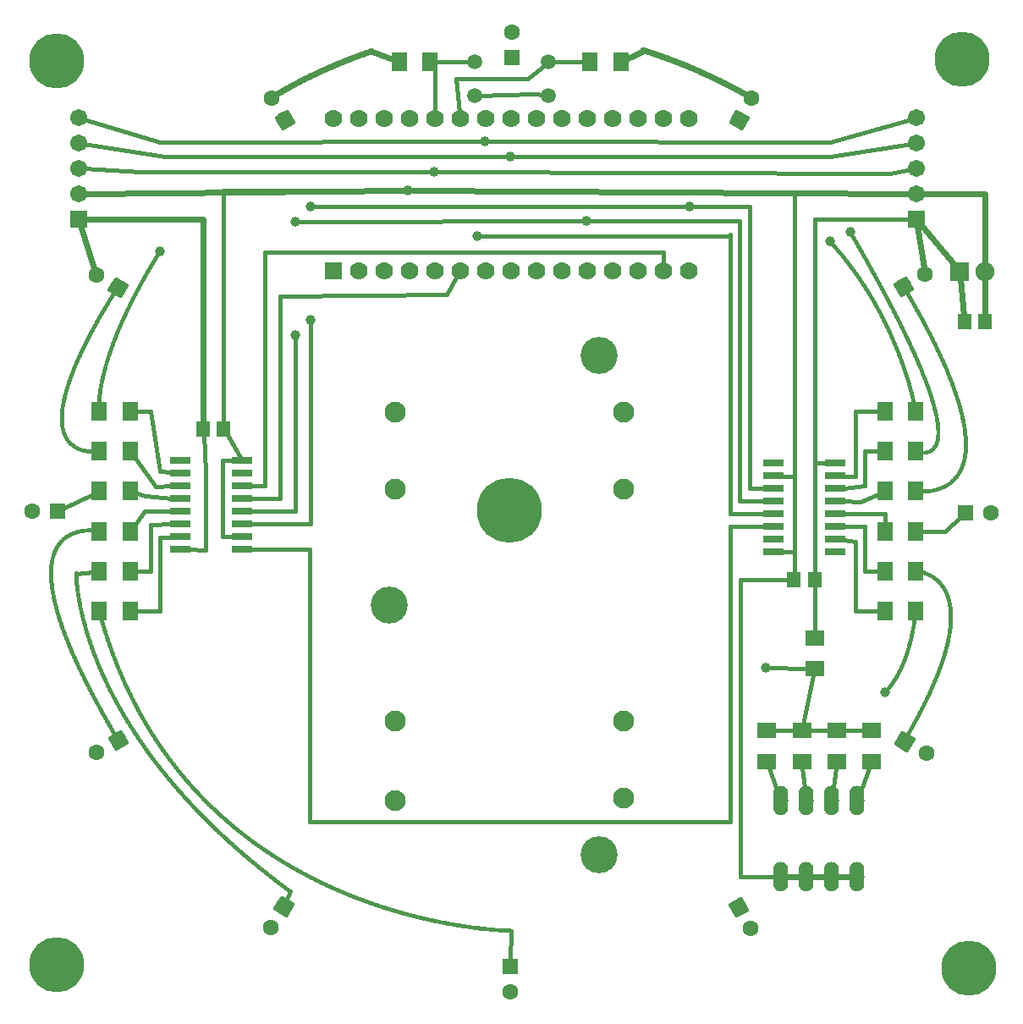
<source format=gtl>
G04 MADE WITH FRITZING*
G04 WWW.FRITZING.ORG*
G04 DOUBLE SIDED*
G04 HOLES PLATED*
G04 CONTOUR ON CENTER OF CONTOUR VECTOR*
%ASAXBY*%
%FSLAX23Y23*%
%MOIN*%
%OFA0B0*%
%SFA1.0B1.0*%
%ADD10C,0.039370*%
%ADD11C,0.075000*%
%ADD12C,0.058189*%
%ADD13C,0.059055*%
%ADD14C,0.070000*%
%ADD15C,0.082677*%
%ADD16C,0.255905*%
%ADD17C,0.145669*%
%ADD18C,0.062992*%
%ADD19C,0.216535*%
%ADD20C,0.067559*%
%ADD21R,0.074803X0.062992*%
%ADD22R,0.075000X0.075000*%
%ADD23R,0.055118X0.059055*%
%ADD24R,0.080000X0.026000*%
%ADD25R,0.070000X0.069972*%
%ADD26R,0.062992X0.074803*%
%ADD27R,0.062992X0.062992*%
%ADD28R,0.067559X0.067559*%
%ADD29C,0.016000*%
%ADD30C,0.024000*%
%ADD31C,0.015748*%
%ADD32R,0.001000X0.001000*%
%LNCOPPER1*%
G90*
G70*
G54D10*
X1838Y3050D03*
G54D11*
X3741Y2912D03*
X3841Y2912D03*
G54D12*
X3036Y527D03*
X3136Y527D03*
X3236Y527D03*
X3336Y527D03*
X3336Y827D03*
X3236Y827D03*
X3136Y827D03*
X3036Y827D03*
G54D13*
X1829Y3739D03*
X1829Y3605D03*
X1829Y3739D03*
X1829Y3605D03*
X2120Y3739D03*
X2120Y3605D03*
X2120Y3739D03*
X2120Y3605D03*
G54D14*
X1273Y2914D03*
X1373Y2914D03*
X1473Y2914D03*
X1573Y2914D03*
X1673Y2914D03*
X1773Y2914D03*
X1873Y2914D03*
X1973Y2914D03*
X2073Y2914D03*
X2173Y2914D03*
X2273Y2914D03*
X2373Y2914D03*
X2473Y2914D03*
X2573Y2914D03*
X2673Y2914D03*
X1273Y3514D03*
X1373Y3514D03*
X1473Y3514D03*
X1573Y3514D03*
X1673Y3514D03*
X1773Y3514D03*
X1873Y3514D03*
X1973Y3514D03*
X2073Y3514D03*
X2173Y3514D03*
X2273Y3514D03*
X2373Y3514D03*
X2473Y3514D03*
X2573Y3514D03*
X2673Y3514D03*
G54D10*
X591Y2990D03*
X1123Y2661D03*
X1182Y2720D03*
X1182Y3168D03*
X1123Y3109D03*
X2269Y3110D03*
X2675Y3169D03*
X2976Y1351D03*
X3308Y3069D03*
X3445Y1253D03*
X3229Y3030D03*
X1670Y3305D03*
X1969Y3365D03*
X1567Y3230D03*
X1871Y3424D03*
G54D15*
X2415Y2358D03*
X2415Y2055D03*
X1515Y2055D03*
X1515Y2358D03*
X1515Y829D03*
X1515Y1140D03*
X2415Y1140D03*
X2415Y837D03*
G54D16*
X1965Y1971D03*
G54D17*
X2319Y2582D03*
X1492Y1597D03*
X2319Y613D03*
G54D18*
X424Y2848D03*
X338Y2897D03*
X424Y2848D03*
X338Y2897D03*
X1975Y3755D03*
X1975Y3853D03*
X1975Y3755D03*
X1975Y3853D03*
G54D19*
X184Y181D03*
X3751Y3749D03*
X183Y3741D03*
X3776Y167D03*
G54D20*
X269Y3117D03*
X269Y3217D03*
X269Y3317D03*
X269Y3417D03*
X269Y3517D03*
X3569Y3117D03*
X3569Y3217D03*
X3569Y3317D03*
X3569Y3417D03*
X3569Y3517D03*
G54D18*
X186Y1967D03*
X87Y1967D03*
X186Y1967D03*
X87Y1967D03*
X2870Y3509D03*
X2919Y3595D03*
X2870Y3509D03*
X2919Y3595D03*
X3519Y2853D03*
X3604Y2902D03*
X3519Y2853D03*
X3604Y2902D03*
X425Y1067D03*
X339Y1017D03*
X425Y1067D03*
X339Y1017D03*
X1077Y411D03*
X1027Y326D03*
X1077Y411D03*
X1027Y326D03*
X2868Y408D03*
X2917Y323D03*
X2868Y408D03*
X2917Y323D03*
X1969Y174D03*
X1969Y75D03*
X1969Y174D03*
X1969Y75D03*
X1080Y3510D03*
X1031Y3595D03*
X1080Y3510D03*
X1031Y3595D03*
X3763Y1960D03*
X3862Y1960D03*
X3763Y1960D03*
X3862Y1960D03*
X3523Y1062D03*
X3608Y1013D03*
X3523Y1062D03*
X3608Y1013D03*
G54D21*
X3394Y981D03*
X3394Y1103D03*
G54D22*
X3741Y2912D03*
G54D21*
X3256Y981D03*
X3256Y1103D03*
X3118Y981D03*
X3118Y1103D03*
X2980Y981D03*
X2980Y1103D03*
X3168Y1346D03*
X3168Y1468D03*
G54D23*
X841Y2290D03*
X760Y2290D03*
X3087Y1699D03*
X3168Y1699D03*
G54D24*
X670Y2167D03*
X670Y2117D03*
X670Y2067D03*
X670Y2017D03*
X670Y1967D03*
X670Y1917D03*
X670Y1867D03*
X670Y1817D03*
X912Y1817D03*
X912Y1867D03*
X912Y1917D03*
X912Y1967D03*
X912Y2017D03*
X912Y2067D03*
X912Y2117D03*
X912Y2167D03*
G54D25*
X1273Y2914D03*
G54D26*
X3445Y2361D03*
X3567Y2361D03*
X473Y1573D03*
X351Y1573D03*
X3445Y2203D03*
X3567Y2203D03*
X473Y1731D03*
X351Y1731D03*
X3445Y2046D03*
X3567Y2046D03*
X473Y1888D03*
X351Y1888D03*
X473Y2046D03*
X351Y2046D03*
X3445Y1888D03*
X3567Y1888D03*
X3445Y1731D03*
X3567Y1731D03*
G54D27*
X1975Y3755D03*
X1975Y3755D03*
G54D26*
X473Y2203D03*
X351Y2203D03*
X3445Y1573D03*
X3567Y1573D03*
G54D28*
X269Y3117D03*
G54D26*
X473Y2361D03*
X351Y2361D03*
G54D28*
X3569Y3117D03*
G54D27*
X186Y1967D03*
X186Y1967D03*
X1969Y174D03*
X1969Y174D03*
G54D24*
X3249Y1806D03*
X3249Y1856D03*
X3249Y1906D03*
X3249Y1956D03*
X3249Y2006D03*
X3249Y2056D03*
X3249Y2106D03*
X3249Y2156D03*
X3007Y2156D03*
X3007Y2106D03*
X3007Y2056D03*
X3007Y2006D03*
X3007Y1956D03*
X3007Y1906D03*
X3007Y1856D03*
X3007Y1806D03*
G54D27*
X3763Y1960D03*
X3763Y1960D03*
G54D23*
X3758Y2715D03*
X3839Y2715D03*
G54D26*
X1654Y3739D03*
X1532Y3739D03*
X2284Y3739D03*
X2406Y3739D03*
G54D29*
X3162Y1320D02*
X3123Y1129D01*
G54D30*
D02*
X1506Y3748D02*
X1425Y3778D01*
D02*
X2495Y3782D02*
X2432Y3751D01*
G54D29*
D02*
X1673Y3739D02*
X1813Y3739D01*
D02*
X1673Y3538D02*
X1673Y3739D01*
D02*
X2038Y3672D02*
X1755Y3670D01*
D02*
X2108Y3729D02*
X2038Y3672D01*
D02*
X1755Y3670D02*
X1770Y3537D01*
G54D30*
D02*
X3743Y2883D02*
X3756Y2739D01*
D02*
X3839Y2739D02*
X3840Y2883D01*
D02*
X3722Y2934D02*
X3585Y3098D01*
D02*
X3841Y3217D02*
X3594Y3217D01*
D02*
X3841Y2940D02*
X3841Y3217D01*
G54D29*
D02*
X1972Y314D02*
X1969Y195D01*
D02*
X3682Y1888D02*
X3747Y1946D01*
D02*
X3169Y3117D02*
X3169Y2156D01*
D02*
X3169Y2156D02*
X3214Y2156D01*
D02*
X3550Y3117D02*
X3169Y3117D01*
D02*
X325Y2033D02*
X205Y1976D01*
G54D30*
D02*
X330Y2923D02*
X277Y3093D01*
D02*
X3600Y2928D02*
X3573Y3092D01*
G54D29*
D02*
X3168Y1494D02*
X3168Y1675D01*
D02*
X3088Y1723D02*
X3091Y1808D01*
G54D30*
D02*
X760Y3117D02*
X294Y3117D01*
D02*
X760Y2314D02*
X760Y3117D01*
G54D29*
D02*
X3328Y1573D02*
X3419Y1573D01*
D02*
X3328Y1848D02*
X3328Y1573D01*
D02*
X3283Y1853D02*
X3328Y1848D01*
D02*
X3136Y1347D02*
X2990Y1351D01*
D02*
X3288Y1103D02*
X3362Y1103D01*
D02*
X3150Y1103D02*
X3224Y1103D01*
D02*
X3012Y1103D02*
X3086Y1103D01*
D02*
X2876Y527D02*
X3012Y527D01*
D02*
X2876Y1699D02*
X2876Y527D01*
D02*
X3065Y1699D02*
X2876Y1699D01*
D02*
X3169Y1808D02*
X3168Y1723D01*
D02*
X3169Y2156D02*
X3169Y1808D01*
D02*
X3214Y2156D02*
X3169Y2156D01*
D02*
X3349Y2005D02*
X3283Y2006D01*
D02*
X3419Y2035D02*
X3349Y2005D01*
D02*
X3328Y2361D02*
X3328Y2104D01*
D02*
X3328Y2104D02*
X3283Y2105D01*
D02*
X3365Y2067D02*
X3283Y2059D01*
D02*
X3365Y2203D02*
X3365Y2067D01*
D02*
X3419Y2203D02*
X3365Y2203D01*
D02*
X3419Y2361D02*
X3328Y2361D01*
D02*
X3445Y1959D02*
X3283Y1957D01*
D02*
X3445Y1920D02*
X3445Y1959D01*
D02*
X3365Y1731D02*
X3365Y1906D01*
D02*
X3365Y1906D02*
X3283Y1906D01*
D02*
X3419Y1731D02*
X3365Y1731D01*
D02*
X3593Y1888D02*
X3682Y1888D01*
G54D30*
D02*
X1548Y3230D02*
X294Y3217D01*
G54D29*
D02*
X769Y2123D02*
X762Y2266D01*
D02*
X769Y1813D02*
X769Y2123D01*
D02*
X704Y1816D02*
X769Y1813D01*
D02*
X841Y3230D02*
X841Y2314D01*
D02*
X1554Y3230D02*
X841Y3230D01*
D02*
X908Y2174D02*
X855Y2266D01*
D02*
X837Y1867D02*
X877Y1867D01*
D02*
X837Y2167D02*
X837Y1867D01*
D02*
X877Y2167D02*
X837Y2167D01*
D02*
X3384Y955D02*
X3356Y880D01*
D02*
X3243Y880D02*
X3252Y955D01*
D02*
X3130Y880D02*
X3121Y955D01*
D02*
X3017Y880D02*
X2990Y955D01*
G54D30*
D02*
X3259Y527D02*
X3312Y527D01*
D02*
X3159Y527D02*
X3212Y527D01*
D02*
X3059Y527D02*
X3112Y527D01*
G54D29*
D02*
X2836Y1906D02*
X2836Y745D01*
D02*
X1180Y745D02*
X1180Y1817D01*
D02*
X2836Y745D02*
X1180Y745D01*
D02*
X553Y1731D02*
X553Y1913D01*
D02*
X553Y2360D02*
X590Y2124D01*
D02*
X590Y2124D02*
X635Y2120D01*
D02*
X572Y2064D02*
X635Y2066D01*
D02*
X590Y1573D02*
X590Y1863D01*
D02*
X590Y1863D02*
X635Y1865D01*
D02*
X553Y1913D02*
X635Y1916D01*
D02*
X530Y1967D02*
X635Y1967D01*
D02*
X532Y2026D02*
X635Y2019D01*
D02*
X2972Y1906D02*
X2836Y1906D01*
D02*
X499Y1573D02*
X590Y1573D01*
D02*
X499Y1731D02*
X553Y1731D01*
D02*
X496Y1920D02*
X530Y1967D01*
D02*
X499Y2037D02*
X532Y2026D01*
D02*
X496Y2171D02*
X572Y2064D01*
D02*
X499Y2360D02*
X553Y2360D01*
G54D30*
D02*
X3544Y3217D02*
X1586Y3230D01*
G54D29*
D02*
X3091Y1808D02*
X3091Y2104D01*
D02*
X3091Y2104D02*
X3041Y2105D01*
D02*
X3041Y1807D02*
X3091Y1808D01*
D02*
X3091Y2104D02*
X3041Y2105D01*
D02*
X3091Y3217D02*
X3091Y2104D01*
D02*
X3550Y3217D02*
X3091Y3217D01*
D02*
X1680Y3739D02*
X1813Y3739D01*
D02*
X1004Y2989D02*
X1004Y2067D01*
D02*
X2136Y3739D02*
X2258Y3739D01*
D02*
X2058Y3611D02*
X2105Y3606D01*
D02*
X1844Y3605D02*
X2058Y3611D01*
D02*
X1102Y470D02*
X1085Y431D01*
D02*
X325Y1728D02*
X261Y1722D01*
D02*
X1182Y1917D02*
X946Y1917D01*
D02*
X1123Y1967D02*
X946Y1967D01*
D02*
X2836Y3050D02*
X2836Y3056D01*
D02*
X1852Y3050D02*
X2836Y3050D01*
D02*
X2836Y1959D02*
X2972Y1957D01*
D02*
X2836Y3056D02*
X2836Y1959D01*
D02*
X1719Y2820D02*
X1064Y2813D01*
D02*
X1064Y2813D02*
X1064Y2017D01*
D02*
X1761Y2894D02*
X1719Y2820D01*
D02*
X1123Y2648D02*
X1123Y1967D01*
D02*
X1182Y2707D02*
X1182Y1917D01*
D02*
X2661Y3169D02*
X1195Y3168D01*
D02*
X2688Y3169D02*
X2913Y3169D01*
D02*
X1136Y3109D02*
X2256Y3110D01*
D02*
X2282Y3110D02*
X2873Y3110D01*
D02*
X2913Y3169D02*
X2913Y2059D01*
D02*
X2913Y2059D02*
X2972Y2057D01*
D02*
X2873Y2009D02*
X2873Y3110D01*
D02*
X2972Y2007D02*
X2873Y2009D01*
D02*
X610Y3363D02*
X1956Y3365D01*
D02*
X3228Y3363D02*
X3550Y3414D01*
D02*
X1982Y3364D02*
X3228Y3363D01*
D02*
X288Y3414D02*
X610Y3363D01*
D02*
X591Y3422D02*
X1857Y3424D01*
D02*
X3228Y3422D02*
X3550Y3512D01*
D02*
X1884Y3424D02*
X3228Y3422D01*
D02*
X288Y3511D02*
X591Y3422D01*
D02*
X1683Y3305D02*
X3467Y3297D01*
D02*
X3467Y3297D02*
X3550Y3313D01*
D02*
X512Y3304D02*
X1656Y3305D01*
D02*
X288Y3316D02*
X512Y3304D01*
D02*
X1004Y2067D02*
X946Y2067D01*
D02*
X1180Y1817D02*
X946Y1817D01*
D02*
X1064Y2017D02*
X946Y2017D01*
D02*
X2573Y2989D02*
X1004Y2989D01*
D02*
X2573Y2938D02*
X2573Y2989D01*
G54D31*
X415Y2881D02*
X456Y2857D01*
X432Y2816D01*
X391Y2840D01*
X415Y2881D01*
D02*
X415Y2881D02*
X456Y2857D01*
X432Y2816D01*
X391Y2840D01*
X415Y2881D01*
D02*
X2902Y3518D02*
X2878Y3477D01*
X2838Y3501D01*
X2861Y3542D01*
X2902Y3518D01*
D02*
X2902Y3518D02*
X2878Y3477D01*
X2838Y3501D01*
X2861Y3542D01*
X2902Y3518D01*
D02*
X3551Y2844D02*
X3510Y2820D01*
X3486Y2861D01*
X3527Y2885D01*
X3551Y2844D01*
D02*
X3551Y2844D02*
X3510Y2820D01*
X3486Y2861D01*
X3527Y2885D01*
X3551Y2844D01*
D02*
X392Y1075D02*
X433Y1099D01*
X457Y1058D01*
X416Y1034D01*
X392Y1075D01*
D02*
X392Y1075D02*
X433Y1099D01*
X457Y1058D01*
X416Y1034D01*
X392Y1075D01*
D02*
X1044Y403D02*
X1068Y444D01*
X1109Y420D01*
X1085Y379D01*
X1044Y403D01*
D02*
X1044Y403D02*
X1068Y444D01*
X1109Y420D01*
X1085Y379D01*
X1044Y403D01*
D02*
X2859Y376D02*
X2836Y416D01*
X2877Y440D01*
X2900Y399D01*
X2859Y376D01*
D02*
X2859Y376D02*
X2836Y416D01*
X2877Y440D01*
X2900Y399D01*
X2859Y376D01*
D02*
X1089Y3542D02*
X1113Y3502D01*
X1072Y3478D01*
X1048Y3519D01*
X1089Y3542D01*
D02*
X1089Y3542D02*
X1113Y3502D01*
X1072Y3478D01*
X1048Y3519D01*
X1089Y3542D01*
D02*
X3531Y1029D02*
X3490Y1053D01*
X3514Y1094D01*
X3555Y1070D01*
X3531Y1029D01*
D02*
X3531Y1029D02*
X3490Y1053D01*
X3514Y1094D01*
X3555Y1070D01*
X3531Y1029D01*
D02*
G54D32*
X2493Y3794D02*
X2496Y3794D01*
X2490Y3793D02*
X2500Y3793D01*
X2488Y3792D02*
X2503Y3792D01*
X2487Y3791D02*
X2506Y3791D01*
X1421Y3790D02*
X1427Y3790D01*
X2486Y3790D02*
X2509Y3790D01*
X1418Y3789D02*
X1429Y3789D01*
X2485Y3789D02*
X2512Y3789D01*
X1415Y3788D02*
X1431Y3788D01*
X2484Y3788D02*
X2515Y3788D01*
X1412Y3787D02*
X1432Y3787D01*
X2484Y3787D02*
X2518Y3787D01*
X1409Y3786D02*
X1433Y3786D01*
X2484Y3786D02*
X2522Y3786D01*
X1406Y3785D02*
X1434Y3785D01*
X2483Y3785D02*
X2525Y3785D01*
X1404Y3784D02*
X1434Y3784D01*
X2483Y3784D02*
X2528Y3784D01*
X1401Y3783D02*
X1435Y3783D01*
X2483Y3783D02*
X2531Y3783D01*
X1398Y3782D02*
X1435Y3782D01*
X2483Y3782D02*
X2534Y3782D01*
X1395Y3781D02*
X1435Y3781D01*
X2483Y3781D02*
X2537Y3781D01*
X1392Y3780D02*
X1435Y3780D01*
X2483Y3780D02*
X2540Y3780D01*
X1389Y3779D02*
X1436Y3779D01*
X2483Y3779D02*
X2543Y3779D01*
X1386Y3778D02*
X1436Y3778D01*
X2484Y3778D02*
X2546Y3778D01*
X1384Y3777D02*
X1435Y3777D01*
X2484Y3777D02*
X2548Y3777D01*
X1381Y3776D02*
X1435Y3776D01*
X2485Y3776D02*
X2551Y3776D01*
X1378Y3775D02*
X1435Y3775D01*
X2485Y3775D02*
X2554Y3775D01*
X1375Y3774D02*
X1435Y3774D01*
X2486Y3774D02*
X2557Y3774D01*
X1372Y3773D02*
X1434Y3773D01*
X2487Y3773D02*
X2560Y3773D01*
X1370Y3772D02*
X1434Y3772D01*
X2489Y3772D02*
X2563Y3772D01*
X1367Y3771D02*
X1433Y3771D01*
X2491Y3771D02*
X2566Y3771D01*
X1364Y3770D02*
X1432Y3770D01*
X2494Y3770D02*
X2569Y3770D01*
X1362Y3769D02*
X1431Y3769D01*
X2497Y3769D02*
X2571Y3769D01*
X1359Y3768D02*
X1429Y3768D01*
X2500Y3768D02*
X2574Y3768D01*
X1356Y3767D02*
X1427Y3767D01*
X2503Y3767D02*
X2577Y3767D01*
X1353Y3766D02*
X1424Y3766D01*
X2506Y3766D02*
X2580Y3766D01*
X1351Y3765D02*
X1421Y3765D01*
X2509Y3765D02*
X2583Y3765D01*
X1348Y3764D02*
X1418Y3764D01*
X2513Y3764D02*
X2585Y3764D01*
X1346Y3763D02*
X1415Y3763D01*
X2516Y3763D02*
X2588Y3763D01*
X1343Y3762D02*
X1412Y3762D01*
X2519Y3762D02*
X2591Y3762D01*
X1340Y3761D02*
X1409Y3761D01*
X2522Y3761D02*
X2593Y3761D01*
X1338Y3760D02*
X1407Y3760D01*
X2525Y3760D02*
X2596Y3760D01*
X1335Y3759D02*
X1404Y3759D01*
X2528Y3759D02*
X2599Y3759D01*
X1332Y3758D02*
X1401Y3758D01*
X2531Y3758D02*
X2601Y3758D01*
X1330Y3757D02*
X1398Y3757D01*
X2534Y3757D02*
X2604Y3757D01*
X1327Y3756D02*
X1395Y3756D01*
X2537Y3756D02*
X2607Y3756D01*
X1325Y3755D02*
X1392Y3755D01*
X2540Y3755D02*
X2609Y3755D01*
X1322Y3754D02*
X1389Y3754D01*
X2543Y3754D02*
X2612Y3754D01*
X1320Y3753D02*
X1387Y3753D01*
X2545Y3753D02*
X2615Y3753D01*
X1317Y3752D02*
X1384Y3752D01*
X2548Y3752D02*
X2617Y3752D01*
X1315Y3751D02*
X1381Y3751D01*
X2551Y3751D02*
X2620Y3751D01*
X1312Y3750D02*
X1378Y3750D01*
X2554Y3750D02*
X2623Y3750D01*
X1310Y3749D02*
X1376Y3749D01*
X2557Y3749D02*
X2625Y3749D01*
X1307Y3748D02*
X1373Y3748D01*
X2560Y3748D02*
X2628Y3748D01*
X1305Y3747D02*
X1370Y3747D01*
X2563Y3747D02*
X2631Y3747D01*
X1302Y3746D02*
X1367Y3746D01*
X2565Y3746D02*
X2633Y3746D01*
X1300Y3745D02*
X1365Y3745D01*
X2568Y3745D02*
X2636Y3745D01*
X1297Y3744D02*
X1362Y3744D01*
X2571Y3744D02*
X2638Y3744D01*
X1295Y3743D02*
X1359Y3743D01*
X2574Y3743D02*
X2641Y3743D01*
X1293Y3742D02*
X1357Y3742D01*
X2577Y3742D02*
X2643Y3742D01*
X1290Y3741D02*
X1354Y3741D01*
X2579Y3741D02*
X2646Y3741D01*
X1288Y3740D02*
X1352Y3740D01*
X2582Y3740D02*
X2648Y3740D01*
X1285Y3739D02*
X1349Y3739D01*
X2585Y3739D02*
X2651Y3739D01*
X1283Y3738D02*
X1346Y3738D01*
X2587Y3738D02*
X2653Y3738D01*
X1281Y3737D02*
X1344Y3737D01*
X2590Y3737D02*
X2656Y3737D01*
X1278Y3736D02*
X1341Y3736D01*
X2593Y3736D02*
X2658Y3736D01*
X1276Y3735D02*
X1339Y3735D01*
X2595Y3735D02*
X2661Y3735D01*
X1274Y3734D02*
X1336Y3734D01*
X2598Y3734D02*
X2663Y3734D01*
X1271Y3733D02*
X1334Y3733D01*
X2601Y3733D02*
X2666Y3733D01*
X1269Y3732D02*
X1331Y3732D01*
X2603Y3732D02*
X2668Y3732D01*
X1266Y3731D02*
X1329Y3731D01*
X2606Y3731D02*
X2670Y3731D01*
X1264Y3730D02*
X1326Y3730D01*
X2609Y3730D02*
X2673Y3730D01*
X1262Y3729D02*
X1323Y3729D01*
X2611Y3729D02*
X2675Y3729D01*
X1259Y3728D02*
X1321Y3728D01*
X2614Y3728D02*
X2678Y3728D01*
X1257Y3727D02*
X1318Y3727D01*
X2617Y3727D02*
X2680Y3727D01*
X1255Y3726D02*
X1316Y3726D01*
X2619Y3726D02*
X2682Y3726D01*
X1253Y3725D02*
X1313Y3725D01*
X2622Y3725D02*
X2685Y3725D01*
X1250Y3724D02*
X1311Y3724D01*
X2624Y3724D02*
X2687Y3724D01*
X1248Y3723D02*
X1308Y3723D01*
X2627Y3723D02*
X2689Y3723D01*
X1246Y3722D02*
X1306Y3722D01*
X2629Y3722D02*
X2692Y3722D01*
X1244Y3721D02*
X1303Y3721D01*
X2632Y3721D02*
X2694Y3721D01*
X1241Y3720D02*
X1301Y3720D01*
X2634Y3720D02*
X2696Y3720D01*
X1239Y3719D02*
X1299Y3719D01*
X2637Y3719D02*
X2699Y3719D01*
X1237Y3718D02*
X1296Y3718D01*
X2639Y3718D02*
X2701Y3718D01*
X1235Y3717D02*
X1294Y3717D01*
X2642Y3717D02*
X2704Y3717D01*
X1232Y3716D02*
X1292Y3716D01*
X2644Y3716D02*
X2706Y3716D01*
X1230Y3715D02*
X1289Y3715D01*
X2647Y3715D02*
X2708Y3715D01*
X1228Y3714D02*
X1287Y3714D01*
X2649Y3714D02*
X2710Y3714D01*
X1226Y3713D02*
X1284Y3713D01*
X2652Y3713D02*
X2713Y3713D01*
X1223Y3712D02*
X1282Y3712D01*
X2654Y3712D02*
X2715Y3712D01*
X1221Y3711D02*
X1280Y3711D01*
X2657Y3711D02*
X2717Y3711D01*
X1219Y3710D02*
X1277Y3710D01*
X2659Y3710D02*
X2719Y3710D01*
X1217Y3709D02*
X1275Y3709D01*
X2662Y3709D02*
X2722Y3709D01*
X1215Y3708D02*
X1273Y3708D01*
X2664Y3708D02*
X2724Y3708D01*
X1213Y3707D02*
X1270Y3707D01*
X2667Y3707D02*
X2726Y3707D01*
X1211Y3706D02*
X1268Y3706D01*
X2669Y3706D02*
X2728Y3706D01*
X1208Y3705D02*
X1266Y3705D01*
X2671Y3705D02*
X2731Y3705D01*
X1206Y3704D02*
X1263Y3704D01*
X2674Y3704D02*
X2733Y3704D01*
X1204Y3703D02*
X1261Y3703D01*
X2676Y3703D02*
X2735Y3703D01*
X1202Y3702D02*
X1259Y3702D01*
X2678Y3702D02*
X2737Y3702D01*
X1200Y3701D02*
X1257Y3701D01*
X2681Y3701D02*
X2740Y3701D01*
X1198Y3700D02*
X1254Y3700D01*
X2683Y3700D02*
X2742Y3700D01*
X1196Y3699D02*
X1252Y3699D01*
X2686Y3699D02*
X2744Y3699D01*
X1193Y3698D02*
X1250Y3698D01*
X2688Y3698D02*
X2746Y3698D01*
X1191Y3697D02*
X1248Y3697D01*
X2690Y3697D02*
X2748Y3697D01*
X1189Y3696D02*
X1245Y3696D01*
X2693Y3696D02*
X2750Y3696D01*
X1187Y3695D02*
X1243Y3695D01*
X2695Y3695D02*
X2753Y3695D01*
X1185Y3694D02*
X1241Y3694D01*
X2697Y3694D02*
X2755Y3694D01*
X1183Y3693D02*
X1239Y3693D01*
X2700Y3693D02*
X2757Y3693D01*
X1181Y3692D02*
X1236Y3692D01*
X2702Y3692D02*
X2759Y3692D01*
X1179Y3691D02*
X1234Y3691D01*
X2704Y3691D02*
X2761Y3691D01*
X1177Y3690D02*
X1232Y3690D01*
X2706Y3690D02*
X2763Y3690D01*
X1175Y3689D02*
X1230Y3689D01*
X2709Y3689D02*
X2766Y3689D01*
X1173Y3688D02*
X1228Y3688D01*
X2711Y3688D02*
X2768Y3688D01*
X1171Y3687D02*
X1226Y3687D01*
X2713Y3687D02*
X2770Y3687D01*
X1169Y3686D02*
X1223Y3686D01*
X2715Y3686D02*
X2772Y3686D01*
X1167Y3685D02*
X1221Y3685D01*
X2718Y3685D02*
X2774Y3685D01*
X1165Y3684D02*
X1219Y3684D01*
X2720Y3684D02*
X2776Y3684D01*
X1163Y3683D02*
X1217Y3683D01*
X2722Y3683D02*
X2778Y3683D01*
X1161Y3682D02*
X1215Y3682D01*
X2724Y3682D02*
X2780Y3682D01*
X1159Y3681D02*
X1213Y3681D01*
X2727Y3681D02*
X2782Y3681D01*
X1157Y3680D02*
X1211Y3680D01*
X2729Y3680D02*
X2784Y3680D01*
X1155Y3679D02*
X1208Y3679D01*
X2731Y3679D02*
X2787Y3679D01*
X1153Y3678D02*
X1206Y3678D01*
X2733Y3678D02*
X2789Y3678D01*
X1151Y3677D02*
X1204Y3677D01*
X2735Y3677D02*
X2791Y3677D01*
X1149Y3676D02*
X1202Y3676D01*
X2738Y3676D02*
X2793Y3676D01*
X1147Y3675D02*
X1200Y3675D01*
X2740Y3675D02*
X2795Y3675D01*
X1145Y3674D02*
X1198Y3674D01*
X2742Y3674D02*
X2797Y3674D01*
X1143Y3673D02*
X1196Y3673D01*
X2744Y3673D02*
X2799Y3673D01*
X1141Y3672D02*
X1194Y3672D01*
X2746Y3672D02*
X2801Y3672D01*
X1139Y3671D02*
X1192Y3671D01*
X2748Y3671D02*
X2803Y3671D01*
X1137Y3670D02*
X1190Y3670D01*
X2750Y3670D02*
X2805Y3670D01*
X1135Y3669D02*
X1188Y3669D01*
X2753Y3669D02*
X2807Y3669D01*
X1133Y3668D02*
X1186Y3668D01*
X2755Y3668D02*
X2809Y3668D01*
X1131Y3667D02*
X1184Y3667D01*
X2757Y3667D02*
X2811Y3667D01*
X1129Y3666D02*
X1182Y3666D01*
X2759Y3666D02*
X2813Y3666D01*
X1128Y3665D02*
X1180Y3665D01*
X2761Y3665D02*
X2815Y3665D01*
X1126Y3664D02*
X1177Y3664D01*
X2763Y3664D02*
X2817Y3664D01*
X1124Y3663D02*
X1175Y3663D01*
X2765Y3663D02*
X2819Y3663D01*
X1122Y3662D02*
X1173Y3662D01*
X2768Y3662D02*
X2821Y3662D01*
X1120Y3661D02*
X1171Y3661D01*
X2770Y3661D02*
X2823Y3661D01*
X1118Y3660D02*
X1169Y3660D01*
X2772Y3660D02*
X2825Y3660D01*
X1116Y3659D02*
X1167Y3659D01*
X2774Y3659D02*
X2827Y3659D01*
X1114Y3658D02*
X1165Y3658D01*
X2776Y3658D02*
X2829Y3658D01*
X1112Y3657D02*
X1163Y3657D01*
X2778Y3657D02*
X2831Y3657D01*
X1111Y3656D02*
X1162Y3656D01*
X2780Y3656D02*
X2833Y3656D01*
X1109Y3655D02*
X1160Y3655D01*
X2782Y3655D02*
X2835Y3655D01*
X1107Y3654D02*
X1158Y3654D01*
X2784Y3654D02*
X2837Y3654D01*
X1105Y3653D02*
X1156Y3653D01*
X2786Y3653D02*
X2839Y3653D01*
X1103Y3652D02*
X1154Y3652D01*
X2788Y3652D02*
X2840Y3652D01*
X1101Y3651D02*
X1152Y3651D01*
X2790Y3651D02*
X2842Y3651D01*
X1100Y3650D02*
X1150Y3650D01*
X2792Y3650D02*
X2844Y3650D01*
X1098Y3649D02*
X1148Y3649D01*
X2794Y3649D02*
X2846Y3649D01*
X1096Y3648D02*
X1146Y3648D01*
X2796Y3648D02*
X2848Y3648D01*
X1094Y3647D02*
X1144Y3647D01*
X2798Y3647D02*
X2850Y3647D01*
X1092Y3646D02*
X1142Y3646D01*
X2800Y3646D02*
X2852Y3646D01*
X1091Y3645D02*
X1140Y3645D01*
X2802Y3645D02*
X2854Y3645D01*
X1089Y3644D02*
X1138Y3644D01*
X2804Y3644D02*
X2856Y3644D01*
X1087Y3643D02*
X1136Y3643D01*
X2806Y3643D02*
X2858Y3643D01*
X1085Y3642D02*
X1134Y3642D01*
X2808Y3642D02*
X2859Y3642D01*
X1083Y3641D02*
X1133Y3641D01*
X2810Y3641D02*
X2861Y3641D01*
X1082Y3640D02*
X1131Y3640D01*
X2812Y3640D02*
X2863Y3640D01*
X1080Y3639D02*
X1129Y3639D01*
X2814Y3639D02*
X2865Y3639D01*
X1078Y3638D02*
X1127Y3638D01*
X2816Y3638D02*
X2867Y3638D01*
X1076Y3637D02*
X1125Y3637D01*
X2818Y3637D02*
X2869Y3637D01*
X1075Y3636D02*
X1123Y3636D01*
X2820Y3636D02*
X2871Y3636D01*
X1073Y3635D02*
X1121Y3635D01*
X2822Y3635D02*
X2872Y3635D01*
X1071Y3634D02*
X1119Y3634D01*
X2824Y3634D02*
X2874Y3634D01*
X1069Y3633D02*
X1118Y3633D01*
X2826Y3633D02*
X2876Y3633D01*
X1068Y3632D02*
X1116Y3632D01*
X2828Y3632D02*
X2878Y3632D01*
X1066Y3631D02*
X1114Y3631D01*
X2830Y3631D02*
X2880Y3631D01*
X1064Y3630D02*
X1112Y3630D01*
X2832Y3630D02*
X2882Y3630D01*
X1062Y3629D02*
X1110Y3629D01*
X2834Y3629D02*
X2883Y3629D01*
X1061Y3628D02*
X1108Y3628D01*
X2836Y3628D02*
X2885Y3628D01*
X1059Y3627D02*
X1107Y3627D01*
X2837Y3627D02*
X2887Y3627D01*
X1057Y3626D02*
X1105Y3626D01*
X2839Y3626D02*
X2889Y3626D01*
X1056Y3625D02*
X1103Y3625D01*
X2841Y3625D02*
X2891Y3625D01*
X1054Y3624D02*
X1101Y3624D01*
X2843Y3624D02*
X2892Y3624D01*
X1052Y3623D02*
X1099Y3623D01*
X2845Y3623D02*
X2894Y3623D01*
X1051Y3622D02*
X1098Y3622D01*
X2847Y3622D02*
X2896Y3622D01*
X1049Y3621D02*
X1096Y3621D01*
X2849Y3621D02*
X2898Y3621D01*
X1047Y3620D02*
X1094Y3620D01*
X2851Y3620D02*
X2899Y3620D01*
X1046Y3619D02*
X1092Y3619D01*
X2853Y3619D02*
X2901Y3619D01*
X1044Y3618D02*
X1090Y3618D01*
X2854Y3618D02*
X2903Y3618D01*
X1042Y3617D02*
X1089Y3617D01*
X2856Y3617D02*
X2904Y3617D01*
X1041Y3616D02*
X1087Y3616D01*
X2858Y3616D02*
X2906Y3616D01*
X1039Y3615D02*
X1085Y3615D01*
X2860Y3615D02*
X2908Y3615D01*
X1037Y3614D02*
X1083Y3614D01*
X2862Y3614D02*
X2910Y3614D01*
X1036Y3613D02*
X1082Y3613D01*
X2864Y3613D02*
X2911Y3613D01*
X1034Y3612D02*
X1080Y3612D01*
X2866Y3612D02*
X2913Y3612D01*
X1033Y3611D02*
X1078Y3611D01*
X2867Y3611D02*
X2915Y3611D01*
X1031Y3610D02*
X1076Y3610D01*
X2869Y3610D02*
X2917Y3610D01*
X1029Y3609D02*
X1075Y3609D01*
X2871Y3609D02*
X2918Y3609D01*
X1028Y3608D02*
X1073Y3608D01*
X2873Y3608D02*
X2920Y3608D01*
X1026Y3607D02*
X1071Y3607D01*
X2875Y3607D02*
X2922Y3607D01*
X1025Y3606D02*
X1070Y3606D01*
X2876Y3606D02*
X2923Y3606D01*
X1023Y3605D02*
X1068Y3605D01*
X2878Y3605D02*
X2925Y3605D01*
X1022Y3604D02*
X1066Y3604D01*
X2880Y3604D02*
X2926Y3604D01*
X1022Y3603D02*
X1065Y3603D01*
X2882Y3603D02*
X2927Y3603D01*
X1021Y3602D02*
X1063Y3602D01*
X2883Y3602D02*
X2928Y3602D01*
X1020Y3601D02*
X1061Y3601D01*
X2885Y3601D02*
X2928Y3601D01*
X1020Y3600D02*
X1060Y3600D01*
X2887Y3600D02*
X2929Y3600D01*
X1020Y3599D02*
X1058Y3599D01*
X2889Y3599D02*
X2929Y3599D01*
X1019Y3598D02*
X1056Y3598D01*
X2890Y3598D02*
X2930Y3598D01*
X1019Y3597D02*
X1055Y3597D01*
X2892Y3597D02*
X2930Y3597D01*
X1019Y3596D02*
X1053Y3596D01*
X2894Y3596D02*
X2930Y3596D01*
X1019Y3595D02*
X1051Y3595D01*
X2896Y3595D02*
X2930Y3595D01*
X1019Y3594D02*
X1050Y3594D01*
X2897Y3594D02*
X2930Y3594D01*
X1020Y3593D02*
X1048Y3593D01*
X2899Y3593D02*
X2930Y3593D01*
X1020Y3592D02*
X1047Y3592D01*
X2901Y3592D02*
X2930Y3592D01*
X1020Y3591D02*
X1045Y3591D01*
X2903Y3591D02*
X2929Y3591D01*
X1021Y3590D02*
X1043Y3590D01*
X2904Y3590D02*
X2929Y3590D01*
X1022Y3589D02*
X1042Y3589D01*
X2906Y3589D02*
X2928Y3589D01*
X1022Y3588D02*
X1040Y3588D01*
X2908Y3588D02*
X2928Y3588D01*
X1023Y3587D02*
X1039Y3587D01*
X2909Y3587D02*
X2927Y3587D01*
X1025Y3586D02*
X1037Y3586D01*
X2911Y3586D02*
X2926Y3586D01*
X1026Y3585D02*
X1035Y3585D01*
X2913Y3585D02*
X2924Y3585D01*
X1031Y3584D02*
X1031Y3584D01*
X2915Y3584D02*
X2922Y3584D01*
X3304Y3077D02*
X3310Y3077D01*
X3303Y3076D02*
X3312Y3076D01*
X3302Y3075D02*
X3313Y3075D01*
X3301Y3074D02*
X3313Y3074D01*
X3300Y3073D02*
X3314Y3073D01*
X3300Y3072D02*
X3315Y3072D01*
X3300Y3071D02*
X3315Y3071D01*
X3300Y3070D02*
X3316Y3070D01*
X3300Y3069D02*
X3316Y3069D01*
X3300Y3068D02*
X3317Y3068D01*
X3300Y3067D02*
X3317Y3067D01*
X3301Y3066D02*
X3318Y3066D01*
X3301Y3065D02*
X3319Y3065D01*
X3302Y3064D02*
X3319Y3064D01*
X3302Y3063D02*
X3320Y3063D01*
X3303Y3062D02*
X3320Y3062D01*
X3303Y3061D02*
X3321Y3061D01*
X3304Y3060D02*
X3321Y3060D01*
X3305Y3059D02*
X3322Y3059D01*
X3305Y3058D02*
X3323Y3058D01*
X3306Y3057D02*
X3323Y3057D01*
X3306Y3056D02*
X3324Y3056D01*
X3307Y3055D02*
X3324Y3055D01*
X3307Y3054D02*
X3325Y3054D01*
X3308Y3053D02*
X3326Y3053D01*
X3309Y3052D02*
X3326Y3052D01*
X3309Y3051D02*
X3327Y3051D01*
X3310Y3050D02*
X3327Y3050D01*
X3310Y3049D02*
X3328Y3049D01*
X3311Y3048D02*
X3328Y3048D01*
X3312Y3047D02*
X3329Y3047D01*
X3312Y3046D02*
X3330Y3046D01*
X3313Y3045D02*
X3330Y3045D01*
X3313Y3044D02*
X3331Y3044D01*
X3314Y3043D02*
X3331Y3043D01*
X3314Y3042D02*
X3332Y3042D01*
X3315Y3041D02*
X3332Y3041D01*
X3316Y3040D02*
X3333Y3040D01*
X3316Y3039D02*
X3334Y3039D01*
X3227Y3038D02*
X3230Y3038D01*
X3317Y3038D02*
X3334Y3038D01*
X3224Y3037D02*
X3232Y3037D01*
X3317Y3037D02*
X3335Y3037D01*
X3223Y3036D02*
X3234Y3036D01*
X3318Y3036D02*
X3335Y3036D01*
X3222Y3035D02*
X3234Y3035D01*
X3318Y3035D02*
X3336Y3035D01*
X3222Y3034D02*
X3235Y3034D01*
X3319Y3034D02*
X3337Y3034D01*
X3221Y3033D02*
X3236Y3033D01*
X3320Y3033D02*
X3337Y3033D01*
X3221Y3032D02*
X3237Y3032D01*
X3320Y3032D02*
X3338Y3032D01*
X3221Y3031D02*
X3238Y3031D01*
X3321Y3031D02*
X3338Y3031D01*
X3221Y3030D02*
X3239Y3030D01*
X3321Y3030D02*
X3339Y3030D01*
X3221Y3029D02*
X3240Y3029D01*
X3322Y3029D02*
X3339Y3029D01*
X3221Y3028D02*
X3241Y3028D01*
X3323Y3028D02*
X3340Y3028D01*
X3222Y3027D02*
X3242Y3027D01*
X3323Y3027D02*
X3341Y3027D01*
X3222Y3026D02*
X3243Y3026D01*
X3324Y3026D02*
X3341Y3026D01*
X3223Y3025D02*
X3244Y3025D01*
X3324Y3025D02*
X3342Y3025D01*
X3224Y3024D02*
X3244Y3024D01*
X3325Y3024D02*
X3342Y3024D01*
X3225Y3023D02*
X3245Y3023D01*
X3325Y3023D02*
X3343Y3023D01*
X3226Y3022D02*
X3246Y3022D01*
X3326Y3022D02*
X3343Y3022D01*
X3227Y3021D02*
X3247Y3021D01*
X3327Y3021D02*
X3344Y3021D01*
X3227Y3020D02*
X3248Y3020D01*
X3327Y3020D02*
X3345Y3020D01*
X3228Y3019D02*
X3249Y3019D01*
X3328Y3019D02*
X3345Y3019D01*
X3229Y3018D02*
X3250Y3018D01*
X3328Y3018D02*
X3346Y3018D01*
X3230Y3017D02*
X3251Y3017D01*
X3329Y3017D02*
X3346Y3017D01*
X3231Y3016D02*
X3252Y3016D01*
X3329Y3016D02*
X3347Y3016D01*
X3232Y3015D02*
X3253Y3015D01*
X3330Y3015D02*
X3347Y3015D01*
X3233Y3014D02*
X3253Y3014D01*
X3331Y3014D02*
X3348Y3014D01*
X3234Y3013D02*
X3254Y3013D01*
X3331Y3013D02*
X3349Y3013D01*
X3235Y3012D02*
X3255Y3012D01*
X3332Y3012D02*
X3349Y3012D01*
X3236Y3011D02*
X3256Y3011D01*
X3332Y3011D02*
X3350Y3011D01*
X3237Y3010D02*
X3257Y3010D01*
X3333Y3010D02*
X3350Y3010D01*
X3237Y3009D02*
X3258Y3009D01*
X3333Y3009D02*
X3351Y3009D01*
X3238Y3008D02*
X3259Y3008D01*
X3334Y3008D02*
X3351Y3008D01*
X3239Y3007D02*
X3260Y3007D01*
X3335Y3007D02*
X3352Y3007D01*
X3240Y3006D02*
X3260Y3006D01*
X3335Y3006D02*
X3353Y3006D01*
X3241Y3005D02*
X3261Y3005D01*
X3336Y3005D02*
X3353Y3005D01*
X3242Y3004D02*
X3262Y3004D01*
X3336Y3004D02*
X3354Y3004D01*
X3243Y3003D02*
X3263Y3003D01*
X3337Y3003D02*
X3354Y3003D01*
X3244Y3002D02*
X3264Y3002D01*
X3337Y3002D02*
X3355Y3002D01*
X3245Y3001D02*
X3265Y3001D01*
X3338Y3001D02*
X3355Y3001D01*
X3245Y3000D02*
X3266Y3000D01*
X3339Y3000D02*
X3356Y3000D01*
X3246Y2999D02*
X3266Y2999D01*
X3339Y2999D02*
X3357Y2999D01*
X587Y2998D02*
X594Y2998D01*
X3247Y2998D02*
X3267Y2998D01*
X3340Y2998D02*
X3357Y2998D01*
X586Y2997D02*
X595Y2997D01*
X3248Y2997D02*
X3268Y2997D01*
X3340Y2997D02*
X3358Y2997D01*
X585Y2996D02*
X596Y2996D01*
X3249Y2996D02*
X3269Y2996D01*
X3341Y2996D02*
X3358Y2996D01*
X584Y2995D02*
X597Y2995D01*
X3250Y2995D02*
X3270Y2995D01*
X3341Y2995D02*
X3359Y2995D01*
X584Y2994D02*
X597Y2994D01*
X3251Y2994D02*
X3271Y2994D01*
X3342Y2994D02*
X3359Y2994D01*
X583Y2993D02*
X598Y2993D01*
X3252Y2993D02*
X3272Y2993D01*
X3343Y2993D02*
X3360Y2993D01*
X582Y2992D02*
X598Y2992D01*
X3252Y2992D02*
X3272Y2992D01*
X3343Y2992D02*
X3361Y2992D01*
X582Y2991D02*
X598Y2991D01*
X3253Y2991D02*
X3273Y2991D01*
X3344Y2991D02*
X3361Y2991D01*
X581Y2990D02*
X598Y2990D01*
X3254Y2990D02*
X3274Y2990D01*
X3344Y2990D02*
X3362Y2990D01*
X580Y2989D02*
X598Y2989D01*
X3255Y2989D02*
X3275Y2989D01*
X3345Y2989D02*
X3362Y2989D01*
X580Y2988D02*
X597Y2988D01*
X3256Y2988D02*
X3276Y2988D01*
X3345Y2988D02*
X3363Y2988D01*
X579Y2987D02*
X597Y2987D01*
X3257Y2987D02*
X3277Y2987D01*
X3346Y2987D02*
X3363Y2987D01*
X579Y2986D02*
X596Y2986D01*
X3258Y2986D02*
X3277Y2986D01*
X3347Y2986D02*
X3364Y2986D01*
X578Y2985D02*
X596Y2985D01*
X3258Y2985D02*
X3278Y2985D01*
X3347Y2985D02*
X3365Y2985D01*
X577Y2984D02*
X595Y2984D01*
X3259Y2984D02*
X3279Y2984D01*
X3348Y2984D02*
X3365Y2984D01*
X577Y2983D02*
X595Y2983D01*
X3260Y2983D02*
X3280Y2983D01*
X3348Y2983D02*
X3366Y2983D01*
X576Y2982D02*
X594Y2982D01*
X3261Y2982D02*
X3281Y2982D01*
X3349Y2982D02*
X3366Y2982D01*
X576Y2981D02*
X593Y2981D01*
X3262Y2981D02*
X3282Y2981D01*
X3349Y2981D02*
X3367Y2981D01*
X575Y2980D02*
X593Y2980D01*
X3263Y2980D02*
X3282Y2980D01*
X3350Y2980D02*
X3367Y2980D01*
X574Y2979D02*
X592Y2979D01*
X3263Y2979D02*
X3283Y2979D01*
X3351Y2979D02*
X3368Y2979D01*
X574Y2978D02*
X591Y2978D01*
X3264Y2978D02*
X3284Y2978D01*
X3351Y2978D02*
X3369Y2978D01*
X573Y2977D02*
X591Y2977D01*
X3265Y2977D02*
X3285Y2977D01*
X3352Y2977D02*
X3369Y2977D01*
X573Y2976D02*
X590Y2976D01*
X3266Y2976D02*
X3286Y2976D01*
X3352Y2976D02*
X3370Y2976D01*
X572Y2975D02*
X590Y2975D01*
X3267Y2975D02*
X3286Y2975D01*
X3353Y2975D02*
X3370Y2975D01*
X571Y2974D02*
X589Y2974D01*
X3268Y2974D02*
X3287Y2974D01*
X3353Y2974D02*
X3371Y2974D01*
X571Y2973D02*
X588Y2973D01*
X3268Y2973D02*
X3288Y2973D01*
X3354Y2973D02*
X3371Y2973D01*
X570Y2972D02*
X588Y2972D01*
X3269Y2972D02*
X3289Y2972D01*
X3355Y2972D02*
X3372Y2972D01*
X569Y2971D02*
X587Y2971D01*
X3270Y2971D02*
X3290Y2971D01*
X3355Y2971D02*
X3372Y2971D01*
X569Y2970D02*
X587Y2970D01*
X3271Y2970D02*
X3290Y2970D01*
X3356Y2970D02*
X3373Y2970D01*
X568Y2969D02*
X586Y2969D01*
X3272Y2969D02*
X3291Y2969D01*
X3356Y2969D02*
X3374Y2969D01*
X568Y2968D02*
X585Y2968D01*
X3273Y2968D02*
X3292Y2968D01*
X3357Y2968D02*
X3374Y2968D01*
X567Y2967D02*
X585Y2967D01*
X3273Y2967D02*
X3293Y2967D01*
X3357Y2967D02*
X3375Y2967D01*
X566Y2966D02*
X584Y2966D01*
X3274Y2966D02*
X3294Y2966D01*
X3358Y2966D02*
X3375Y2966D01*
X566Y2965D02*
X584Y2965D01*
X3275Y2965D02*
X3295Y2965D01*
X3358Y2965D02*
X3376Y2965D01*
X565Y2964D02*
X583Y2964D01*
X3276Y2964D02*
X3295Y2964D01*
X3359Y2964D02*
X3376Y2964D01*
X565Y2963D02*
X582Y2963D01*
X3277Y2963D02*
X3296Y2963D01*
X3360Y2963D02*
X3377Y2963D01*
X564Y2962D02*
X582Y2962D01*
X3277Y2962D02*
X3297Y2962D01*
X3360Y2962D02*
X3378Y2962D01*
X563Y2961D02*
X581Y2961D01*
X3278Y2961D02*
X3298Y2961D01*
X3361Y2961D02*
X3378Y2961D01*
X563Y2960D02*
X580Y2960D01*
X3279Y2960D02*
X3298Y2960D01*
X3361Y2960D02*
X3379Y2960D01*
X562Y2959D02*
X580Y2959D01*
X3280Y2959D02*
X3299Y2959D01*
X3362Y2959D02*
X3379Y2959D01*
X561Y2958D02*
X579Y2958D01*
X3281Y2958D02*
X3300Y2958D01*
X3362Y2958D02*
X3380Y2958D01*
X561Y2957D02*
X579Y2957D01*
X3281Y2957D02*
X3301Y2957D01*
X3363Y2957D02*
X3380Y2957D01*
X560Y2956D02*
X578Y2956D01*
X3282Y2956D02*
X3302Y2956D01*
X3364Y2956D02*
X3381Y2956D01*
X560Y2955D02*
X577Y2955D01*
X3283Y2955D02*
X3302Y2955D01*
X3364Y2955D02*
X3381Y2955D01*
X559Y2954D02*
X577Y2954D01*
X3284Y2954D02*
X3303Y2954D01*
X3365Y2954D02*
X3382Y2954D01*
X558Y2953D02*
X576Y2953D01*
X3285Y2953D02*
X3304Y2953D01*
X3365Y2953D02*
X3383Y2953D01*
X558Y2952D02*
X576Y2952D01*
X3285Y2952D02*
X3305Y2952D01*
X3366Y2952D02*
X3383Y2952D01*
X557Y2951D02*
X575Y2951D01*
X3286Y2951D02*
X3305Y2951D01*
X3366Y2951D02*
X3384Y2951D01*
X557Y2950D02*
X574Y2950D01*
X3287Y2950D02*
X3306Y2950D01*
X3367Y2950D02*
X3384Y2950D01*
X556Y2949D02*
X574Y2949D01*
X3288Y2949D02*
X3307Y2949D01*
X3367Y2949D02*
X3385Y2949D01*
X556Y2948D02*
X573Y2948D01*
X3289Y2948D02*
X3308Y2948D01*
X3368Y2948D02*
X3385Y2948D01*
X555Y2947D02*
X573Y2947D01*
X3289Y2947D02*
X3309Y2947D01*
X3369Y2947D02*
X3386Y2947D01*
X554Y2946D02*
X572Y2946D01*
X3290Y2946D02*
X3309Y2946D01*
X3369Y2946D02*
X3387Y2946D01*
X554Y2945D02*
X571Y2945D01*
X3291Y2945D02*
X3310Y2945D01*
X3370Y2945D02*
X3387Y2945D01*
X553Y2944D02*
X571Y2944D01*
X3292Y2944D02*
X3311Y2944D01*
X3370Y2944D02*
X3388Y2944D01*
X553Y2943D02*
X570Y2943D01*
X3292Y2943D02*
X3312Y2943D01*
X3371Y2943D02*
X3388Y2943D01*
X552Y2942D02*
X570Y2942D01*
X3293Y2942D02*
X3312Y2942D01*
X3371Y2942D02*
X3389Y2942D01*
X551Y2941D02*
X569Y2941D01*
X3294Y2941D02*
X3313Y2941D01*
X3372Y2941D02*
X3389Y2941D01*
X551Y2940D02*
X568Y2940D01*
X3295Y2940D02*
X3314Y2940D01*
X3373Y2940D02*
X3390Y2940D01*
X550Y2939D02*
X568Y2939D01*
X3296Y2939D02*
X3315Y2939D01*
X3373Y2939D02*
X3390Y2939D01*
X550Y2938D02*
X567Y2938D01*
X3296Y2938D02*
X3315Y2938D01*
X3374Y2938D02*
X3391Y2938D01*
X549Y2937D02*
X567Y2937D01*
X3297Y2937D02*
X3316Y2937D01*
X3374Y2937D02*
X3392Y2937D01*
X548Y2936D02*
X566Y2936D01*
X3298Y2936D02*
X3317Y2936D01*
X3375Y2936D02*
X3392Y2936D01*
X548Y2935D02*
X565Y2935D01*
X3299Y2935D02*
X3318Y2935D01*
X3375Y2935D02*
X3393Y2935D01*
X547Y2934D02*
X565Y2934D01*
X3299Y2934D02*
X3318Y2934D01*
X3376Y2934D02*
X3393Y2934D01*
X547Y2933D02*
X564Y2933D01*
X3300Y2933D02*
X3319Y2933D01*
X3376Y2933D02*
X3394Y2933D01*
X546Y2932D02*
X564Y2932D01*
X3301Y2932D02*
X3320Y2932D01*
X3377Y2932D02*
X3394Y2932D01*
X545Y2931D02*
X563Y2931D01*
X3302Y2931D02*
X3321Y2931D01*
X3378Y2931D02*
X3395Y2931D01*
X545Y2930D02*
X562Y2930D01*
X3302Y2930D02*
X3321Y2930D01*
X3378Y2930D02*
X3395Y2930D01*
X544Y2929D02*
X562Y2929D01*
X3303Y2929D02*
X3322Y2929D01*
X3379Y2929D02*
X3396Y2929D01*
X544Y2928D02*
X561Y2928D01*
X3304Y2928D02*
X3323Y2928D01*
X3379Y2928D02*
X3397Y2928D01*
X543Y2927D02*
X561Y2927D01*
X3305Y2927D02*
X3324Y2927D01*
X3380Y2927D02*
X3397Y2927D01*
X543Y2926D02*
X560Y2926D01*
X3305Y2926D02*
X3324Y2926D01*
X3380Y2926D02*
X3398Y2926D01*
X542Y2925D02*
X560Y2925D01*
X3306Y2925D02*
X3325Y2925D01*
X3381Y2925D02*
X3398Y2925D01*
X541Y2924D02*
X559Y2924D01*
X3307Y2924D02*
X3326Y2924D01*
X3381Y2924D02*
X3399Y2924D01*
X541Y2923D02*
X558Y2923D01*
X3308Y2923D02*
X3327Y2923D01*
X3382Y2923D02*
X3399Y2923D01*
X540Y2922D02*
X558Y2922D01*
X3308Y2922D02*
X3327Y2922D01*
X3383Y2922D02*
X3400Y2922D01*
X540Y2921D02*
X557Y2921D01*
X3309Y2921D02*
X3328Y2921D01*
X3383Y2921D02*
X3400Y2921D01*
X539Y2920D02*
X557Y2920D01*
X3310Y2920D02*
X3329Y2920D01*
X3384Y2920D02*
X3401Y2920D01*
X538Y2919D02*
X556Y2919D01*
X3311Y2919D02*
X3329Y2919D01*
X3384Y2919D02*
X3402Y2919D01*
X538Y2918D02*
X555Y2918D01*
X3311Y2918D02*
X3330Y2918D01*
X3385Y2918D02*
X3402Y2918D01*
X537Y2917D02*
X555Y2917D01*
X3312Y2917D02*
X3331Y2917D01*
X3385Y2917D02*
X3403Y2917D01*
X537Y2916D02*
X554Y2916D01*
X3313Y2916D02*
X3332Y2916D01*
X3386Y2916D02*
X3403Y2916D01*
X536Y2915D02*
X554Y2915D01*
X3314Y2915D02*
X3332Y2915D01*
X3386Y2915D02*
X3404Y2915D01*
X536Y2914D02*
X553Y2914D01*
X3314Y2914D02*
X3333Y2914D01*
X3387Y2914D02*
X3404Y2914D01*
X535Y2913D02*
X552Y2913D01*
X3315Y2913D02*
X3334Y2913D01*
X3388Y2913D02*
X3405Y2913D01*
X534Y2912D02*
X552Y2912D01*
X3316Y2912D02*
X3334Y2912D01*
X3388Y2912D02*
X3405Y2912D01*
X534Y2911D02*
X551Y2911D01*
X3317Y2911D02*
X3335Y2911D01*
X3389Y2911D02*
X3406Y2911D01*
X533Y2910D02*
X551Y2910D01*
X3317Y2910D02*
X3336Y2910D01*
X3389Y2910D02*
X3407Y2910D01*
X533Y2909D02*
X550Y2909D01*
X3318Y2909D02*
X3337Y2909D01*
X3390Y2909D02*
X3407Y2909D01*
X532Y2908D02*
X550Y2908D01*
X3319Y2908D02*
X3337Y2908D01*
X3390Y2908D02*
X3408Y2908D01*
X532Y2907D02*
X549Y2907D01*
X3319Y2907D02*
X3338Y2907D01*
X3391Y2907D02*
X3408Y2907D01*
X531Y2906D02*
X548Y2906D01*
X3320Y2906D02*
X3339Y2906D01*
X3391Y2906D02*
X3409Y2906D01*
X530Y2905D02*
X548Y2905D01*
X3321Y2905D02*
X3339Y2905D01*
X3392Y2905D02*
X3409Y2905D01*
X530Y2904D02*
X547Y2904D01*
X3322Y2904D02*
X3340Y2904D01*
X3393Y2904D02*
X3410Y2904D01*
X529Y2903D02*
X547Y2903D01*
X3322Y2903D02*
X3341Y2903D01*
X3393Y2903D02*
X3410Y2903D01*
X529Y2902D02*
X546Y2902D01*
X3323Y2902D02*
X3342Y2902D01*
X3394Y2902D02*
X3411Y2902D01*
X528Y2901D02*
X546Y2901D01*
X3324Y2901D02*
X3342Y2901D01*
X3394Y2901D02*
X3411Y2901D01*
X528Y2900D02*
X545Y2900D01*
X3324Y2900D02*
X3343Y2900D01*
X3395Y2900D02*
X3412Y2900D01*
X527Y2899D02*
X544Y2899D01*
X3325Y2899D02*
X3344Y2899D01*
X3395Y2899D02*
X3413Y2899D01*
X526Y2898D02*
X544Y2898D01*
X3326Y2898D02*
X3344Y2898D01*
X3396Y2898D02*
X3413Y2898D01*
X526Y2897D02*
X543Y2897D01*
X3326Y2897D02*
X3345Y2897D01*
X3396Y2897D02*
X3414Y2897D01*
X525Y2896D02*
X543Y2896D01*
X3327Y2896D02*
X3346Y2896D01*
X3397Y2896D02*
X3414Y2896D01*
X525Y2895D02*
X542Y2895D01*
X3328Y2895D02*
X3346Y2895D01*
X3398Y2895D02*
X3415Y2895D01*
X524Y2894D02*
X542Y2894D01*
X3329Y2894D02*
X3347Y2894D01*
X3398Y2894D02*
X3415Y2894D01*
X524Y2893D02*
X541Y2893D01*
X3329Y2893D02*
X3348Y2893D01*
X3399Y2893D02*
X3416Y2893D01*
X523Y2892D02*
X540Y2892D01*
X3330Y2892D02*
X3349Y2892D01*
X3399Y2892D02*
X3416Y2892D01*
X522Y2891D02*
X540Y2891D01*
X3331Y2891D02*
X3349Y2891D01*
X3400Y2891D02*
X3417Y2891D01*
X522Y2890D02*
X539Y2890D01*
X3331Y2890D02*
X3350Y2890D01*
X3400Y2890D02*
X3418Y2890D01*
X521Y2889D02*
X539Y2889D01*
X3332Y2889D02*
X3351Y2889D01*
X3401Y2889D02*
X3418Y2889D01*
X521Y2888D02*
X538Y2888D01*
X3333Y2888D02*
X3351Y2888D01*
X3401Y2888D02*
X3419Y2888D01*
X520Y2887D02*
X538Y2887D01*
X3334Y2887D02*
X3352Y2887D01*
X3402Y2887D02*
X3419Y2887D01*
X520Y2886D02*
X537Y2886D01*
X3334Y2886D02*
X3353Y2886D01*
X3402Y2886D02*
X3420Y2886D01*
X519Y2885D02*
X536Y2885D01*
X3335Y2885D02*
X3353Y2885D01*
X3403Y2885D02*
X3420Y2885D01*
X518Y2884D02*
X536Y2884D01*
X3336Y2884D02*
X3354Y2884D01*
X3404Y2884D02*
X3421Y2884D01*
X518Y2883D02*
X535Y2883D01*
X3336Y2883D02*
X3355Y2883D01*
X3404Y2883D02*
X3421Y2883D01*
X517Y2882D02*
X535Y2882D01*
X3337Y2882D02*
X3355Y2882D01*
X3405Y2882D02*
X3422Y2882D01*
X517Y2881D02*
X534Y2881D01*
X3338Y2881D02*
X3356Y2881D01*
X3405Y2881D02*
X3422Y2881D01*
X516Y2880D02*
X534Y2880D01*
X3338Y2880D02*
X3357Y2880D01*
X3406Y2880D02*
X3423Y2880D01*
X516Y2879D02*
X533Y2879D01*
X3339Y2879D02*
X3357Y2879D01*
X3406Y2879D02*
X3424Y2879D01*
X515Y2878D02*
X532Y2878D01*
X3340Y2878D02*
X3358Y2878D01*
X3407Y2878D02*
X3424Y2878D01*
X515Y2877D02*
X532Y2877D01*
X3340Y2877D02*
X3359Y2877D01*
X3407Y2877D02*
X3425Y2877D01*
X514Y2876D02*
X531Y2876D01*
X3341Y2876D02*
X3359Y2876D01*
X3408Y2876D02*
X3425Y2876D01*
X513Y2875D02*
X531Y2875D01*
X3342Y2875D02*
X3360Y2875D01*
X3408Y2875D02*
X3426Y2875D01*
X513Y2874D02*
X530Y2874D01*
X3342Y2874D02*
X3361Y2874D01*
X3409Y2874D02*
X3426Y2874D01*
X512Y2873D02*
X530Y2873D01*
X3343Y2873D02*
X3361Y2873D01*
X3410Y2873D02*
X3427Y2873D01*
X512Y2872D02*
X529Y2872D01*
X3344Y2872D02*
X3362Y2872D01*
X3410Y2872D02*
X3427Y2872D01*
X511Y2871D02*
X529Y2871D01*
X3344Y2871D02*
X3363Y2871D01*
X3411Y2871D02*
X3428Y2871D01*
X511Y2870D02*
X528Y2870D01*
X3345Y2870D02*
X3363Y2870D01*
X3411Y2870D02*
X3428Y2870D01*
X510Y2869D02*
X527Y2869D01*
X3346Y2869D02*
X3364Y2869D01*
X3412Y2869D02*
X3429Y2869D01*
X510Y2868D02*
X527Y2868D01*
X3346Y2868D02*
X3365Y2868D01*
X3412Y2868D02*
X3430Y2868D01*
X509Y2867D02*
X526Y2867D01*
X3347Y2867D02*
X3365Y2867D01*
X3413Y2867D02*
X3430Y2867D01*
X509Y2866D02*
X526Y2866D01*
X3348Y2866D02*
X3366Y2866D01*
X3413Y2866D02*
X3431Y2866D01*
X508Y2865D02*
X525Y2865D01*
X3349Y2865D02*
X3367Y2865D01*
X3414Y2865D02*
X3431Y2865D01*
X507Y2864D02*
X525Y2864D01*
X3349Y2864D02*
X3367Y2864D01*
X3414Y2864D02*
X3432Y2864D01*
X507Y2863D02*
X524Y2863D01*
X3350Y2863D02*
X3368Y2863D01*
X3415Y2863D02*
X3432Y2863D01*
X506Y2862D02*
X524Y2862D01*
X3351Y2862D02*
X3369Y2862D01*
X3416Y2862D02*
X3433Y2862D01*
X506Y2861D02*
X523Y2861D01*
X3351Y2861D02*
X3369Y2861D01*
X3416Y2861D02*
X3433Y2861D01*
X3517Y2861D02*
X3520Y2861D01*
X505Y2860D02*
X523Y2860D01*
X3352Y2860D02*
X3370Y2860D01*
X3417Y2860D02*
X3434Y2860D01*
X3514Y2860D02*
X3522Y2860D01*
X505Y2859D02*
X522Y2859D01*
X3353Y2859D02*
X3371Y2859D01*
X3417Y2859D02*
X3434Y2859D01*
X3513Y2859D02*
X3523Y2859D01*
X504Y2858D02*
X521Y2858D01*
X3353Y2858D02*
X3371Y2858D01*
X3418Y2858D02*
X3435Y2858D01*
X3512Y2858D02*
X3524Y2858D01*
X504Y2857D02*
X521Y2857D01*
X3354Y2857D02*
X3372Y2857D01*
X3418Y2857D02*
X3435Y2857D01*
X3512Y2857D02*
X3525Y2857D01*
X420Y2856D02*
X426Y2856D01*
X503Y2856D02*
X520Y2856D01*
X3355Y2856D02*
X3372Y2856D01*
X3419Y2856D02*
X3436Y2856D01*
X3511Y2856D02*
X3525Y2856D01*
X419Y2855D02*
X428Y2855D01*
X503Y2855D02*
X520Y2855D01*
X3355Y2855D02*
X3373Y2855D01*
X3419Y2855D02*
X3437Y2855D01*
X3511Y2855D02*
X3526Y2855D01*
X418Y2854D02*
X429Y2854D01*
X502Y2854D02*
X519Y2854D01*
X3356Y2854D02*
X3374Y2854D01*
X3420Y2854D02*
X3437Y2854D01*
X3511Y2854D02*
X3527Y2854D01*
X417Y2853D02*
X429Y2853D01*
X501Y2853D02*
X519Y2853D01*
X3357Y2853D02*
X3374Y2853D01*
X3420Y2853D02*
X3438Y2853D01*
X3511Y2853D02*
X3527Y2853D01*
X416Y2852D02*
X430Y2852D01*
X501Y2852D02*
X518Y2852D01*
X3357Y2852D02*
X3375Y2852D01*
X3421Y2852D02*
X3438Y2852D01*
X3511Y2852D02*
X3528Y2852D01*
X416Y2851D02*
X430Y2851D01*
X500Y2851D02*
X518Y2851D01*
X3358Y2851D02*
X3376Y2851D01*
X3422Y2851D02*
X3439Y2851D01*
X3511Y2851D02*
X3528Y2851D01*
X415Y2850D02*
X431Y2850D01*
X500Y2850D02*
X517Y2850D01*
X3358Y2850D02*
X3376Y2850D01*
X3422Y2850D02*
X3439Y2850D01*
X3511Y2850D02*
X3529Y2850D01*
X414Y2849D02*
X431Y2849D01*
X499Y2849D02*
X517Y2849D01*
X3359Y2849D02*
X3377Y2849D01*
X3423Y2849D02*
X3440Y2849D01*
X3512Y2849D02*
X3529Y2849D01*
X414Y2848D02*
X431Y2848D01*
X499Y2848D02*
X516Y2848D01*
X3360Y2848D02*
X3378Y2848D01*
X3423Y2848D02*
X3440Y2848D01*
X3512Y2848D02*
X3530Y2848D01*
X413Y2847D02*
X430Y2847D01*
X498Y2847D02*
X515Y2847D01*
X3360Y2847D02*
X3378Y2847D01*
X3424Y2847D02*
X3441Y2847D01*
X3513Y2847D02*
X3531Y2847D01*
X413Y2846D02*
X430Y2846D01*
X498Y2846D02*
X515Y2846D01*
X3361Y2846D02*
X3379Y2846D01*
X3424Y2846D02*
X3441Y2846D01*
X3514Y2846D02*
X3531Y2846D01*
X412Y2845D02*
X430Y2845D01*
X497Y2845D02*
X514Y2845D01*
X3362Y2845D02*
X3379Y2845D01*
X3425Y2845D02*
X3442Y2845D01*
X3514Y2845D02*
X3532Y2845D01*
X411Y2844D02*
X429Y2844D01*
X497Y2844D02*
X514Y2844D01*
X3362Y2844D02*
X3380Y2844D01*
X3425Y2844D02*
X3442Y2844D01*
X3515Y2844D02*
X3532Y2844D01*
X411Y2843D02*
X429Y2843D01*
X496Y2843D02*
X513Y2843D01*
X3363Y2843D02*
X3381Y2843D01*
X3426Y2843D02*
X3443Y2843D01*
X3515Y2843D02*
X3533Y2843D01*
X410Y2842D02*
X428Y2842D01*
X496Y2842D02*
X513Y2842D01*
X3364Y2842D02*
X3381Y2842D01*
X3426Y2842D02*
X3444Y2842D01*
X3516Y2842D02*
X3534Y2842D01*
X409Y2841D02*
X427Y2841D01*
X495Y2841D02*
X512Y2841D01*
X3364Y2841D02*
X3382Y2841D01*
X3427Y2841D02*
X3444Y2841D01*
X3517Y2841D02*
X3534Y2841D01*
X409Y2840D02*
X427Y2840D01*
X495Y2840D02*
X512Y2840D01*
X3365Y2840D02*
X3383Y2840D01*
X3427Y2840D02*
X3445Y2840D01*
X3517Y2840D02*
X3535Y2840D01*
X408Y2839D02*
X426Y2839D01*
X494Y2839D02*
X511Y2839D01*
X3365Y2839D02*
X3383Y2839D01*
X3428Y2839D02*
X3445Y2839D01*
X3518Y2839D02*
X3535Y2839D01*
X408Y2838D02*
X425Y2838D01*
X493Y2838D02*
X511Y2838D01*
X3366Y2838D02*
X3384Y2838D01*
X3429Y2838D02*
X3446Y2838D01*
X3518Y2838D02*
X3536Y2838D01*
X407Y2837D02*
X425Y2837D01*
X493Y2837D02*
X510Y2837D01*
X3367Y2837D02*
X3385Y2837D01*
X3429Y2837D02*
X3446Y2837D01*
X3519Y2837D02*
X3536Y2837D01*
X406Y2836D02*
X424Y2836D01*
X492Y2836D02*
X509Y2836D01*
X3367Y2836D02*
X3385Y2836D01*
X3430Y2836D02*
X3447Y2836D01*
X3520Y2836D02*
X3537Y2836D01*
X406Y2835D02*
X424Y2835D01*
X492Y2835D02*
X509Y2835D01*
X3368Y2835D02*
X3386Y2835D01*
X3430Y2835D02*
X3447Y2835D01*
X3520Y2835D02*
X3538Y2835D01*
X405Y2834D02*
X423Y2834D01*
X491Y2834D02*
X508Y2834D01*
X3369Y2834D02*
X3386Y2834D01*
X3431Y2834D02*
X3448Y2834D01*
X3521Y2834D02*
X3538Y2834D01*
X405Y2833D02*
X422Y2833D01*
X491Y2833D02*
X508Y2833D01*
X3369Y2833D02*
X3387Y2833D01*
X3431Y2833D02*
X3448Y2833D01*
X3521Y2833D02*
X3539Y2833D01*
X404Y2832D02*
X422Y2832D01*
X490Y2832D02*
X507Y2832D01*
X3370Y2832D02*
X3388Y2832D01*
X3432Y2832D02*
X3449Y2832D01*
X3522Y2832D02*
X3539Y2832D01*
X403Y2831D02*
X421Y2831D01*
X490Y2831D02*
X507Y2831D01*
X3370Y2831D02*
X3388Y2831D01*
X3432Y2831D02*
X3449Y2831D01*
X3522Y2831D02*
X3540Y2831D01*
X403Y2830D02*
X421Y2830D01*
X489Y2830D02*
X506Y2830D01*
X3371Y2830D02*
X3389Y2830D01*
X3433Y2830D02*
X3450Y2830D01*
X3523Y2830D02*
X3541Y2830D01*
X402Y2829D02*
X420Y2829D01*
X489Y2829D02*
X506Y2829D01*
X3372Y2829D02*
X3389Y2829D01*
X3433Y2829D02*
X3450Y2829D01*
X3524Y2829D02*
X3541Y2829D01*
X401Y2828D02*
X419Y2828D01*
X488Y2828D02*
X505Y2828D01*
X3372Y2828D02*
X3390Y2828D01*
X3434Y2828D02*
X3451Y2828D01*
X3524Y2828D02*
X3542Y2828D01*
X401Y2827D02*
X419Y2827D01*
X488Y2827D02*
X505Y2827D01*
X3373Y2827D02*
X3391Y2827D01*
X3434Y2827D02*
X3452Y2827D01*
X3525Y2827D02*
X3542Y2827D01*
X400Y2826D02*
X418Y2826D01*
X487Y2826D02*
X504Y2826D01*
X3374Y2826D02*
X3391Y2826D01*
X3435Y2826D02*
X3452Y2826D01*
X3525Y2826D02*
X3543Y2826D01*
X400Y2825D02*
X417Y2825D01*
X487Y2825D02*
X504Y2825D01*
X3374Y2825D02*
X3392Y2825D01*
X3435Y2825D02*
X3453Y2825D01*
X3526Y2825D02*
X3544Y2825D01*
X399Y2824D02*
X417Y2824D01*
X486Y2824D02*
X503Y2824D01*
X3375Y2824D02*
X3392Y2824D01*
X3436Y2824D02*
X3453Y2824D01*
X3527Y2824D02*
X3544Y2824D01*
X398Y2823D02*
X416Y2823D01*
X486Y2823D02*
X503Y2823D01*
X3375Y2823D02*
X3393Y2823D01*
X3437Y2823D02*
X3454Y2823D01*
X3527Y2823D02*
X3545Y2823D01*
X398Y2822D02*
X416Y2822D01*
X485Y2822D02*
X502Y2822D01*
X3376Y2822D02*
X3394Y2822D01*
X3437Y2822D02*
X3454Y2822D01*
X3528Y2822D02*
X3545Y2822D01*
X397Y2821D02*
X415Y2821D01*
X485Y2821D02*
X502Y2821D01*
X3377Y2821D02*
X3394Y2821D01*
X3438Y2821D02*
X3455Y2821D01*
X3528Y2821D02*
X3546Y2821D01*
X396Y2820D02*
X414Y2820D01*
X484Y2820D02*
X501Y2820D01*
X3377Y2820D02*
X3395Y2820D01*
X3438Y2820D02*
X3455Y2820D01*
X3529Y2820D02*
X3546Y2820D01*
X396Y2819D02*
X414Y2819D01*
X484Y2819D02*
X501Y2819D01*
X3378Y2819D02*
X3395Y2819D01*
X3439Y2819D02*
X3456Y2819D01*
X3530Y2819D02*
X3547Y2819D01*
X395Y2818D02*
X413Y2818D01*
X483Y2818D02*
X500Y2818D01*
X3378Y2818D02*
X3396Y2818D01*
X3439Y2818D02*
X3456Y2818D01*
X3530Y2818D02*
X3548Y2818D01*
X395Y2817D02*
X412Y2817D01*
X482Y2817D02*
X500Y2817D01*
X3379Y2817D02*
X3397Y2817D01*
X3440Y2817D02*
X3457Y2817D01*
X3531Y2817D02*
X3548Y2817D01*
X394Y2816D02*
X412Y2816D01*
X482Y2816D02*
X499Y2816D01*
X3380Y2816D02*
X3397Y2816D01*
X3440Y2816D02*
X3457Y2816D01*
X3531Y2816D02*
X3549Y2816D01*
X393Y2815D02*
X411Y2815D01*
X481Y2815D02*
X498Y2815D01*
X3380Y2815D02*
X3398Y2815D01*
X3441Y2815D02*
X3458Y2815D01*
X3532Y2815D02*
X3549Y2815D01*
X393Y2814D02*
X411Y2814D01*
X481Y2814D02*
X498Y2814D01*
X3381Y2814D02*
X3398Y2814D01*
X3441Y2814D02*
X3458Y2814D01*
X3532Y2814D02*
X3550Y2814D01*
X392Y2813D02*
X410Y2813D01*
X480Y2813D02*
X497Y2813D01*
X3381Y2813D02*
X3399Y2813D01*
X3442Y2813D02*
X3459Y2813D01*
X3533Y2813D02*
X3551Y2813D01*
X392Y2812D02*
X409Y2812D01*
X480Y2812D02*
X497Y2812D01*
X3382Y2812D02*
X3400Y2812D01*
X3442Y2812D02*
X3459Y2812D01*
X3534Y2812D02*
X3551Y2812D01*
X391Y2811D02*
X409Y2811D01*
X479Y2811D02*
X496Y2811D01*
X3383Y2811D02*
X3400Y2811D01*
X3443Y2811D02*
X3460Y2811D01*
X3534Y2811D02*
X3552Y2811D01*
X390Y2810D02*
X408Y2810D01*
X479Y2810D02*
X496Y2810D01*
X3383Y2810D02*
X3401Y2810D01*
X3443Y2810D02*
X3461Y2810D01*
X3535Y2810D02*
X3552Y2810D01*
X390Y2809D02*
X408Y2809D01*
X478Y2809D02*
X495Y2809D01*
X3384Y2809D02*
X3401Y2809D01*
X3444Y2809D02*
X3461Y2809D01*
X3535Y2809D02*
X3553Y2809D01*
X389Y2808D02*
X407Y2808D01*
X478Y2808D02*
X495Y2808D01*
X3384Y2808D02*
X3402Y2808D01*
X3445Y2808D02*
X3462Y2808D01*
X3536Y2808D02*
X3553Y2808D01*
X389Y2807D02*
X406Y2807D01*
X477Y2807D02*
X494Y2807D01*
X3385Y2807D02*
X3403Y2807D01*
X3445Y2807D02*
X3462Y2807D01*
X3537Y2807D02*
X3554Y2807D01*
X388Y2806D02*
X406Y2806D01*
X477Y2806D02*
X494Y2806D01*
X3386Y2806D02*
X3403Y2806D01*
X3446Y2806D02*
X3463Y2806D01*
X3537Y2806D02*
X3555Y2806D01*
X387Y2805D02*
X405Y2805D01*
X476Y2805D02*
X493Y2805D01*
X3386Y2805D02*
X3404Y2805D01*
X3446Y2805D02*
X3463Y2805D01*
X3538Y2805D02*
X3555Y2805D01*
X387Y2804D02*
X404Y2804D01*
X476Y2804D02*
X493Y2804D01*
X3387Y2804D02*
X3404Y2804D01*
X3447Y2804D02*
X3464Y2804D01*
X3538Y2804D02*
X3556Y2804D01*
X386Y2803D02*
X404Y2803D01*
X475Y2803D02*
X492Y2803D01*
X3387Y2803D02*
X3405Y2803D01*
X3447Y2803D02*
X3464Y2803D01*
X3539Y2803D02*
X3556Y2803D01*
X386Y2802D02*
X403Y2802D01*
X475Y2802D02*
X492Y2802D01*
X3388Y2802D02*
X3406Y2802D01*
X3448Y2802D02*
X3465Y2802D01*
X3539Y2802D02*
X3557Y2802D01*
X385Y2801D02*
X403Y2801D01*
X474Y2801D02*
X491Y2801D01*
X3389Y2801D02*
X3406Y2801D01*
X3448Y2801D02*
X3465Y2801D01*
X3540Y2801D02*
X3557Y2801D01*
X384Y2800D02*
X402Y2800D01*
X474Y2800D02*
X491Y2800D01*
X3389Y2800D02*
X3407Y2800D01*
X3449Y2800D02*
X3466Y2800D01*
X3541Y2800D02*
X3558Y2800D01*
X384Y2799D02*
X401Y2799D01*
X473Y2799D02*
X490Y2799D01*
X3390Y2799D02*
X3407Y2799D01*
X3449Y2799D02*
X3466Y2799D01*
X3541Y2799D02*
X3559Y2799D01*
X383Y2798D02*
X401Y2798D01*
X473Y2798D02*
X490Y2798D01*
X3390Y2798D02*
X3408Y2798D01*
X3450Y2798D02*
X3467Y2798D01*
X3542Y2798D02*
X3559Y2798D01*
X383Y2797D02*
X400Y2797D01*
X472Y2797D02*
X489Y2797D01*
X3391Y2797D02*
X3408Y2797D01*
X3450Y2797D02*
X3467Y2797D01*
X3542Y2797D02*
X3560Y2797D01*
X382Y2796D02*
X400Y2796D01*
X472Y2796D02*
X489Y2796D01*
X3392Y2796D02*
X3409Y2796D01*
X3451Y2796D02*
X3468Y2796D01*
X3543Y2796D02*
X3560Y2796D01*
X381Y2795D02*
X399Y2795D01*
X471Y2795D02*
X488Y2795D01*
X3392Y2795D02*
X3410Y2795D01*
X3451Y2795D02*
X3468Y2795D01*
X3543Y2795D02*
X3561Y2795D01*
X381Y2794D02*
X398Y2794D01*
X471Y2794D02*
X488Y2794D01*
X3393Y2794D02*
X3410Y2794D01*
X3452Y2794D02*
X3469Y2794D01*
X3544Y2794D02*
X3561Y2794D01*
X380Y2793D02*
X398Y2793D01*
X470Y2793D02*
X487Y2793D01*
X3393Y2793D02*
X3411Y2793D01*
X3452Y2793D02*
X3469Y2793D01*
X3545Y2793D02*
X3562Y2793D01*
X379Y2792D02*
X397Y2792D01*
X470Y2792D02*
X487Y2792D01*
X3394Y2792D02*
X3411Y2792D01*
X3453Y2792D02*
X3470Y2792D01*
X3545Y2792D02*
X3563Y2792D01*
X379Y2791D02*
X397Y2791D01*
X469Y2791D02*
X486Y2791D01*
X3395Y2791D02*
X3412Y2791D01*
X3453Y2791D02*
X3471Y2791D01*
X3546Y2791D02*
X3563Y2791D01*
X378Y2790D02*
X396Y2790D01*
X469Y2790D02*
X486Y2790D01*
X3395Y2790D02*
X3412Y2790D01*
X3454Y2790D02*
X3471Y2790D01*
X3546Y2790D02*
X3564Y2790D01*
X378Y2789D02*
X395Y2789D01*
X468Y2789D02*
X485Y2789D01*
X3396Y2789D02*
X3413Y2789D01*
X3455Y2789D02*
X3472Y2789D01*
X3547Y2789D02*
X3564Y2789D01*
X377Y2788D02*
X395Y2788D01*
X468Y2788D02*
X485Y2788D01*
X3396Y2788D02*
X3414Y2788D01*
X3455Y2788D02*
X3472Y2788D01*
X3547Y2788D02*
X3565Y2788D01*
X376Y2787D02*
X394Y2787D01*
X467Y2787D02*
X484Y2787D01*
X3397Y2787D02*
X3414Y2787D01*
X3456Y2787D02*
X3473Y2787D01*
X3548Y2787D02*
X3565Y2787D01*
X376Y2786D02*
X394Y2786D01*
X467Y2786D02*
X484Y2786D01*
X3397Y2786D02*
X3415Y2786D01*
X3456Y2786D02*
X3473Y2786D01*
X3549Y2786D02*
X3566Y2786D01*
X375Y2785D02*
X393Y2785D01*
X466Y2785D02*
X483Y2785D01*
X3398Y2785D02*
X3415Y2785D01*
X3457Y2785D02*
X3474Y2785D01*
X3549Y2785D02*
X3567Y2785D01*
X375Y2784D02*
X392Y2784D01*
X466Y2784D02*
X483Y2784D01*
X3398Y2784D02*
X3416Y2784D01*
X3457Y2784D02*
X3474Y2784D01*
X3550Y2784D02*
X3567Y2784D01*
X374Y2783D02*
X392Y2783D01*
X465Y2783D02*
X482Y2783D01*
X3399Y2783D02*
X3416Y2783D01*
X3458Y2783D02*
X3475Y2783D01*
X3550Y2783D02*
X3568Y2783D01*
X374Y2782D02*
X391Y2782D01*
X465Y2782D02*
X482Y2782D01*
X3400Y2782D02*
X3417Y2782D01*
X3458Y2782D02*
X3475Y2782D01*
X3551Y2782D02*
X3568Y2782D01*
X373Y2781D02*
X391Y2781D01*
X464Y2781D02*
X481Y2781D01*
X3400Y2781D02*
X3418Y2781D01*
X3459Y2781D02*
X3476Y2781D01*
X3551Y2781D02*
X3569Y2781D01*
X372Y2780D02*
X390Y2780D01*
X464Y2780D02*
X481Y2780D01*
X3401Y2780D02*
X3418Y2780D01*
X3459Y2780D02*
X3476Y2780D01*
X3552Y2780D02*
X3569Y2780D01*
X372Y2779D02*
X389Y2779D01*
X463Y2779D02*
X480Y2779D01*
X3401Y2779D02*
X3419Y2779D01*
X3460Y2779D02*
X3477Y2779D01*
X3553Y2779D02*
X3570Y2779D01*
X371Y2778D02*
X389Y2778D01*
X463Y2778D02*
X480Y2778D01*
X3402Y2778D02*
X3419Y2778D01*
X3460Y2778D02*
X3477Y2778D01*
X3553Y2778D02*
X3571Y2778D01*
X371Y2777D02*
X388Y2777D01*
X462Y2777D02*
X479Y2777D01*
X3402Y2777D02*
X3420Y2777D01*
X3461Y2777D02*
X3478Y2777D01*
X3554Y2777D02*
X3571Y2777D01*
X370Y2776D02*
X388Y2776D01*
X462Y2776D02*
X479Y2776D01*
X3403Y2776D02*
X3420Y2776D01*
X3461Y2776D02*
X3478Y2776D01*
X3554Y2776D02*
X3572Y2776D01*
X369Y2775D02*
X387Y2775D01*
X461Y2775D02*
X478Y2775D01*
X3404Y2775D02*
X3421Y2775D01*
X3462Y2775D02*
X3479Y2775D01*
X3555Y2775D02*
X3572Y2775D01*
X369Y2774D02*
X386Y2774D01*
X461Y2774D02*
X478Y2774D01*
X3404Y2774D02*
X3421Y2774D01*
X3462Y2774D02*
X3479Y2774D01*
X3555Y2774D02*
X3573Y2774D01*
X368Y2773D02*
X386Y2773D01*
X460Y2773D02*
X477Y2773D01*
X3405Y2773D02*
X3422Y2773D01*
X3463Y2773D02*
X3480Y2773D01*
X3556Y2773D02*
X3573Y2773D01*
X368Y2772D02*
X385Y2772D01*
X460Y2772D02*
X477Y2772D01*
X3405Y2772D02*
X3423Y2772D01*
X3463Y2772D02*
X3480Y2772D01*
X3557Y2772D02*
X3574Y2772D01*
X367Y2771D02*
X385Y2771D01*
X459Y2771D02*
X476Y2771D01*
X3406Y2771D02*
X3423Y2771D01*
X3464Y2771D02*
X3481Y2771D01*
X3557Y2771D02*
X3574Y2771D01*
X366Y2770D02*
X384Y2770D01*
X459Y2770D02*
X476Y2770D01*
X3406Y2770D02*
X3424Y2770D01*
X3464Y2770D02*
X3481Y2770D01*
X3558Y2770D02*
X3575Y2770D01*
X366Y2769D02*
X383Y2769D01*
X459Y2769D02*
X475Y2769D01*
X3407Y2769D02*
X3424Y2769D01*
X3465Y2769D02*
X3482Y2769D01*
X3558Y2769D02*
X3576Y2769D01*
X365Y2768D02*
X383Y2768D01*
X458Y2768D02*
X475Y2768D01*
X3408Y2768D02*
X3425Y2768D01*
X3465Y2768D02*
X3482Y2768D01*
X3559Y2768D02*
X3576Y2768D01*
X365Y2767D02*
X382Y2767D01*
X458Y2767D02*
X474Y2767D01*
X3408Y2767D02*
X3425Y2767D01*
X3466Y2767D02*
X3483Y2767D01*
X3559Y2767D02*
X3577Y2767D01*
X364Y2766D02*
X382Y2766D01*
X457Y2766D02*
X474Y2766D01*
X3409Y2766D02*
X3426Y2766D01*
X3466Y2766D02*
X3483Y2766D01*
X3560Y2766D02*
X3577Y2766D01*
X363Y2765D02*
X381Y2765D01*
X457Y2765D02*
X473Y2765D01*
X3409Y2765D02*
X3426Y2765D01*
X3467Y2765D02*
X3484Y2765D01*
X3560Y2765D02*
X3578Y2765D01*
X363Y2764D02*
X380Y2764D01*
X456Y2764D02*
X473Y2764D01*
X3410Y2764D02*
X3427Y2764D01*
X3468Y2764D02*
X3485Y2764D01*
X3561Y2764D02*
X3578Y2764D01*
X362Y2763D02*
X380Y2763D01*
X456Y2763D02*
X472Y2763D01*
X3410Y2763D02*
X3427Y2763D01*
X3468Y2763D02*
X3485Y2763D01*
X3562Y2763D02*
X3579Y2763D01*
X362Y2762D02*
X379Y2762D01*
X455Y2762D02*
X472Y2762D01*
X3411Y2762D02*
X3428Y2762D01*
X3469Y2762D02*
X3486Y2762D01*
X3562Y2762D02*
X3579Y2762D01*
X361Y2761D02*
X379Y2761D01*
X455Y2761D02*
X471Y2761D01*
X3411Y2761D02*
X3428Y2761D01*
X3469Y2761D02*
X3486Y2761D01*
X3563Y2761D02*
X3580Y2761D01*
X361Y2760D02*
X378Y2760D01*
X454Y2760D02*
X471Y2760D01*
X3412Y2760D02*
X3429Y2760D01*
X3470Y2760D02*
X3487Y2760D01*
X3563Y2760D02*
X3580Y2760D01*
X360Y2759D02*
X378Y2759D01*
X454Y2759D02*
X470Y2759D01*
X3412Y2759D02*
X3430Y2759D01*
X3470Y2759D02*
X3487Y2759D01*
X3564Y2759D02*
X3581Y2759D01*
X359Y2758D02*
X377Y2758D01*
X453Y2758D02*
X470Y2758D01*
X3413Y2758D02*
X3430Y2758D01*
X3471Y2758D02*
X3488Y2758D01*
X3564Y2758D02*
X3582Y2758D01*
X359Y2757D02*
X376Y2757D01*
X453Y2757D02*
X469Y2757D01*
X3414Y2757D02*
X3431Y2757D01*
X3471Y2757D02*
X3488Y2757D01*
X3565Y2757D02*
X3582Y2757D01*
X358Y2756D02*
X376Y2756D01*
X452Y2756D02*
X469Y2756D01*
X3414Y2756D02*
X3431Y2756D01*
X3472Y2756D02*
X3489Y2756D01*
X3565Y2756D02*
X3583Y2756D01*
X358Y2755D02*
X375Y2755D01*
X452Y2755D02*
X469Y2755D01*
X3415Y2755D02*
X3432Y2755D01*
X3472Y2755D02*
X3489Y2755D01*
X3566Y2755D02*
X3583Y2755D01*
X357Y2754D02*
X375Y2754D01*
X451Y2754D02*
X468Y2754D01*
X3415Y2754D02*
X3432Y2754D01*
X3473Y2754D02*
X3490Y2754D01*
X3567Y2754D02*
X3584Y2754D01*
X356Y2753D02*
X374Y2753D01*
X451Y2753D02*
X468Y2753D01*
X3416Y2753D02*
X3433Y2753D01*
X3473Y2753D02*
X3490Y2753D01*
X3567Y2753D02*
X3584Y2753D01*
X356Y2752D02*
X373Y2752D01*
X450Y2752D02*
X467Y2752D01*
X3416Y2752D02*
X3433Y2752D01*
X3474Y2752D02*
X3491Y2752D01*
X3568Y2752D02*
X3585Y2752D01*
X355Y2751D02*
X373Y2751D01*
X450Y2751D02*
X467Y2751D01*
X3417Y2751D02*
X3434Y2751D01*
X3474Y2751D02*
X3491Y2751D01*
X3568Y2751D02*
X3585Y2751D01*
X355Y2750D02*
X372Y2750D01*
X449Y2750D02*
X466Y2750D01*
X3417Y2750D02*
X3434Y2750D01*
X3475Y2750D02*
X3492Y2750D01*
X3569Y2750D02*
X3586Y2750D01*
X354Y2749D02*
X372Y2749D01*
X449Y2749D02*
X466Y2749D01*
X3418Y2749D02*
X3435Y2749D01*
X3475Y2749D02*
X3492Y2749D01*
X3569Y2749D02*
X3587Y2749D01*
X354Y2748D02*
X371Y2748D01*
X448Y2748D02*
X465Y2748D01*
X3418Y2748D02*
X3435Y2748D01*
X3476Y2748D02*
X3493Y2748D01*
X3570Y2748D02*
X3587Y2748D01*
X353Y2747D02*
X370Y2747D01*
X448Y2747D02*
X465Y2747D01*
X3419Y2747D02*
X3436Y2747D01*
X3476Y2747D02*
X3493Y2747D01*
X3570Y2747D02*
X3588Y2747D01*
X352Y2746D02*
X370Y2746D01*
X448Y2746D02*
X464Y2746D01*
X3419Y2746D02*
X3437Y2746D01*
X3477Y2746D02*
X3494Y2746D01*
X3571Y2746D02*
X3588Y2746D01*
X352Y2745D02*
X369Y2745D01*
X447Y2745D02*
X464Y2745D01*
X3420Y2745D02*
X3437Y2745D01*
X3477Y2745D02*
X3494Y2745D01*
X3572Y2745D02*
X3589Y2745D01*
X351Y2744D02*
X369Y2744D01*
X447Y2744D02*
X463Y2744D01*
X3421Y2744D02*
X3438Y2744D01*
X3478Y2744D02*
X3495Y2744D01*
X3572Y2744D02*
X3589Y2744D01*
X351Y2743D02*
X368Y2743D01*
X446Y2743D02*
X463Y2743D01*
X3421Y2743D02*
X3438Y2743D01*
X3478Y2743D02*
X3495Y2743D01*
X3573Y2743D02*
X3590Y2743D01*
X350Y2742D02*
X368Y2742D01*
X446Y2742D02*
X462Y2742D01*
X3422Y2742D02*
X3439Y2742D01*
X3479Y2742D02*
X3496Y2742D01*
X3573Y2742D02*
X3590Y2742D01*
X350Y2741D02*
X367Y2741D01*
X445Y2741D02*
X462Y2741D01*
X3422Y2741D02*
X3439Y2741D01*
X3479Y2741D02*
X3496Y2741D01*
X3574Y2741D02*
X3591Y2741D01*
X349Y2740D02*
X366Y2740D01*
X445Y2740D02*
X461Y2740D01*
X3423Y2740D02*
X3440Y2740D01*
X3480Y2740D02*
X3497Y2740D01*
X3574Y2740D02*
X3592Y2740D01*
X348Y2739D02*
X366Y2739D01*
X444Y2739D02*
X461Y2739D01*
X3423Y2739D02*
X3440Y2739D01*
X3480Y2739D02*
X3497Y2739D01*
X3575Y2739D02*
X3592Y2739D01*
X348Y2738D02*
X365Y2738D01*
X444Y2738D02*
X460Y2738D01*
X3424Y2738D02*
X3441Y2738D01*
X3481Y2738D02*
X3498Y2738D01*
X3575Y2738D02*
X3593Y2738D01*
X347Y2737D02*
X365Y2737D01*
X443Y2737D02*
X460Y2737D01*
X3424Y2737D02*
X3441Y2737D01*
X3481Y2737D02*
X3498Y2737D01*
X3576Y2737D02*
X3593Y2737D01*
X347Y2736D02*
X364Y2736D01*
X443Y2736D02*
X459Y2736D01*
X3425Y2736D02*
X3442Y2736D01*
X3482Y2736D02*
X3499Y2736D01*
X3577Y2736D02*
X3594Y2736D01*
X346Y2735D02*
X364Y2735D01*
X443Y2735D02*
X459Y2735D01*
X3425Y2735D02*
X3442Y2735D01*
X3482Y2735D02*
X3499Y2735D01*
X3577Y2735D02*
X3594Y2735D01*
X346Y2734D02*
X363Y2734D01*
X442Y2734D02*
X459Y2734D01*
X3426Y2734D02*
X3443Y2734D01*
X3483Y2734D02*
X3500Y2734D01*
X3578Y2734D02*
X3595Y2734D01*
X345Y2733D02*
X362Y2733D01*
X442Y2733D02*
X458Y2733D01*
X3426Y2733D02*
X3443Y2733D01*
X3483Y2733D02*
X3500Y2733D01*
X3578Y2733D02*
X3595Y2733D01*
X344Y2732D02*
X362Y2732D01*
X441Y2732D02*
X458Y2732D01*
X3427Y2732D02*
X3444Y2732D01*
X3484Y2732D02*
X3501Y2732D01*
X3579Y2732D02*
X3596Y2732D01*
X344Y2731D02*
X361Y2731D01*
X441Y2731D02*
X457Y2731D01*
X3427Y2731D02*
X3444Y2731D01*
X3484Y2731D02*
X3501Y2731D01*
X3579Y2731D02*
X3596Y2731D01*
X343Y2730D02*
X361Y2730D01*
X440Y2730D02*
X457Y2730D01*
X3428Y2730D02*
X3445Y2730D01*
X3485Y2730D02*
X3502Y2730D01*
X3580Y2730D02*
X3597Y2730D01*
X343Y2729D02*
X360Y2729D01*
X440Y2729D02*
X456Y2729D01*
X3428Y2729D02*
X3445Y2729D01*
X3485Y2729D02*
X3502Y2729D01*
X3580Y2729D02*
X3598Y2729D01*
X342Y2728D02*
X360Y2728D01*
X439Y2728D02*
X456Y2728D01*
X3429Y2728D02*
X3446Y2728D01*
X3486Y2728D02*
X3503Y2728D01*
X3581Y2728D02*
X3598Y2728D01*
X342Y2727D02*
X359Y2727D01*
X439Y2727D02*
X455Y2727D01*
X3429Y2727D02*
X3446Y2727D01*
X3486Y2727D02*
X3503Y2727D01*
X3581Y2727D02*
X3599Y2727D01*
X341Y2726D02*
X358Y2726D01*
X438Y2726D02*
X455Y2726D01*
X3430Y2726D02*
X3447Y2726D01*
X3487Y2726D02*
X3504Y2726D01*
X3582Y2726D02*
X3599Y2726D01*
X340Y2725D02*
X358Y2725D01*
X438Y2725D02*
X454Y2725D01*
X3430Y2725D02*
X3447Y2725D01*
X3487Y2725D02*
X3504Y2725D01*
X3583Y2725D02*
X3600Y2725D01*
X340Y2724D02*
X357Y2724D01*
X438Y2724D02*
X454Y2724D01*
X3431Y2724D02*
X3448Y2724D01*
X3488Y2724D02*
X3505Y2724D01*
X3583Y2724D02*
X3600Y2724D01*
X339Y2723D02*
X357Y2723D01*
X437Y2723D02*
X454Y2723D01*
X3431Y2723D02*
X3448Y2723D01*
X3488Y2723D02*
X3505Y2723D01*
X3584Y2723D02*
X3601Y2723D01*
X339Y2722D02*
X356Y2722D01*
X437Y2722D02*
X453Y2722D01*
X3432Y2722D02*
X3449Y2722D01*
X3489Y2722D02*
X3506Y2722D01*
X3584Y2722D02*
X3601Y2722D01*
X338Y2721D02*
X356Y2721D01*
X436Y2721D02*
X453Y2721D01*
X3432Y2721D02*
X3449Y2721D01*
X3489Y2721D02*
X3506Y2721D01*
X3585Y2721D02*
X3602Y2721D01*
X338Y2720D02*
X355Y2720D01*
X436Y2720D02*
X452Y2720D01*
X3433Y2720D02*
X3450Y2720D01*
X3490Y2720D02*
X3507Y2720D01*
X3585Y2720D02*
X3602Y2720D01*
X337Y2719D02*
X354Y2719D01*
X435Y2719D02*
X452Y2719D01*
X3433Y2719D02*
X3450Y2719D01*
X3490Y2719D02*
X3507Y2719D01*
X3586Y2719D02*
X3603Y2719D01*
X337Y2718D02*
X354Y2718D01*
X435Y2718D02*
X451Y2718D01*
X3434Y2718D02*
X3451Y2718D01*
X3491Y2718D02*
X3508Y2718D01*
X3586Y2718D02*
X3603Y2718D01*
X336Y2717D02*
X353Y2717D01*
X434Y2717D02*
X451Y2717D01*
X3434Y2717D02*
X3451Y2717D01*
X3491Y2717D02*
X3508Y2717D01*
X3587Y2717D02*
X3604Y2717D01*
X335Y2716D02*
X353Y2716D01*
X434Y2716D02*
X450Y2716D01*
X3435Y2716D02*
X3452Y2716D01*
X3492Y2716D02*
X3509Y2716D01*
X3587Y2716D02*
X3605Y2716D01*
X335Y2715D02*
X352Y2715D01*
X433Y2715D02*
X450Y2715D01*
X3435Y2715D02*
X3452Y2715D01*
X3492Y2715D02*
X3509Y2715D01*
X3588Y2715D02*
X3605Y2715D01*
X334Y2714D02*
X352Y2714D01*
X433Y2714D02*
X449Y2714D01*
X3436Y2714D02*
X3453Y2714D01*
X3493Y2714D02*
X3510Y2714D01*
X3588Y2714D02*
X3606Y2714D01*
X334Y2713D02*
X351Y2713D01*
X433Y2713D02*
X449Y2713D01*
X3436Y2713D02*
X3453Y2713D01*
X3494Y2713D02*
X3510Y2713D01*
X3589Y2713D02*
X3606Y2713D01*
X333Y2712D02*
X351Y2712D01*
X432Y2712D02*
X449Y2712D01*
X3437Y2712D02*
X3454Y2712D01*
X3494Y2712D02*
X3511Y2712D01*
X3590Y2712D02*
X3607Y2712D01*
X333Y2711D02*
X350Y2711D01*
X432Y2711D02*
X448Y2711D01*
X3438Y2711D02*
X3454Y2711D01*
X3495Y2711D02*
X3511Y2711D01*
X3590Y2711D02*
X3607Y2711D01*
X332Y2710D02*
X349Y2710D01*
X431Y2710D02*
X448Y2710D01*
X3438Y2710D02*
X3455Y2710D01*
X3495Y2710D02*
X3512Y2710D01*
X3591Y2710D02*
X3608Y2710D01*
X332Y2709D02*
X349Y2709D01*
X431Y2709D02*
X447Y2709D01*
X3438Y2709D02*
X3455Y2709D01*
X3496Y2709D02*
X3512Y2709D01*
X3591Y2709D02*
X3608Y2709D01*
X331Y2708D02*
X348Y2708D01*
X430Y2708D02*
X447Y2708D01*
X3439Y2708D02*
X3456Y2708D01*
X3496Y2708D02*
X3513Y2708D01*
X3592Y2708D02*
X3609Y2708D01*
X330Y2707D02*
X348Y2707D01*
X430Y2707D02*
X446Y2707D01*
X3439Y2707D02*
X3456Y2707D01*
X3497Y2707D02*
X3513Y2707D01*
X3592Y2707D02*
X3609Y2707D01*
X330Y2706D02*
X347Y2706D01*
X430Y2706D02*
X446Y2706D01*
X3440Y2706D02*
X3457Y2706D01*
X3497Y2706D02*
X3514Y2706D01*
X3593Y2706D02*
X3610Y2706D01*
X329Y2705D02*
X347Y2705D01*
X429Y2705D02*
X445Y2705D01*
X3440Y2705D02*
X3457Y2705D01*
X3498Y2705D02*
X3514Y2705D01*
X3593Y2705D02*
X3610Y2705D01*
X329Y2704D02*
X346Y2704D01*
X429Y2704D02*
X445Y2704D01*
X3441Y2704D02*
X3458Y2704D01*
X3498Y2704D02*
X3515Y2704D01*
X3594Y2704D02*
X3611Y2704D01*
X328Y2703D02*
X346Y2703D01*
X428Y2703D02*
X445Y2703D01*
X3441Y2703D02*
X3458Y2703D01*
X3498Y2703D02*
X3515Y2703D01*
X3594Y2703D02*
X3611Y2703D01*
X328Y2702D02*
X345Y2702D01*
X428Y2702D02*
X444Y2702D01*
X3442Y2702D02*
X3459Y2702D01*
X3499Y2702D02*
X3516Y2702D01*
X3595Y2702D02*
X3612Y2702D01*
X327Y2701D02*
X344Y2701D01*
X427Y2701D02*
X444Y2701D01*
X3442Y2701D02*
X3459Y2701D01*
X3499Y2701D02*
X3516Y2701D01*
X3595Y2701D02*
X3613Y2701D01*
X327Y2700D02*
X344Y2700D01*
X427Y2700D02*
X443Y2700D01*
X3443Y2700D02*
X3460Y2700D01*
X3500Y2700D02*
X3517Y2700D01*
X3596Y2700D02*
X3613Y2700D01*
X326Y2699D02*
X343Y2699D01*
X427Y2699D02*
X443Y2699D01*
X3443Y2699D02*
X3460Y2699D01*
X3500Y2699D02*
X3517Y2699D01*
X3596Y2699D02*
X3614Y2699D01*
X325Y2698D02*
X343Y2698D01*
X426Y2698D02*
X442Y2698D01*
X3444Y2698D02*
X3461Y2698D01*
X3501Y2698D02*
X3518Y2698D01*
X3597Y2698D02*
X3614Y2698D01*
X325Y2697D02*
X342Y2697D01*
X426Y2697D02*
X442Y2697D01*
X3444Y2697D02*
X3461Y2697D01*
X3501Y2697D02*
X3518Y2697D01*
X3598Y2697D02*
X3615Y2697D01*
X324Y2696D02*
X342Y2696D01*
X425Y2696D02*
X442Y2696D01*
X3445Y2696D02*
X3462Y2696D01*
X3502Y2696D02*
X3519Y2696D01*
X3598Y2696D02*
X3615Y2696D01*
X324Y2695D02*
X341Y2695D01*
X425Y2695D02*
X441Y2695D01*
X3445Y2695D02*
X3462Y2695D01*
X3502Y2695D02*
X3519Y2695D01*
X3599Y2695D02*
X3616Y2695D01*
X323Y2694D02*
X340Y2694D01*
X424Y2694D02*
X441Y2694D01*
X3446Y2694D02*
X3462Y2694D01*
X3503Y2694D02*
X3520Y2694D01*
X3599Y2694D02*
X3616Y2694D01*
X323Y2693D02*
X340Y2693D01*
X424Y2693D02*
X440Y2693D01*
X3446Y2693D02*
X3463Y2693D01*
X3503Y2693D02*
X3520Y2693D01*
X3600Y2693D02*
X3617Y2693D01*
X322Y2692D02*
X339Y2692D01*
X423Y2692D02*
X440Y2692D01*
X3447Y2692D02*
X3463Y2692D01*
X3504Y2692D02*
X3521Y2692D01*
X3600Y2692D02*
X3617Y2692D01*
X322Y2691D02*
X339Y2691D01*
X423Y2691D02*
X439Y2691D01*
X3447Y2691D02*
X3464Y2691D01*
X3504Y2691D02*
X3521Y2691D01*
X3601Y2691D02*
X3618Y2691D01*
X321Y2690D02*
X338Y2690D01*
X423Y2690D02*
X439Y2690D01*
X3448Y2690D02*
X3464Y2690D01*
X3505Y2690D02*
X3522Y2690D01*
X3601Y2690D02*
X3618Y2690D01*
X321Y2689D02*
X338Y2689D01*
X422Y2689D02*
X439Y2689D01*
X3448Y2689D02*
X3465Y2689D01*
X3505Y2689D02*
X3522Y2689D01*
X3602Y2689D02*
X3619Y2689D01*
X320Y2688D02*
X337Y2688D01*
X422Y2688D02*
X438Y2688D01*
X3449Y2688D02*
X3465Y2688D01*
X3506Y2688D02*
X3523Y2688D01*
X3602Y2688D02*
X3619Y2688D01*
X320Y2687D02*
X337Y2687D01*
X421Y2687D02*
X438Y2687D01*
X3449Y2687D02*
X3466Y2687D01*
X3506Y2687D02*
X3523Y2687D01*
X3603Y2687D02*
X3620Y2687D01*
X319Y2686D02*
X336Y2686D01*
X421Y2686D02*
X437Y2686D01*
X3450Y2686D02*
X3466Y2686D01*
X3507Y2686D02*
X3524Y2686D01*
X3603Y2686D02*
X3620Y2686D01*
X318Y2685D02*
X336Y2685D01*
X420Y2685D02*
X437Y2685D01*
X3450Y2685D02*
X3467Y2685D01*
X3507Y2685D02*
X3524Y2685D01*
X3604Y2685D02*
X3621Y2685D01*
X318Y2684D02*
X335Y2684D01*
X420Y2684D02*
X436Y2684D01*
X3451Y2684D02*
X3467Y2684D01*
X3508Y2684D02*
X3525Y2684D01*
X3604Y2684D02*
X3621Y2684D01*
X317Y2683D02*
X335Y2683D01*
X420Y2683D02*
X436Y2683D01*
X3451Y2683D02*
X3468Y2683D01*
X3508Y2683D02*
X3525Y2683D01*
X3605Y2683D02*
X3622Y2683D01*
X317Y2682D02*
X334Y2682D01*
X419Y2682D02*
X436Y2682D01*
X3452Y2682D02*
X3468Y2682D01*
X3509Y2682D02*
X3526Y2682D01*
X3605Y2682D02*
X3622Y2682D01*
X316Y2681D02*
X333Y2681D01*
X419Y2681D02*
X435Y2681D01*
X3452Y2681D02*
X3469Y2681D01*
X3509Y2681D02*
X3526Y2681D01*
X3606Y2681D02*
X3623Y2681D01*
X316Y2680D02*
X333Y2680D01*
X418Y2680D02*
X435Y2680D01*
X3452Y2680D02*
X3469Y2680D01*
X3510Y2680D02*
X3527Y2680D01*
X3606Y2680D02*
X3623Y2680D01*
X315Y2679D02*
X332Y2679D01*
X418Y2679D02*
X434Y2679D01*
X3453Y2679D02*
X3469Y2679D01*
X3510Y2679D02*
X3527Y2679D01*
X3607Y2679D02*
X3624Y2679D01*
X315Y2678D02*
X332Y2678D01*
X418Y2678D02*
X434Y2678D01*
X3453Y2678D02*
X3470Y2678D01*
X3511Y2678D02*
X3528Y2678D01*
X3607Y2678D02*
X3624Y2678D01*
X314Y2677D02*
X331Y2677D01*
X417Y2677D02*
X433Y2677D01*
X3454Y2677D02*
X3470Y2677D01*
X3511Y2677D02*
X3528Y2677D01*
X3608Y2677D02*
X3625Y2677D01*
X314Y2676D02*
X331Y2676D01*
X417Y2676D02*
X433Y2676D01*
X3454Y2676D02*
X3471Y2676D01*
X3512Y2676D02*
X3529Y2676D01*
X3609Y2676D02*
X3626Y2676D01*
X313Y2675D02*
X330Y2675D01*
X416Y2675D02*
X433Y2675D01*
X3455Y2675D02*
X3471Y2675D01*
X3512Y2675D02*
X3529Y2675D01*
X3609Y2675D02*
X3626Y2675D01*
X313Y2674D02*
X330Y2674D01*
X416Y2674D02*
X432Y2674D01*
X3455Y2674D02*
X3472Y2674D01*
X3513Y2674D02*
X3530Y2674D01*
X3610Y2674D02*
X3627Y2674D01*
X312Y2673D02*
X329Y2673D01*
X416Y2673D02*
X432Y2673D01*
X3456Y2673D02*
X3472Y2673D01*
X3513Y2673D02*
X3530Y2673D01*
X3610Y2673D02*
X3627Y2673D01*
X311Y2672D02*
X329Y2672D01*
X415Y2672D02*
X431Y2672D01*
X3456Y2672D02*
X3473Y2672D01*
X3514Y2672D02*
X3530Y2672D01*
X3611Y2672D02*
X3628Y2672D01*
X311Y2671D02*
X328Y2671D01*
X415Y2671D02*
X431Y2671D01*
X3457Y2671D02*
X3473Y2671D01*
X3514Y2671D02*
X3531Y2671D01*
X3611Y2671D02*
X3628Y2671D01*
X310Y2670D02*
X328Y2670D01*
X414Y2670D02*
X431Y2670D01*
X3457Y2670D02*
X3474Y2670D01*
X3515Y2670D02*
X3531Y2670D01*
X3612Y2670D02*
X3629Y2670D01*
X310Y2669D02*
X327Y2669D01*
X414Y2669D02*
X430Y2669D01*
X3458Y2669D02*
X3474Y2669D01*
X3515Y2669D02*
X3532Y2669D01*
X3612Y2669D02*
X3629Y2669D01*
X309Y2668D02*
X326Y2668D01*
X414Y2668D02*
X430Y2668D01*
X3458Y2668D02*
X3475Y2668D01*
X3516Y2668D02*
X3532Y2668D01*
X3613Y2668D02*
X3630Y2668D01*
X309Y2667D02*
X326Y2667D01*
X413Y2667D02*
X429Y2667D01*
X3458Y2667D02*
X3475Y2667D01*
X3516Y2667D02*
X3533Y2667D01*
X3613Y2667D02*
X3630Y2667D01*
X308Y2666D02*
X325Y2666D01*
X413Y2666D02*
X429Y2666D01*
X3459Y2666D02*
X3475Y2666D01*
X3517Y2666D02*
X3533Y2666D01*
X3614Y2666D02*
X3631Y2666D01*
X308Y2665D02*
X325Y2665D01*
X412Y2665D02*
X429Y2665D01*
X3459Y2665D02*
X3476Y2665D01*
X3517Y2665D02*
X3534Y2665D01*
X3614Y2665D02*
X3631Y2665D01*
X307Y2664D02*
X324Y2664D01*
X412Y2664D02*
X428Y2664D01*
X3460Y2664D02*
X3476Y2664D01*
X3518Y2664D02*
X3534Y2664D01*
X3615Y2664D02*
X3632Y2664D01*
X307Y2663D02*
X324Y2663D01*
X411Y2663D02*
X428Y2663D01*
X3460Y2663D02*
X3477Y2663D01*
X3518Y2663D02*
X3535Y2663D01*
X3615Y2663D02*
X3632Y2663D01*
X306Y2662D02*
X323Y2662D01*
X411Y2662D02*
X427Y2662D01*
X3461Y2662D02*
X3477Y2662D01*
X3519Y2662D02*
X3535Y2662D01*
X3616Y2662D02*
X3633Y2662D01*
X306Y2661D02*
X323Y2661D01*
X411Y2661D02*
X427Y2661D01*
X3461Y2661D02*
X3478Y2661D01*
X3519Y2661D02*
X3536Y2661D01*
X3616Y2661D02*
X3633Y2661D01*
X305Y2660D02*
X322Y2660D01*
X410Y2660D02*
X426Y2660D01*
X3462Y2660D02*
X3478Y2660D01*
X3520Y2660D02*
X3536Y2660D01*
X3617Y2660D02*
X3634Y2660D01*
X305Y2659D02*
X322Y2659D01*
X410Y2659D02*
X426Y2659D01*
X3462Y2659D02*
X3479Y2659D01*
X3520Y2659D02*
X3537Y2659D01*
X3617Y2659D02*
X3634Y2659D01*
X304Y2658D02*
X321Y2658D01*
X409Y2658D02*
X426Y2658D01*
X3463Y2658D02*
X3479Y2658D01*
X3520Y2658D02*
X3537Y2658D01*
X3618Y2658D02*
X3635Y2658D01*
X304Y2657D02*
X321Y2657D01*
X409Y2657D02*
X425Y2657D01*
X3463Y2657D02*
X3479Y2657D01*
X3521Y2657D02*
X3538Y2657D01*
X3618Y2657D02*
X3635Y2657D01*
X303Y2656D02*
X320Y2656D01*
X409Y2656D02*
X425Y2656D01*
X3463Y2656D02*
X3480Y2656D01*
X3521Y2656D02*
X3538Y2656D01*
X3619Y2656D02*
X3636Y2656D01*
X303Y2655D02*
X320Y2655D01*
X408Y2655D02*
X424Y2655D01*
X3464Y2655D02*
X3480Y2655D01*
X3522Y2655D02*
X3539Y2655D01*
X3619Y2655D02*
X3636Y2655D01*
X302Y2654D02*
X319Y2654D01*
X408Y2654D02*
X424Y2654D01*
X3464Y2654D02*
X3481Y2654D01*
X3522Y2654D02*
X3539Y2654D01*
X3620Y2654D02*
X3637Y2654D01*
X302Y2653D02*
X319Y2653D01*
X407Y2653D02*
X424Y2653D01*
X3465Y2653D02*
X3481Y2653D01*
X3523Y2653D02*
X3540Y2653D01*
X3620Y2653D02*
X3637Y2653D01*
X301Y2652D02*
X318Y2652D01*
X407Y2652D02*
X423Y2652D01*
X3465Y2652D02*
X3482Y2652D01*
X3523Y2652D02*
X3540Y2652D01*
X3621Y2652D02*
X3638Y2652D01*
X301Y2651D02*
X318Y2651D01*
X407Y2651D02*
X423Y2651D01*
X3466Y2651D02*
X3482Y2651D01*
X3524Y2651D02*
X3541Y2651D01*
X3621Y2651D02*
X3638Y2651D01*
X300Y2650D02*
X317Y2650D01*
X406Y2650D02*
X422Y2650D01*
X3466Y2650D02*
X3483Y2650D01*
X3524Y2650D02*
X3541Y2650D01*
X3622Y2650D02*
X3639Y2650D01*
X299Y2649D02*
X316Y2649D01*
X406Y2649D02*
X422Y2649D01*
X3467Y2649D02*
X3483Y2649D01*
X3525Y2649D02*
X3542Y2649D01*
X3622Y2649D02*
X3639Y2649D01*
X299Y2648D02*
X316Y2648D01*
X406Y2648D02*
X422Y2648D01*
X3467Y2648D02*
X3483Y2648D01*
X3525Y2648D02*
X3542Y2648D01*
X3623Y2648D02*
X3640Y2648D01*
X298Y2647D02*
X315Y2647D01*
X405Y2647D02*
X421Y2647D01*
X3467Y2647D02*
X3484Y2647D01*
X3526Y2647D02*
X3542Y2647D01*
X3623Y2647D02*
X3640Y2647D01*
X298Y2646D02*
X315Y2646D01*
X405Y2646D02*
X421Y2646D01*
X3468Y2646D02*
X3484Y2646D01*
X3526Y2646D02*
X3543Y2646D01*
X3624Y2646D02*
X3641Y2646D01*
X297Y2645D02*
X314Y2645D01*
X404Y2645D02*
X421Y2645D01*
X3468Y2645D02*
X3485Y2645D01*
X3527Y2645D02*
X3543Y2645D01*
X3624Y2645D02*
X3641Y2645D01*
X297Y2644D02*
X314Y2644D01*
X404Y2644D02*
X420Y2644D01*
X3469Y2644D02*
X3485Y2644D01*
X3527Y2644D02*
X3544Y2644D01*
X3625Y2644D02*
X3642Y2644D01*
X296Y2643D02*
X313Y2643D01*
X404Y2643D02*
X420Y2643D01*
X3469Y2643D02*
X3486Y2643D01*
X3528Y2643D02*
X3544Y2643D01*
X3625Y2643D02*
X3642Y2643D01*
X296Y2642D02*
X313Y2642D01*
X403Y2642D02*
X419Y2642D01*
X3470Y2642D02*
X3486Y2642D01*
X3528Y2642D02*
X3545Y2642D01*
X3626Y2642D02*
X3643Y2642D01*
X295Y2641D02*
X312Y2641D01*
X403Y2641D02*
X419Y2641D01*
X3470Y2641D02*
X3486Y2641D01*
X3529Y2641D02*
X3545Y2641D01*
X3626Y2641D02*
X3643Y2641D01*
X295Y2640D02*
X312Y2640D01*
X402Y2640D02*
X419Y2640D01*
X3470Y2640D02*
X3487Y2640D01*
X3529Y2640D02*
X3546Y2640D01*
X3627Y2640D02*
X3644Y2640D01*
X294Y2639D02*
X311Y2639D01*
X402Y2639D02*
X418Y2639D01*
X3471Y2639D02*
X3487Y2639D01*
X3530Y2639D02*
X3546Y2639D01*
X3627Y2639D02*
X3644Y2639D01*
X294Y2638D02*
X311Y2638D01*
X402Y2638D02*
X418Y2638D01*
X3471Y2638D02*
X3488Y2638D01*
X3530Y2638D02*
X3547Y2638D01*
X3628Y2638D02*
X3645Y2638D01*
X293Y2637D02*
X310Y2637D01*
X401Y2637D02*
X417Y2637D01*
X3472Y2637D02*
X3488Y2637D01*
X3530Y2637D02*
X3547Y2637D01*
X3628Y2637D02*
X3645Y2637D01*
X293Y2636D02*
X310Y2636D01*
X401Y2636D02*
X417Y2636D01*
X3472Y2636D02*
X3489Y2636D01*
X3531Y2636D02*
X3548Y2636D01*
X3629Y2636D02*
X3646Y2636D01*
X292Y2635D02*
X309Y2635D01*
X401Y2635D02*
X417Y2635D01*
X3473Y2635D02*
X3489Y2635D01*
X3531Y2635D02*
X3548Y2635D01*
X3629Y2635D02*
X3646Y2635D01*
X292Y2634D02*
X309Y2634D01*
X400Y2634D02*
X416Y2634D01*
X3473Y2634D02*
X3489Y2634D01*
X3532Y2634D02*
X3549Y2634D01*
X3630Y2634D02*
X3647Y2634D01*
X291Y2633D02*
X308Y2633D01*
X400Y2633D02*
X416Y2633D01*
X3474Y2633D02*
X3490Y2633D01*
X3532Y2633D02*
X3549Y2633D01*
X3630Y2633D02*
X3647Y2633D01*
X291Y2632D02*
X308Y2632D01*
X399Y2632D02*
X416Y2632D01*
X3474Y2632D02*
X3490Y2632D01*
X3533Y2632D02*
X3550Y2632D01*
X3631Y2632D02*
X3648Y2632D01*
X290Y2631D02*
X307Y2631D01*
X399Y2631D02*
X415Y2631D01*
X3474Y2631D02*
X3491Y2631D01*
X3533Y2631D02*
X3550Y2631D01*
X3631Y2631D02*
X3648Y2631D01*
X290Y2630D02*
X307Y2630D01*
X399Y2630D02*
X415Y2630D01*
X3475Y2630D02*
X3491Y2630D01*
X3534Y2630D02*
X3550Y2630D01*
X3632Y2630D02*
X3649Y2630D01*
X289Y2629D02*
X306Y2629D01*
X398Y2629D02*
X414Y2629D01*
X3475Y2629D02*
X3492Y2629D01*
X3534Y2629D02*
X3551Y2629D01*
X3632Y2629D02*
X3649Y2629D01*
X289Y2628D02*
X306Y2628D01*
X398Y2628D02*
X414Y2628D01*
X3476Y2628D02*
X3492Y2628D01*
X3535Y2628D02*
X3551Y2628D01*
X3633Y2628D02*
X3650Y2628D01*
X288Y2627D02*
X305Y2627D01*
X398Y2627D02*
X414Y2627D01*
X3476Y2627D02*
X3492Y2627D01*
X3535Y2627D02*
X3552Y2627D01*
X3633Y2627D02*
X3650Y2627D01*
X288Y2626D02*
X305Y2626D01*
X397Y2626D02*
X413Y2626D01*
X3476Y2626D02*
X3493Y2626D01*
X3536Y2626D02*
X3552Y2626D01*
X3634Y2626D02*
X3651Y2626D01*
X287Y2625D02*
X304Y2625D01*
X397Y2625D02*
X413Y2625D01*
X3477Y2625D02*
X3493Y2625D01*
X3536Y2625D02*
X3553Y2625D01*
X3634Y2625D02*
X3651Y2625D01*
X287Y2624D02*
X304Y2624D01*
X396Y2624D02*
X412Y2624D01*
X3477Y2624D02*
X3494Y2624D01*
X3537Y2624D02*
X3553Y2624D01*
X3635Y2624D02*
X3652Y2624D01*
X286Y2623D02*
X303Y2623D01*
X396Y2623D02*
X412Y2623D01*
X3478Y2623D02*
X3494Y2623D01*
X3537Y2623D02*
X3554Y2623D01*
X3635Y2623D02*
X3652Y2623D01*
X286Y2622D02*
X303Y2622D01*
X396Y2622D02*
X412Y2622D01*
X3478Y2622D02*
X3494Y2622D01*
X3538Y2622D02*
X3554Y2622D01*
X3636Y2622D02*
X3653Y2622D01*
X285Y2621D02*
X302Y2621D01*
X395Y2621D02*
X411Y2621D01*
X3479Y2621D02*
X3495Y2621D01*
X3538Y2621D02*
X3555Y2621D01*
X3636Y2621D02*
X3653Y2621D01*
X285Y2620D02*
X302Y2620D01*
X395Y2620D02*
X411Y2620D01*
X3479Y2620D02*
X3495Y2620D01*
X3538Y2620D02*
X3555Y2620D01*
X3637Y2620D02*
X3653Y2620D01*
X284Y2619D02*
X301Y2619D01*
X395Y2619D02*
X411Y2619D01*
X3479Y2619D02*
X3496Y2619D01*
X3539Y2619D02*
X3556Y2619D01*
X3637Y2619D02*
X3654Y2619D01*
X284Y2618D02*
X301Y2618D01*
X394Y2618D02*
X410Y2618D01*
X3480Y2618D02*
X3496Y2618D01*
X3539Y2618D02*
X3556Y2618D01*
X3638Y2618D02*
X3654Y2618D01*
X283Y2617D02*
X300Y2617D01*
X394Y2617D02*
X410Y2617D01*
X3480Y2617D02*
X3497Y2617D01*
X3540Y2617D02*
X3556Y2617D01*
X3638Y2617D02*
X3655Y2617D01*
X283Y2616D02*
X300Y2616D01*
X394Y2616D02*
X410Y2616D01*
X3481Y2616D02*
X3497Y2616D01*
X3540Y2616D02*
X3557Y2616D01*
X3639Y2616D02*
X3655Y2616D01*
X282Y2615D02*
X299Y2615D01*
X393Y2615D02*
X409Y2615D01*
X3481Y2615D02*
X3497Y2615D01*
X3541Y2615D02*
X3557Y2615D01*
X3639Y2615D02*
X3656Y2615D01*
X282Y2614D02*
X299Y2614D01*
X393Y2614D02*
X409Y2614D01*
X3481Y2614D02*
X3498Y2614D01*
X3541Y2614D02*
X3558Y2614D01*
X3640Y2614D02*
X3656Y2614D01*
X281Y2613D02*
X298Y2613D01*
X393Y2613D02*
X408Y2613D01*
X3482Y2613D02*
X3498Y2613D01*
X3542Y2613D02*
X3558Y2613D01*
X3640Y2613D02*
X3657Y2613D01*
X281Y2612D02*
X298Y2612D01*
X392Y2612D02*
X408Y2612D01*
X3482Y2612D02*
X3499Y2612D01*
X3542Y2612D02*
X3559Y2612D01*
X3641Y2612D02*
X3657Y2612D01*
X281Y2611D02*
X297Y2611D01*
X392Y2611D02*
X408Y2611D01*
X3483Y2611D02*
X3499Y2611D01*
X3543Y2611D02*
X3559Y2611D01*
X3641Y2611D02*
X3658Y2611D01*
X280Y2610D02*
X297Y2610D01*
X391Y2610D02*
X407Y2610D01*
X3483Y2610D02*
X3499Y2610D01*
X3543Y2610D02*
X3560Y2610D01*
X3642Y2610D02*
X3658Y2610D01*
X280Y2609D02*
X296Y2609D01*
X391Y2609D02*
X407Y2609D01*
X3484Y2609D02*
X3500Y2609D01*
X3544Y2609D02*
X3560Y2609D01*
X3642Y2609D02*
X3659Y2609D01*
X279Y2608D02*
X296Y2608D01*
X391Y2608D02*
X407Y2608D01*
X3484Y2608D02*
X3500Y2608D01*
X3544Y2608D02*
X3561Y2608D01*
X3643Y2608D02*
X3659Y2608D01*
X279Y2607D02*
X295Y2607D01*
X390Y2607D02*
X406Y2607D01*
X3484Y2607D02*
X3501Y2607D01*
X3544Y2607D02*
X3561Y2607D01*
X3643Y2607D02*
X3660Y2607D01*
X278Y2606D02*
X295Y2606D01*
X390Y2606D02*
X406Y2606D01*
X3485Y2606D02*
X3501Y2606D01*
X3545Y2606D02*
X3561Y2606D01*
X3644Y2606D02*
X3660Y2606D01*
X278Y2605D02*
X294Y2605D01*
X390Y2605D02*
X406Y2605D01*
X3485Y2605D02*
X3501Y2605D01*
X3545Y2605D02*
X3562Y2605D01*
X3644Y2605D02*
X3661Y2605D01*
X277Y2604D02*
X294Y2604D01*
X389Y2604D02*
X405Y2604D01*
X3486Y2604D02*
X3502Y2604D01*
X3546Y2604D02*
X3562Y2604D01*
X3644Y2604D02*
X3661Y2604D01*
X277Y2603D02*
X293Y2603D01*
X389Y2603D02*
X405Y2603D01*
X3486Y2603D02*
X3502Y2603D01*
X3546Y2603D02*
X3563Y2603D01*
X3645Y2603D02*
X3662Y2603D01*
X276Y2602D02*
X293Y2602D01*
X389Y2602D02*
X405Y2602D01*
X3486Y2602D02*
X3503Y2602D01*
X3547Y2602D02*
X3563Y2602D01*
X3645Y2602D02*
X3662Y2602D01*
X276Y2601D02*
X292Y2601D01*
X388Y2601D02*
X404Y2601D01*
X3487Y2601D02*
X3503Y2601D01*
X3547Y2601D02*
X3564Y2601D01*
X3646Y2601D02*
X3663Y2601D01*
X275Y2600D02*
X292Y2600D01*
X388Y2600D02*
X404Y2600D01*
X3487Y2600D02*
X3503Y2600D01*
X3548Y2600D02*
X3564Y2600D01*
X3646Y2600D02*
X3663Y2600D01*
X275Y2599D02*
X291Y2599D01*
X388Y2599D02*
X403Y2599D01*
X3488Y2599D02*
X3504Y2599D01*
X3548Y2599D02*
X3565Y2599D01*
X3647Y2599D02*
X3664Y2599D01*
X274Y2598D02*
X291Y2598D01*
X387Y2598D02*
X403Y2598D01*
X3488Y2598D02*
X3504Y2598D01*
X3549Y2598D02*
X3565Y2598D01*
X3647Y2598D02*
X3664Y2598D01*
X274Y2597D02*
X290Y2597D01*
X387Y2597D02*
X403Y2597D01*
X3488Y2597D02*
X3505Y2597D01*
X3549Y2597D02*
X3566Y2597D01*
X3648Y2597D02*
X3665Y2597D01*
X273Y2596D02*
X290Y2596D01*
X387Y2596D02*
X402Y2596D01*
X3489Y2596D02*
X3505Y2596D01*
X3549Y2596D02*
X3566Y2596D01*
X3648Y2596D02*
X3665Y2596D01*
X273Y2595D02*
X290Y2595D01*
X386Y2595D02*
X402Y2595D01*
X3489Y2595D02*
X3505Y2595D01*
X3550Y2595D02*
X3567Y2595D01*
X3649Y2595D02*
X3665Y2595D01*
X272Y2594D02*
X289Y2594D01*
X386Y2594D02*
X402Y2594D01*
X3490Y2594D02*
X3506Y2594D01*
X3550Y2594D02*
X3567Y2594D01*
X3649Y2594D02*
X3666Y2594D01*
X272Y2593D02*
X289Y2593D01*
X386Y2593D02*
X401Y2593D01*
X3490Y2593D02*
X3506Y2593D01*
X3551Y2593D02*
X3567Y2593D01*
X3650Y2593D02*
X3666Y2593D01*
X271Y2592D02*
X288Y2592D01*
X385Y2592D02*
X401Y2592D01*
X3490Y2592D02*
X3507Y2592D01*
X3551Y2592D02*
X3568Y2592D01*
X3650Y2592D02*
X3667Y2592D01*
X271Y2591D02*
X288Y2591D01*
X385Y2591D02*
X401Y2591D01*
X3491Y2591D02*
X3507Y2591D01*
X3552Y2591D02*
X3568Y2591D01*
X3651Y2591D02*
X3667Y2591D01*
X271Y2590D02*
X287Y2590D01*
X385Y2590D02*
X400Y2590D01*
X3491Y2590D02*
X3507Y2590D01*
X3552Y2590D02*
X3569Y2590D01*
X3651Y2590D02*
X3668Y2590D01*
X270Y2589D02*
X287Y2589D01*
X384Y2589D02*
X400Y2589D01*
X3492Y2589D02*
X3508Y2589D01*
X3553Y2589D02*
X3569Y2589D01*
X3652Y2589D02*
X3668Y2589D01*
X270Y2588D02*
X286Y2588D01*
X384Y2588D02*
X400Y2588D01*
X3492Y2588D02*
X3508Y2588D01*
X3553Y2588D02*
X3570Y2588D01*
X3652Y2588D02*
X3669Y2588D01*
X269Y2587D02*
X286Y2587D01*
X384Y2587D02*
X399Y2587D01*
X3492Y2587D02*
X3508Y2587D01*
X3554Y2587D02*
X3570Y2587D01*
X3653Y2587D02*
X3669Y2587D01*
X269Y2586D02*
X285Y2586D01*
X383Y2586D02*
X399Y2586D01*
X3493Y2586D02*
X3509Y2586D01*
X3554Y2586D02*
X3571Y2586D01*
X3653Y2586D02*
X3670Y2586D01*
X268Y2585D02*
X285Y2585D01*
X383Y2585D02*
X399Y2585D01*
X3493Y2585D02*
X3509Y2585D01*
X3554Y2585D02*
X3571Y2585D01*
X3653Y2585D02*
X3670Y2585D01*
X268Y2584D02*
X284Y2584D01*
X382Y2584D02*
X398Y2584D01*
X3493Y2584D02*
X3510Y2584D01*
X3555Y2584D02*
X3571Y2584D01*
X3654Y2584D02*
X3671Y2584D01*
X267Y2583D02*
X284Y2583D01*
X382Y2583D02*
X398Y2583D01*
X3494Y2583D02*
X3510Y2583D01*
X3555Y2583D02*
X3572Y2583D01*
X3654Y2583D02*
X3671Y2583D01*
X267Y2582D02*
X283Y2582D01*
X382Y2582D02*
X398Y2582D01*
X3494Y2582D02*
X3510Y2582D01*
X3556Y2582D02*
X3572Y2582D01*
X3655Y2582D02*
X3671Y2582D01*
X266Y2581D02*
X283Y2581D01*
X381Y2581D02*
X397Y2581D01*
X3495Y2581D02*
X3511Y2581D01*
X3556Y2581D02*
X3573Y2581D01*
X3655Y2581D02*
X3672Y2581D01*
X266Y2580D02*
X282Y2580D01*
X381Y2580D02*
X397Y2580D01*
X3495Y2580D02*
X3511Y2580D01*
X3557Y2580D02*
X3573Y2580D01*
X3656Y2580D02*
X3672Y2580D01*
X265Y2579D02*
X282Y2579D01*
X381Y2579D02*
X397Y2579D01*
X3495Y2579D02*
X3511Y2579D01*
X3557Y2579D02*
X3574Y2579D01*
X3656Y2579D02*
X3673Y2579D01*
X265Y2578D02*
X282Y2578D01*
X381Y2578D02*
X396Y2578D01*
X3496Y2578D02*
X3512Y2578D01*
X3558Y2578D02*
X3574Y2578D01*
X3657Y2578D02*
X3673Y2578D01*
X265Y2577D02*
X281Y2577D01*
X380Y2577D02*
X396Y2577D01*
X3496Y2577D02*
X3512Y2577D01*
X3558Y2577D02*
X3574Y2577D01*
X3657Y2577D02*
X3674Y2577D01*
X264Y2576D02*
X281Y2576D01*
X380Y2576D02*
X396Y2576D01*
X3497Y2576D02*
X3513Y2576D01*
X3558Y2576D02*
X3575Y2576D01*
X3658Y2576D02*
X3674Y2576D01*
X264Y2575D02*
X280Y2575D01*
X380Y2575D02*
X395Y2575D01*
X3497Y2575D02*
X3513Y2575D01*
X3559Y2575D02*
X3575Y2575D01*
X3658Y2575D02*
X3675Y2575D01*
X263Y2574D02*
X280Y2574D01*
X379Y2574D02*
X395Y2574D01*
X3497Y2574D02*
X3513Y2574D01*
X3559Y2574D02*
X3576Y2574D01*
X3659Y2574D02*
X3675Y2574D01*
X263Y2573D02*
X279Y2573D01*
X379Y2573D02*
X395Y2573D01*
X3498Y2573D02*
X3514Y2573D01*
X3560Y2573D02*
X3576Y2573D01*
X3659Y2573D02*
X3676Y2573D01*
X262Y2572D02*
X279Y2572D01*
X379Y2572D02*
X394Y2572D01*
X3498Y2572D02*
X3514Y2572D01*
X3560Y2572D02*
X3577Y2572D01*
X3659Y2572D02*
X3676Y2572D01*
X262Y2571D02*
X278Y2571D01*
X378Y2571D02*
X394Y2571D01*
X3498Y2571D02*
X3515Y2571D01*
X3561Y2571D02*
X3577Y2571D01*
X3660Y2571D02*
X3677Y2571D01*
X261Y2570D02*
X278Y2570D01*
X378Y2570D02*
X394Y2570D01*
X3499Y2570D02*
X3515Y2570D01*
X3561Y2570D02*
X3578Y2570D01*
X3660Y2570D02*
X3677Y2570D01*
X261Y2569D02*
X277Y2569D01*
X378Y2569D02*
X393Y2569D01*
X3499Y2569D02*
X3515Y2569D01*
X3562Y2569D02*
X3578Y2569D01*
X3661Y2569D02*
X3677Y2569D01*
X260Y2568D02*
X277Y2568D01*
X377Y2568D02*
X393Y2568D01*
X3500Y2568D02*
X3516Y2568D01*
X3562Y2568D02*
X3578Y2568D01*
X3661Y2568D02*
X3678Y2568D01*
X260Y2567D02*
X277Y2567D01*
X377Y2567D02*
X393Y2567D01*
X3500Y2567D02*
X3516Y2567D01*
X3562Y2567D02*
X3579Y2567D01*
X3662Y2567D02*
X3678Y2567D01*
X260Y2566D02*
X276Y2566D01*
X377Y2566D02*
X393Y2566D01*
X3500Y2566D02*
X3516Y2566D01*
X3563Y2566D02*
X3579Y2566D01*
X3662Y2566D02*
X3679Y2566D01*
X259Y2565D02*
X276Y2565D01*
X376Y2565D02*
X392Y2565D01*
X3501Y2565D02*
X3517Y2565D01*
X3563Y2565D02*
X3580Y2565D01*
X3663Y2565D02*
X3679Y2565D01*
X259Y2564D02*
X275Y2564D01*
X376Y2564D02*
X392Y2564D01*
X3501Y2564D02*
X3517Y2564D01*
X3564Y2564D02*
X3580Y2564D01*
X3663Y2564D02*
X3680Y2564D01*
X258Y2563D02*
X275Y2563D01*
X376Y2563D02*
X392Y2563D01*
X3501Y2563D02*
X3518Y2563D01*
X3564Y2563D02*
X3581Y2563D01*
X3664Y2563D02*
X3680Y2563D01*
X258Y2562D02*
X274Y2562D01*
X376Y2562D02*
X391Y2562D01*
X3502Y2562D02*
X3518Y2562D01*
X3565Y2562D02*
X3581Y2562D01*
X3664Y2562D02*
X3681Y2562D01*
X257Y2561D02*
X274Y2561D01*
X375Y2561D02*
X391Y2561D01*
X3502Y2561D02*
X3518Y2561D01*
X3565Y2561D02*
X3581Y2561D01*
X3665Y2561D02*
X3681Y2561D01*
X257Y2560D02*
X273Y2560D01*
X375Y2560D02*
X391Y2560D01*
X3503Y2560D02*
X3519Y2560D01*
X3565Y2560D02*
X3582Y2560D01*
X3665Y2560D02*
X3681Y2560D01*
X257Y2559D02*
X273Y2559D01*
X375Y2559D02*
X390Y2559D01*
X3503Y2559D02*
X3519Y2559D01*
X3566Y2559D02*
X3582Y2559D01*
X3665Y2559D02*
X3682Y2559D01*
X256Y2558D02*
X273Y2558D01*
X374Y2558D02*
X390Y2558D01*
X3503Y2558D02*
X3519Y2558D01*
X3566Y2558D02*
X3583Y2558D01*
X3666Y2558D02*
X3682Y2558D01*
X256Y2557D02*
X272Y2557D01*
X374Y2557D02*
X390Y2557D01*
X3504Y2557D02*
X3520Y2557D01*
X3567Y2557D02*
X3583Y2557D01*
X3666Y2557D02*
X3683Y2557D01*
X255Y2556D02*
X272Y2556D01*
X374Y2556D02*
X389Y2556D01*
X3504Y2556D02*
X3520Y2556D01*
X3567Y2556D02*
X3584Y2556D01*
X3667Y2556D02*
X3683Y2556D01*
X255Y2555D02*
X271Y2555D01*
X373Y2555D02*
X389Y2555D01*
X3504Y2555D02*
X3520Y2555D01*
X3568Y2555D02*
X3584Y2555D01*
X3667Y2555D02*
X3684Y2555D01*
X254Y2554D02*
X271Y2554D01*
X373Y2554D02*
X389Y2554D01*
X3505Y2554D02*
X3521Y2554D01*
X3568Y2554D02*
X3584Y2554D01*
X3668Y2554D02*
X3684Y2554D01*
X254Y2553D02*
X270Y2553D01*
X373Y2553D02*
X388Y2553D01*
X3505Y2553D02*
X3521Y2553D01*
X3568Y2553D02*
X3585Y2553D01*
X3668Y2553D02*
X3685Y2553D01*
X253Y2552D02*
X270Y2552D01*
X373Y2552D02*
X388Y2552D01*
X3505Y2552D02*
X3521Y2552D01*
X3569Y2552D02*
X3585Y2552D01*
X3669Y2552D02*
X3685Y2552D01*
X253Y2551D02*
X269Y2551D01*
X372Y2551D02*
X388Y2551D01*
X3506Y2551D02*
X3522Y2551D01*
X3569Y2551D02*
X3586Y2551D01*
X3669Y2551D02*
X3685Y2551D01*
X253Y2550D02*
X269Y2550D01*
X372Y2550D02*
X388Y2550D01*
X3506Y2550D02*
X3522Y2550D01*
X3570Y2550D02*
X3586Y2550D01*
X3669Y2550D02*
X3686Y2550D01*
X252Y2549D02*
X269Y2549D01*
X372Y2549D02*
X387Y2549D01*
X3507Y2549D02*
X3523Y2549D01*
X3570Y2549D02*
X3587Y2549D01*
X3670Y2549D02*
X3686Y2549D01*
X252Y2548D02*
X268Y2548D01*
X371Y2548D02*
X387Y2548D01*
X3507Y2548D02*
X3523Y2548D01*
X3571Y2548D02*
X3587Y2548D01*
X3670Y2548D02*
X3687Y2548D01*
X251Y2547D02*
X268Y2547D01*
X371Y2547D02*
X387Y2547D01*
X3507Y2547D02*
X3523Y2547D01*
X3571Y2547D02*
X3587Y2547D01*
X3671Y2547D02*
X3687Y2547D01*
X251Y2546D02*
X267Y2546D01*
X371Y2546D02*
X386Y2546D01*
X3508Y2546D02*
X3524Y2546D01*
X3571Y2546D02*
X3588Y2546D01*
X3671Y2546D02*
X3688Y2546D01*
X250Y2545D02*
X267Y2545D01*
X370Y2545D02*
X386Y2545D01*
X3508Y2545D02*
X3524Y2545D01*
X3572Y2545D02*
X3588Y2545D01*
X3672Y2545D02*
X3688Y2545D01*
X250Y2544D02*
X266Y2544D01*
X370Y2544D02*
X386Y2544D01*
X3508Y2544D02*
X3524Y2544D01*
X3572Y2544D02*
X3589Y2544D01*
X3672Y2544D02*
X3688Y2544D01*
X250Y2543D02*
X266Y2543D01*
X370Y2543D02*
X386Y2543D01*
X3509Y2543D02*
X3525Y2543D01*
X3573Y2543D02*
X3589Y2543D01*
X3672Y2543D02*
X3689Y2543D01*
X249Y2542D02*
X266Y2542D01*
X370Y2542D02*
X385Y2542D01*
X3509Y2542D02*
X3525Y2542D01*
X3573Y2542D02*
X3590Y2542D01*
X3673Y2542D02*
X3689Y2542D01*
X249Y2541D02*
X265Y2541D01*
X369Y2541D02*
X385Y2541D01*
X3509Y2541D02*
X3525Y2541D01*
X3574Y2541D02*
X3590Y2541D01*
X3673Y2541D02*
X3690Y2541D01*
X248Y2540D02*
X265Y2540D01*
X369Y2540D02*
X385Y2540D01*
X3510Y2540D02*
X3526Y2540D01*
X3574Y2540D02*
X3590Y2540D01*
X3674Y2540D02*
X3690Y2540D01*
X248Y2539D02*
X264Y2539D01*
X369Y2539D02*
X384Y2539D01*
X3510Y2539D02*
X3526Y2539D01*
X3574Y2539D02*
X3591Y2539D01*
X3674Y2539D02*
X3691Y2539D01*
X248Y2538D02*
X264Y2538D01*
X368Y2538D02*
X384Y2538D01*
X3510Y2538D02*
X3526Y2538D01*
X3575Y2538D02*
X3591Y2538D01*
X3675Y2538D02*
X3691Y2538D01*
X247Y2537D02*
X263Y2537D01*
X368Y2537D02*
X384Y2537D01*
X3511Y2537D02*
X3527Y2537D01*
X3575Y2537D02*
X3592Y2537D01*
X3675Y2537D02*
X3692Y2537D01*
X247Y2536D02*
X263Y2536D01*
X368Y2536D02*
X384Y2536D01*
X3511Y2536D02*
X3527Y2536D01*
X3576Y2536D02*
X3592Y2536D01*
X3676Y2536D02*
X3692Y2536D01*
X246Y2535D02*
X263Y2535D01*
X368Y2535D02*
X383Y2535D01*
X3512Y2535D02*
X3527Y2535D01*
X3576Y2535D02*
X3593Y2535D01*
X3676Y2535D02*
X3692Y2535D01*
X246Y2534D02*
X262Y2534D01*
X367Y2534D02*
X383Y2534D01*
X3512Y2534D02*
X3528Y2534D01*
X3577Y2534D02*
X3593Y2534D01*
X3676Y2534D02*
X3693Y2534D01*
X245Y2533D02*
X262Y2533D01*
X367Y2533D02*
X383Y2533D01*
X3512Y2533D02*
X3528Y2533D01*
X3577Y2533D02*
X3593Y2533D01*
X3677Y2533D02*
X3693Y2533D01*
X245Y2532D02*
X261Y2532D01*
X367Y2532D02*
X382Y2532D01*
X3513Y2532D02*
X3528Y2532D01*
X3577Y2532D02*
X3594Y2532D01*
X3677Y2532D02*
X3694Y2532D01*
X245Y2531D02*
X261Y2531D01*
X367Y2531D02*
X382Y2531D01*
X3513Y2531D02*
X3529Y2531D01*
X3578Y2531D02*
X3594Y2531D01*
X3678Y2531D02*
X3694Y2531D01*
X244Y2530D02*
X261Y2530D01*
X366Y2530D02*
X382Y2530D01*
X3513Y2530D02*
X3529Y2530D01*
X3578Y2530D02*
X3595Y2530D01*
X3678Y2530D02*
X3694Y2530D01*
X244Y2529D02*
X260Y2529D01*
X366Y2529D02*
X382Y2529D01*
X3514Y2529D02*
X3529Y2529D01*
X3579Y2529D02*
X3595Y2529D01*
X3679Y2529D02*
X3695Y2529D01*
X243Y2528D02*
X260Y2528D01*
X366Y2528D02*
X381Y2528D01*
X3514Y2528D02*
X3530Y2528D01*
X3579Y2528D02*
X3595Y2528D01*
X3679Y2528D02*
X3695Y2528D01*
X243Y2527D02*
X259Y2527D01*
X365Y2527D02*
X381Y2527D01*
X3514Y2527D02*
X3530Y2527D01*
X3579Y2527D02*
X3596Y2527D01*
X3679Y2527D02*
X3696Y2527D01*
X243Y2526D02*
X259Y2526D01*
X365Y2526D02*
X381Y2526D01*
X3515Y2526D02*
X3530Y2526D01*
X3580Y2526D02*
X3596Y2526D01*
X3680Y2526D02*
X3696Y2526D01*
X242Y2525D02*
X258Y2525D01*
X365Y2525D02*
X380Y2525D01*
X3515Y2525D02*
X3531Y2525D01*
X3580Y2525D02*
X3597Y2525D01*
X3680Y2525D02*
X3697Y2525D01*
X242Y2524D02*
X258Y2524D01*
X365Y2524D02*
X380Y2524D01*
X3515Y2524D02*
X3531Y2524D01*
X3581Y2524D02*
X3597Y2524D01*
X3681Y2524D02*
X3697Y2524D01*
X241Y2523D02*
X258Y2523D01*
X364Y2523D02*
X380Y2523D01*
X3516Y2523D02*
X3531Y2523D01*
X3581Y2523D02*
X3597Y2523D01*
X3681Y2523D02*
X3697Y2523D01*
X241Y2522D02*
X257Y2522D01*
X364Y2522D02*
X380Y2522D01*
X3516Y2522D02*
X3532Y2522D01*
X3582Y2522D02*
X3598Y2522D01*
X3682Y2522D02*
X3698Y2522D01*
X241Y2521D02*
X257Y2521D01*
X364Y2521D02*
X379Y2521D01*
X3516Y2521D02*
X3532Y2521D01*
X3582Y2521D02*
X3598Y2521D01*
X3682Y2521D02*
X3698Y2521D01*
X240Y2520D02*
X256Y2520D01*
X364Y2520D02*
X379Y2520D01*
X3517Y2520D02*
X3532Y2520D01*
X3582Y2520D02*
X3599Y2520D01*
X3682Y2520D02*
X3699Y2520D01*
X240Y2519D02*
X256Y2519D01*
X363Y2519D02*
X379Y2519D01*
X3517Y2519D02*
X3533Y2519D01*
X3583Y2519D02*
X3599Y2519D01*
X3683Y2519D02*
X3699Y2519D01*
X239Y2518D02*
X256Y2518D01*
X363Y2518D02*
X379Y2518D01*
X3517Y2518D02*
X3533Y2518D01*
X3583Y2518D02*
X3600Y2518D01*
X3683Y2518D02*
X3700Y2518D01*
X239Y2517D02*
X255Y2517D01*
X363Y2517D02*
X378Y2517D01*
X3518Y2517D02*
X3534Y2517D01*
X3584Y2517D02*
X3600Y2517D01*
X3684Y2517D02*
X3700Y2517D01*
X239Y2516D02*
X255Y2516D01*
X363Y2516D02*
X378Y2516D01*
X3518Y2516D02*
X3534Y2516D01*
X3584Y2516D02*
X3600Y2516D01*
X3684Y2516D02*
X3700Y2516D01*
X238Y2515D02*
X254Y2515D01*
X362Y2515D02*
X378Y2515D01*
X3518Y2515D02*
X3534Y2515D01*
X3584Y2515D02*
X3601Y2515D01*
X3684Y2515D02*
X3701Y2515D01*
X238Y2514D02*
X254Y2514D01*
X362Y2514D02*
X378Y2514D01*
X3519Y2514D02*
X3534Y2514D01*
X3585Y2514D02*
X3601Y2514D01*
X3685Y2514D02*
X3701Y2514D01*
X238Y2513D02*
X254Y2513D01*
X362Y2513D02*
X377Y2513D01*
X3519Y2513D02*
X3535Y2513D01*
X3585Y2513D02*
X3602Y2513D01*
X3685Y2513D02*
X3702Y2513D01*
X237Y2512D02*
X253Y2512D01*
X362Y2512D02*
X377Y2512D01*
X3519Y2512D02*
X3535Y2512D01*
X3586Y2512D02*
X3602Y2512D01*
X3686Y2512D02*
X3702Y2512D01*
X237Y2511D02*
X253Y2511D01*
X361Y2511D02*
X377Y2511D01*
X3520Y2511D02*
X3535Y2511D01*
X3586Y2511D02*
X3602Y2511D01*
X3686Y2511D02*
X3702Y2511D01*
X236Y2510D02*
X253Y2510D01*
X361Y2510D02*
X377Y2510D01*
X3520Y2510D02*
X3536Y2510D01*
X3587Y2510D02*
X3603Y2510D01*
X3687Y2510D02*
X3703Y2510D01*
X236Y2509D02*
X252Y2509D01*
X361Y2509D02*
X376Y2509D01*
X3520Y2509D02*
X3536Y2509D01*
X3587Y2509D02*
X3603Y2509D01*
X3687Y2509D02*
X3703Y2509D01*
X236Y2508D02*
X252Y2508D01*
X361Y2508D02*
X376Y2508D01*
X3521Y2508D02*
X3536Y2508D01*
X3587Y2508D02*
X3604Y2508D01*
X3687Y2508D02*
X3704Y2508D01*
X235Y2507D02*
X251Y2507D01*
X360Y2507D02*
X376Y2507D01*
X3521Y2507D02*
X3537Y2507D01*
X3588Y2507D02*
X3604Y2507D01*
X3688Y2507D02*
X3704Y2507D01*
X235Y2506D02*
X251Y2506D01*
X360Y2506D02*
X376Y2506D01*
X3521Y2506D02*
X3537Y2506D01*
X3588Y2506D02*
X3604Y2506D01*
X3688Y2506D02*
X3704Y2506D01*
X234Y2505D02*
X251Y2505D01*
X360Y2505D02*
X375Y2505D01*
X3522Y2505D02*
X3537Y2505D01*
X3588Y2505D02*
X3605Y2505D01*
X3689Y2505D02*
X3705Y2505D01*
X234Y2504D02*
X250Y2504D01*
X360Y2504D02*
X375Y2504D01*
X3522Y2504D02*
X3538Y2504D01*
X3589Y2504D02*
X3605Y2504D01*
X3689Y2504D02*
X3705Y2504D01*
X234Y2503D02*
X250Y2503D01*
X359Y2503D02*
X375Y2503D01*
X3522Y2503D02*
X3538Y2503D01*
X3589Y2503D02*
X3605Y2503D01*
X3690Y2503D02*
X3706Y2503D01*
X233Y2502D02*
X249Y2502D01*
X359Y2502D02*
X375Y2502D01*
X3523Y2502D02*
X3538Y2502D01*
X3590Y2502D02*
X3606Y2502D01*
X3690Y2502D02*
X3706Y2502D01*
X233Y2501D02*
X249Y2501D01*
X359Y2501D02*
X374Y2501D01*
X3523Y2501D02*
X3539Y2501D01*
X3590Y2501D02*
X3606Y2501D01*
X3690Y2501D02*
X3706Y2501D01*
X233Y2500D02*
X249Y2500D01*
X359Y2500D02*
X374Y2500D01*
X3523Y2500D02*
X3539Y2500D01*
X3590Y2500D02*
X3607Y2500D01*
X3691Y2500D02*
X3707Y2500D01*
X232Y2499D02*
X248Y2499D01*
X358Y2499D02*
X374Y2499D01*
X3523Y2499D02*
X3539Y2499D01*
X3591Y2499D02*
X3607Y2499D01*
X3691Y2499D02*
X3707Y2499D01*
X232Y2498D02*
X248Y2498D01*
X358Y2498D02*
X374Y2498D01*
X3524Y2498D02*
X3540Y2498D01*
X3591Y2498D02*
X3607Y2498D01*
X3691Y2498D02*
X3708Y2498D01*
X232Y2497D02*
X248Y2497D01*
X358Y2497D02*
X373Y2497D01*
X3524Y2497D02*
X3540Y2497D01*
X3592Y2497D02*
X3608Y2497D01*
X3692Y2497D02*
X3708Y2497D01*
X231Y2496D02*
X247Y2496D01*
X358Y2496D02*
X373Y2496D01*
X3524Y2496D02*
X3540Y2496D01*
X3592Y2496D02*
X3608Y2496D01*
X3692Y2496D02*
X3708Y2496D01*
X231Y2495D02*
X247Y2495D01*
X357Y2495D02*
X373Y2495D01*
X3525Y2495D02*
X3541Y2495D01*
X3592Y2495D02*
X3609Y2495D01*
X3693Y2495D02*
X3709Y2495D01*
X230Y2494D02*
X246Y2494D01*
X357Y2494D02*
X373Y2494D01*
X3525Y2494D02*
X3541Y2494D01*
X3593Y2494D02*
X3609Y2494D01*
X3693Y2494D02*
X3709Y2494D01*
X230Y2493D02*
X246Y2493D01*
X357Y2493D02*
X372Y2493D01*
X3525Y2493D02*
X3541Y2493D01*
X3593Y2493D02*
X3609Y2493D01*
X3693Y2493D02*
X3710Y2493D01*
X230Y2492D02*
X246Y2492D01*
X357Y2492D02*
X372Y2492D01*
X3526Y2492D02*
X3541Y2492D01*
X3594Y2492D02*
X3610Y2492D01*
X3694Y2492D02*
X3710Y2492D01*
X229Y2491D02*
X245Y2491D01*
X357Y2491D02*
X372Y2491D01*
X3526Y2491D02*
X3542Y2491D01*
X3594Y2491D02*
X3610Y2491D01*
X3694Y2491D02*
X3710Y2491D01*
X229Y2490D02*
X245Y2490D01*
X356Y2490D02*
X372Y2490D01*
X3526Y2490D02*
X3542Y2490D01*
X3594Y2490D02*
X3611Y2490D01*
X3695Y2490D02*
X3711Y2490D01*
X229Y2489D02*
X245Y2489D01*
X356Y2489D02*
X372Y2489D01*
X3527Y2489D02*
X3542Y2489D01*
X3595Y2489D02*
X3611Y2489D01*
X3695Y2489D02*
X3711Y2489D01*
X228Y2488D02*
X244Y2488D01*
X356Y2488D02*
X371Y2488D01*
X3527Y2488D02*
X3543Y2488D01*
X3595Y2488D02*
X3611Y2488D01*
X3695Y2488D02*
X3712Y2488D01*
X228Y2487D02*
X244Y2487D01*
X356Y2487D02*
X371Y2487D01*
X3527Y2487D02*
X3543Y2487D01*
X3596Y2487D02*
X3612Y2487D01*
X3696Y2487D02*
X3712Y2487D01*
X228Y2486D02*
X244Y2486D01*
X355Y2486D02*
X371Y2486D01*
X3528Y2486D02*
X3543Y2486D01*
X3596Y2486D02*
X3612Y2486D01*
X3696Y2486D02*
X3712Y2486D01*
X227Y2485D02*
X243Y2485D01*
X355Y2485D02*
X371Y2485D01*
X3528Y2485D02*
X3544Y2485D01*
X3596Y2485D02*
X3612Y2485D01*
X3697Y2485D02*
X3713Y2485D01*
X227Y2484D02*
X243Y2484D01*
X355Y2484D02*
X370Y2484D01*
X3528Y2484D02*
X3544Y2484D01*
X3597Y2484D02*
X3613Y2484D01*
X3697Y2484D02*
X3713Y2484D01*
X226Y2483D02*
X242Y2483D01*
X355Y2483D02*
X370Y2483D01*
X3529Y2483D02*
X3544Y2483D01*
X3597Y2483D02*
X3613Y2483D01*
X3697Y2483D02*
X3714Y2483D01*
X226Y2482D02*
X242Y2482D01*
X355Y2482D02*
X370Y2482D01*
X3529Y2482D02*
X3545Y2482D01*
X3598Y2482D02*
X3614Y2482D01*
X3698Y2482D02*
X3714Y2482D01*
X226Y2481D02*
X242Y2481D01*
X354Y2481D02*
X370Y2481D01*
X3529Y2481D02*
X3545Y2481D01*
X3598Y2481D02*
X3614Y2481D01*
X3698Y2481D02*
X3714Y2481D01*
X225Y2480D02*
X241Y2480D01*
X354Y2480D02*
X370Y2480D01*
X3529Y2480D02*
X3545Y2480D01*
X3598Y2480D02*
X3614Y2480D01*
X3699Y2480D02*
X3715Y2480D01*
X225Y2479D02*
X241Y2479D01*
X354Y2479D02*
X369Y2479D01*
X3530Y2479D02*
X3545Y2479D01*
X3599Y2479D02*
X3615Y2479D01*
X3699Y2479D02*
X3715Y2479D01*
X225Y2478D02*
X241Y2478D01*
X354Y2478D02*
X369Y2478D01*
X3530Y2478D02*
X3546Y2478D01*
X3599Y2478D02*
X3615Y2478D01*
X3699Y2478D02*
X3716Y2478D01*
X224Y2477D02*
X240Y2477D01*
X354Y2477D02*
X369Y2477D01*
X3530Y2477D02*
X3546Y2477D01*
X3599Y2477D02*
X3616Y2477D01*
X3700Y2477D02*
X3716Y2477D01*
X224Y2476D02*
X240Y2476D01*
X353Y2476D02*
X369Y2476D01*
X3531Y2476D02*
X3546Y2476D01*
X3600Y2476D02*
X3616Y2476D01*
X3700Y2476D02*
X3716Y2476D01*
X224Y2475D02*
X240Y2475D01*
X353Y2475D02*
X368Y2475D01*
X3531Y2475D02*
X3547Y2475D01*
X3600Y2475D02*
X3616Y2475D01*
X3701Y2475D02*
X3717Y2475D01*
X223Y2474D02*
X239Y2474D01*
X353Y2474D02*
X368Y2474D01*
X3531Y2474D02*
X3547Y2474D01*
X3601Y2474D02*
X3617Y2474D01*
X3701Y2474D02*
X3717Y2474D01*
X223Y2473D02*
X239Y2473D01*
X353Y2473D02*
X368Y2473D01*
X3532Y2473D02*
X3547Y2473D01*
X3601Y2473D02*
X3617Y2473D01*
X3701Y2473D02*
X3717Y2473D01*
X223Y2472D02*
X239Y2472D01*
X353Y2472D02*
X368Y2472D01*
X3532Y2472D02*
X3548Y2472D01*
X3601Y2472D02*
X3617Y2472D01*
X3702Y2472D02*
X3718Y2472D01*
X222Y2471D02*
X238Y2471D01*
X352Y2471D02*
X368Y2471D01*
X3532Y2471D02*
X3548Y2471D01*
X3602Y2471D02*
X3618Y2471D01*
X3702Y2471D02*
X3718Y2471D01*
X222Y2470D02*
X238Y2470D01*
X352Y2470D02*
X368Y2470D01*
X3532Y2470D02*
X3548Y2470D01*
X3602Y2470D02*
X3618Y2470D01*
X3702Y2470D02*
X3718Y2470D01*
X222Y2469D02*
X238Y2469D01*
X352Y2469D02*
X367Y2469D01*
X3533Y2469D02*
X3548Y2469D01*
X3602Y2469D02*
X3619Y2469D01*
X3703Y2469D02*
X3719Y2469D01*
X221Y2468D02*
X237Y2468D01*
X352Y2468D02*
X367Y2468D01*
X3533Y2468D02*
X3549Y2468D01*
X3603Y2468D02*
X3619Y2468D01*
X3703Y2468D02*
X3719Y2468D01*
X221Y2467D02*
X237Y2467D01*
X352Y2467D02*
X367Y2467D01*
X3533Y2467D02*
X3549Y2467D01*
X3603Y2467D02*
X3619Y2467D01*
X3704Y2467D02*
X3720Y2467D01*
X221Y2466D02*
X237Y2466D01*
X351Y2466D02*
X367Y2466D01*
X3534Y2466D02*
X3549Y2466D01*
X3604Y2466D02*
X3620Y2466D01*
X3704Y2466D02*
X3720Y2466D01*
X220Y2465D02*
X236Y2465D01*
X351Y2465D02*
X367Y2465D01*
X3534Y2465D02*
X3550Y2465D01*
X3604Y2465D02*
X3620Y2465D01*
X3704Y2465D02*
X3720Y2465D01*
X220Y2464D02*
X236Y2464D01*
X351Y2464D02*
X366Y2464D01*
X3534Y2464D02*
X3550Y2464D01*
X3604Y2464D02*
X3620Y2464D01*
X3705Y2464D02*
X3721Y2464D01*
X220Y2463D02*
X236Y2463D01*
X351Y2463D02*
X366Y2463D01*
X3535Y2463D02*
X3550Y2463D01*
X3605Y2463D02*
X3621Y2463D01*
X3705Y2463D02*
X3721Y2463D01*
X220Y2462D02*
X235Y2462D01*
X351Y2462D02*
X366Y2462D01*
X3535Y2462D02*
X3550Y2462D01*
X3605Y2462D02*
X3621Y2462D01*
X3705Y2462D02*
X3721Y2462D01*
X219Y2461D02*
X235Y2461D01*
X351Y2461D02*
X366Y2461D01*
X3535Y2461D02*
X3551Y2461D01*
X3605Y2461D02*
X3621Y2461D01*
X3706Y2461D02*
X3722Y2461D01*
X219Y2460D02*
X235Y2460D01*
X350Y2460D02*
X366Y2460D01*
X3535Y2460D02*
X3551Y2460D01*
X3606Y2460D02*
X3622Y2460D01*
X3706Y2460D02*
X3722Y2460D01*
X219Y2459D02*
X234Y2459D01*
X350Y2459D02*
X365Y2459D01*
X3536Y2459D02*
X3551Y2459D01*
X3606Y2459D02*
X3622Y2459D01*
X3707Y2459D02*
X3723Y2459D01*
X218Y2458D02*
X234Y2458D01*
X350Y2458D02*
X365Y2458D01*
X3536Y2458D02*
X3552Y2458D01*
X3606Y2458D02*
X3622Y2458D01*
X3707Y2458D02*
X3723Y2458D01*
X218Y2457D02*
X234Y2457D01*
X350Y2457D02*
X365Y2457D01*
X3536Y2457D02*
X3552Y2457D01*
X3607Y2457D02*
X3623Y2457D01*
X3707Y2457D02*
X3723Y2457D01*
X218Y2456D02*
X233Y2456D01*
X350Y2456D02*
X365Y2456D01*
X3537Y2456D02*
X3552Y2456D01*
X3607Y2456D02*
X3623Y2456D01*
X3708Y2456D02*
X3724Y2456D01*
X217Y2455D02*
X233Y2455D01*
X349Y2455D02*
X365Y2455D01*
X3537Y2455D02*
X3552Y2455D01*
X3608Y2455D02*
X3624Y2455D01*
X3708Y2455D02*
X3724Y2455D01*
X217Y2454D02*
X233Y2454D01*
X349Y2454D02*
X365Y2454D01*
X3537Y2454D02*
X3553Y2454D01*
X3608Y2454D02*
X3624Y2454D01*
X3708Y2454D02*
X3724Y2454D01*
X217Y2453D02*
X232Y2453D01*
X349Y2453D02*
X364Y2453D01*
X3537Y2453D02*
X3553Y2453D01*
X3608Y2453D02*
X3624Y2453D01*
X3709Y2453D02*
X3725Y2453D01*
X216Y2452D02*
X232Y2452D01*
X349Y2452D02*
X364Y2452D01*
X3538Y2452D02*
X3553Y2452D01*
X3609Y2452D02*
X3625Y2452D01*
X3709Y2452D02*
X3725Y2452D01*
X216Y2451D02*
X232Y2451D01*
X349Y2451D02*
X364Y2451D01*
X3538Y2451D02*
X3553Y2451D01*
X3609Y2451D02*
X3625Y2451D01*
X3710Y2451D02*
X3726Y2451D01*
X216Y2450D02*
X232Y2450D01*
X349Y2450D02*
X364Y2450D01*
X3538Y2450D02*
X3554Y2450D01*
X3609Y2450D02*
X3625Y2450D01*
X3710Y2450D02*
X3726Y2450D01*
X216Y2449D02*
X231Y2449D01*
X348Y2449D02*
X364Y2449D01*
X3538Y2449D02*
X3554Y2449D01*
X3610Y2449D02*
X3626Y2449D01*
X3710Y2449D02*
X3726Y2449D01*
X215Y2448D02*
X231Y2448D01*
X348Y2448D02*
X364Y2448D01*
X3539Y2448D02*
X3554Y2448D01*
X3610Y2448D02*
X3626Y2448D01*
X3711Y2448D02*
X3727Y2448D01*
X215Y2447D02*
X231Y2447D01*
X348Y2447D02*
X363Y2447D01*
X3539Y2447D02*
X3555Y2447D01*
X3610Y2447D02*
X3626Y2447D01*
X3711Y2447D02*
X3727Y2447D01*
X215Y2446D02*
X230Y2446D01*
X348Y2446D02*
X363Y2446D01*
X3539Y2446D02*
X3555Y2446D01*
X3611Y2446D02*
X3627Y2446D01*
X3711Y2446D02*
X3727Y2446D01*
X214Y2445D02*
X230Y2445D01*
X348Y2445D02*
X363Y2445D01*
X3540Y2445D02*
X3555Y2445D01*
X3611Y2445D02*
X3627Y2445D01*
X3712Y2445D02*
X3728Y2445D01*
X214Y2444D02*
X230Y2444D01*
X348Y2444D02*
X363Y2444D01*
X3540Y2444D02*
X3555Y2444D01*
X3612Y2444D02*
X3627Y2444D01*
X3712Y2444D02*
X3728Y2444D01*
X214Y2443D02*
X229Y2443D01*
X348Y2443D02*
X363Y2443D01*
X3540Y2443D02*
X3556Y2443D01*
X3612Y2443D02*
X3628Y2443D01*
X3712Y2443D02*
X3728Y2443D01*
X214Y2442D02*
X229Y2442D01*
X347Y2442D02*
X363Y2442D01*
X3540Y2442D02*
X3556Y2442D01*
X3612Y2442D02*
X3628Y2442D01*
X3713Y2442D02*
X3729Y2442D01*
X213Y2441D02*
X229Y2441D01*
X347Y2441D02*
X362Y2441D01*
X3541Y2441D02*
X3556Y2441D01*
X3613Y2441D02*
X3628Y2441D01*
X3713Y2441D02*
X3729Y2441D01*
X213Y2440D02*
X229Y2440D01*
X347Y2440D02*
X362Y2440D01*
X3541Y2440D02*
X3556Y2440D01*
X3613Y2440D02*
X3629Y2440D01*
X3713Y2440D02*
X3729Y2440D01*
X213Y2439D02*
X228Y2439D01*
X347Y2439D02*
X362Y2439D01*
X3541Y2439D02*
X3557Y2439D01*
X3613Y2439D02*
X3629Y2439D01*
X3714Y2439D02*
X3730Y2439D01*
X212Y2438D02*
X228Y2438D01*
X347Y2438D02*
X362Y2438D01*
X3541Y2438D02*
X3557Y2438D01*
X3614Y2438D02*
X3629Y2438D01*
X3714Y2438D02*
X3730Y2438D01*
X212Y2437D02*
X228Y2437D01*
X347Y2437D02*
X362Y2437D01*
X3542Y2437D02*
X3557Y2437D01*
X3614Y2437D02*
X3630Y2437D01*
X3714Y2437D02*
X3730Y2437D01*
X212Y2436D02*
X227Y2436D01*
X347Y2436D02*
X362Y2436D01*
X3542Y2436D02*
X3558Y2436D01*
X3614Y2436D02*
X3630Y2436D01*
X3715Y2436D02*
X3731Y2436D01*
X212Y2435D02*
X227Y2435D01*
X346Y2435D02*
X362Y2435D01*
X3542Y2435D02*
X3558Y2435D01*
X3615Y2435D02*
X3630Y2435D01*
X3715Y2435D02*
X3731Y2435D01*
X211Y2434D02*
X227Y2434D01*
X346Y2434D02*
X361Y2434D01*
X3543Y2434D02*
X3558Y2434D01*
X3615Y2434D02*
X3631Y2434D01*
X3716Y2434D02*
X3731Y2434D01*
X211Y2433D02*
X227Y2433D01*
X346Y2433D02*
X361Y2433D01*
X3543Y2433D02*
X3558Y2433D01*
X3615Y2433D02*
X3631Y2433D01*
X3716Y2433D02*
X3732Y2433D01*
X211Y2432D02*
X226Y2432D01*
X346Y2432D02*
X361Y2432D01*
X3543Y2432D02*
X3559Y2432D01*
X3616Y2432D02*
X3631Y2432D01*
X3716Y2432D02*
X3732Y2432D01*
X210Y2431D02*
X226Y2431D01*
X346Y2431D02*
X361Y2431D01*
X3543Y2431D02*
X3559Y2431D01*
X3616Y2431D02*
X3632Y2431D01*
X3717Y2431D02*
X3732Y2431D01*
X210Y2430D02*
X226Y2430D01*
X346Y2430D02*
X361Y2430D01*
X3544Y2430D02*
X3559Y2430D01*
X3616Y2430D02*
X3632Y2430D01*
X3717Y2430D02*
X3733Y2430D01*
X210Y2429D02*
X225Y2429D01*
X346Y2429D02*
X361Y2429D01*
X3544Y2429D02*
X3559Y2429D01*
X3617Y2429D02*
X3633Y2429D01*
X3717Y2429D02*
X3733Y2429D01*
X210Y2428D02*
X225Y2428D01*
X345Y2428D02*
X361Y2428D01*
X3544Y2428D02*
X3560Y2428D01*
X3617Y2428D02*
X3633Y2428D01*
X3718Y2428D02*
X3734Y2428D01*
X209Y2427D02*
X225Y2427D01*
X345Y2427D02*
X360Y2427D01*
X3544Y2427D02*
X3560Y2427D01*
X3617Y2427D02*
X3633Y2427D01*
X3718Y2427D02*
X3734Y2427D01*
X209Y2426D02*
X225Y2426D01*
X345Y2426D02*
X360Y2426D01*
X3545Y2426D02*
X3560Y2426D01*
X3618Y2426D02*
X3633Y2426D01*
X3718Y2426D02*
X3734Y2426D01*
X209Y2425D02*
X224Y2425D01*
X345Y2425D02*
X360Y2425D01*
X3545Y2425D02*
X3560Y2425D01*
X3618Y2425D02*
X3634Y2425D01*
X3719Y2425D02*
X3734Y2425D01*
X209Y2424D02*
X224Y2424D01*
X345Y2424D02*
X360Y2424D01*
X3545Y2424D02*
X3561Y2424D01*
X3618Y2424D02*
X3634Y2424D01*
X3719Y2424D02*
X3735Y2424D01*
X208Y2423D02*
X224Y2423D01*
X345Y2423D02*
X360Y2423D01*
X3545Y2423D02*
X3561Y2423D01*
X3619Y2423D02*
X3634Y2423D01*
X3719Y2423D02*
X3735Y2423D01*
X208Y2422D02*
X224Y2422D01*
X345Y2422D02*
X360Y2422D01*
X3546Y2422D02*
X3561Y2422D01*
X3619Y2422D02*
X3635Y2422D01*
X3720Y2422D02*
X3735Y2422D01*
X208Y2421D02*
X223Y2421D01*
X345Y2421D02*
X360Y2421D01*
X3546Y2421D02*
X3561Y2421D01*
X3619Y2421D02*
X3635Y2421D01*
X3720Y2421D02*
X3736Y2421D01*
X208Y2420D02*
X223Y2420D01*
X345Y2420D02*
X360Y2420D01*
X3546Y2420D02*
X3562Y2420D01*
X3620Y2420D02*
X3635Y2420D01*
X3720Y2420D02*
X3736Y2420D01*
X207Y2419D02*
X223Y2419D01*
X344Y2419D02*
X360Y2419D01*
X3546Y2419D02*
X3562Y2419D01*
X3620Y2419D02*
X3636Y2419D01*
X3721Y2419D02*
X3736Y2419D01*
X207Y2418D02*
X223Y2418D01*
X344Y2418D02*
X359Y2418D01*
X3547Y2418D02*
X3562Y2418D01*
X3620Y2418D02*
X3636Y2418D01*
X3721Y2418D02*
X3737Y2418D01*
X207Y2417D02*
X222Y2417D01*
X344Y2417D02*
X359Y2417D01*
X3547Y2417D02*
X3562Y2417D01*
X3621Y2417D02*
X3636Y2417D01*
X3721Y2417D02*
X3737Y2417D01*
X207Y2416D02*
X222Y2416D01*
X344Y2416D02*
X359Y2416D01*
X3547Y2416D02*
X3563Y2416D01*
X3621Y2416D02*
X3637Y2416D01*
X3722Y2416D02*
X3737Y2416D01*
X206Y2415D02*
X222Y2415D01*
X344Y2415D02*
X359Y2415D01*
X3547Y2415D02*
X3563Y2415D01*
X3621Y2415D02*
X3637Y2415D01*
X3722Y2415D02*
X3738Y2415D01*
X206Y2414D02*
X222Y2414D01*
X344Y2414D02*
X359Y2414D01*
X3548Y2414D02*
X3563Y2414D01*
X3622Y2414D02*
X3637Y2414D01*
X3722Y2414D02*
X3738Y2414D01*
X206Y2413D02*
X221Y2413D01*
X344Y2413D02*
X359Y2413D01*
X3548Y2413D02*
X3563Y2413D01*
X3622Y2413D02*
X3638Y2413D01*
X3723Y2413D02*
X3738Y2413D01*
X206Y2412D02*
X221Y2412D01*
X344Y2412D02*
X359Y2412D01*
X3548Y2412D02*
X3564Y2412D01*
X3622Y2412D02*
X3638Y2412D01*
X3723Y2412D02*
X3739Y2412D01*
X206Y2411D02*
X221Y2411D01*
X344Y2411D02*
X359Y2411D01*
X3548Y2411D02*
X3564Y2411D01*
X3622Y2411D02*
X3638Y2411D01*
X3723Y2411D02*
X3739Y2411D01*
X205Y2410D02*
X221Y2410D01*
X344Y2410D02*
X359Y2410D01*
X3549Y2410D02*
X3564Y2410D01*
X3623Y2410D02*
X3639Y2410D01*
X3724Y2410D02*
X3739Y2410D01*
X205Y2409D02*
X221Y2409D01*
X343Y2409D02*
X359Y2409D01*
X3549Y2409D02*
X3564Y2409D01*
X3623Y2409D02*
X3639Y2409D01*
X3724Y2409D02*
X3740Y2409D01*
X205Y2408D02*
X220Y2408D01*
X343Y2408D02*
X358Y2408D01*
X3549Y2408D02*
X3565Y2408D01*
X3623Y2408D02*
X3639Y2408D01*
X3724Y2408D02*
X3740Y2408D01*
X205Y2407D02*
X220Y2407D01*
X343Y2407D02*
X358Y2407D01*
X3549Y2407D02*
X3565Y2407D01*
X3624Y2407D02*
X3639Y2407D01*
X3724Y2407D02*
X3740Y2407D01*
X205Y2406D02*
X220Y2406D01*
X343Y2406D02*
X358Y2406D01*
X3550Y2406D02*
X3565Y2406D01*
X3624Y2406D02*
X3640Y2406D01*
X3725Y2406D02*
X3741Y2406D01*
X204Y2405D02*
X220Y2405D01*
X343Y2405D02*
X358Y2405D01*
X3550Y2405D02*
X3565Y2405D01*
X3624Y2405D02*
X3640Y2405D01*
X3725Y2405D02*
X3741Y2405D01*
X204Y2404D02*
X219Y2404D01*
X343Y2404D02*
X358Y2404D01*
X3550Y2404D02*
X3566Y2404D01*
X3625Y2404D02*
X3640Y2404D01*
X3725Y2404D02*
X3741Y2404D01*
X204Y2403D02*
X219Y2403D01*
X343Y2403D02*
X358Y2403D01*
X3550Y2403D02*
X3566Y2403D01*
X3625Y2403D02*
X3641Y2403D01*
X3726Y2403D02*
X3742Y2403D01*
X204Y2402D02*
X219Y2402D01*
X343Y2402D02*
X358Y2402D01*
X3551Y2402D02*
X3566Y2402D01*
X3625Y2402D02*
X3641Y2402D01*
X3726Y2402D02*
X3742Y2402D01*
X203Y2401D02*
X219Y2401D01*
X343Y2401D02*
X358Y2401D01*
X3551Y2401D02*
X3566Y2401D01*
X3626Y2401D02*
X3641Y2401D01*
X3726Y2401D02*
X3742Y2401D01*
X203Y2400D02*
X219Y2400D01*
X343Y2400D02*
X358Y2400D01*
X3551Y2400D02*
X3567Y2400D01*
X3626Y2400D02*
X3642Y2400D01*
X3727Y2400D02*
X3742Y2400D01*
X203Y2399D02*
X218Y2399D01*
X343Y2399D02*
X358Y2399D01*
X3551Y2399D02*
X3567Y2399D01*
X3626Y2399D02*
X3642Y2399D01*
X3727Y2399D02*
X3743Y2399D01*
X203Y2398D02*
X218Y2398D01*
X343Y2398D02*
X358Y2398D01*
X3552Y2398D02*
X3567Y2398D01*
X3626Y2398D02*
X3642Y2398D01*
X3727Y2398D02*
X3743Y2398D01*
X203Y2397D02*
X218Y2397D01*
X343Y2397D02*
X358Y2397D01*
X3552Y2397D02*
X3567Y2397D01*
X3627Y2397D02*
X3642Y2397D01*
X3728Y2397D02*
X3743Y2397D01*
X202Y2396D02*
X218Y2396D01*
X343Y2396D02*
X358Y2396D01*
X3552Y2396D02*
X3567Y2396D01*
X3627Y2396D02*
X3643Y2396D01*
X3728Y2396D02*
X3744Y2396D01*
X202Y2395D02*
X218Y2395D01*
X343Y2395D02*
X358Y2395D01*
X3552Y2395D02*
X3568Y2395D01*
X3627Y2395D02*
X3643Y2395D01*
X3728Y2395D02*
X3744Y2395D01*
X202Y2394D02*
X217Y2394D01*
X342Y2394D02*
X358Y2394D01*
X3553Y2394D02*
X3568Y2394D01*
X3628Y2394D02*
X3643Y2394D01*
X3729Y2394D02*
X3744Y2394D01*
X202Y2393D02*
X217Y2393D01*
X342Y2393D02*
X357Y2393D01*
X3553Y2393D02*
X3568Y2393D01*
X3628Y2393D02*
X3644Y2393D01*
X3729Y2393D02*
X3744Y2393D01*
X202Y2392D02*
X217Y2392D01*
X342Y2392D02*
X357Y2392D01*
X3553Y2392D02*
X3568Y2392D01*
X3628Y2392D02*
X3644Y2392D01*
X3729Y2392D02*
X3745Y2392D01*
X202Y2391D02*
X217Y2391D01*
X342Y2391D02*
X357Y2391D01*
X3553Y2391D02*
X3569Y2391D01*
X3629Y2391D02*
X3644Y2391D01*
X3729Y2391D02*
X3745Y2391D01*
X201Y2390D02*
X217Y2390D01*
X342Y2390D02*
X357Y2390D01*
X3553Y2390D02*
X3569Y2390D01*
X3629Y2390D02*
X3645Y2390D01*
X3730Y2390D02*
X3745Y2390D01*
X201Y2389D02*
X216Y2389D01*
X342Y2389D02*
X357Y2389D01*
X3554Y2389D02*
X3569Y2389D01*
X3629Y2389D02*
X3645Y2389D01*
X3730Y2389D02*
X3746Y2389D01*
X201Y2388D02*
X216Y2388D01*
X342Y2388D02*
X357Y2388D01*
X3554Y2388D02*
X3569Y2388D01*
X3629Y2388D02*
X3645Y2388D01*
X3730Y2388D02*
X3746Y2388D01*
X201Y2387D02*
X216Y2387D01*
X342Y2387D02*
X357Y2387D01*
X3554Y2387D02*
X3569Y2387D01*
X3630Y2387D02*
X3645Y2387D01*
X3731Y2387D02*
X3746Y2387D01*
X201Y2386D02*
X216Y2386D01*
X342Y2386D02*
X357Y2386D01*
X3554Y2386D02*
X3570Y2386D01*
X3630Y2386D02*
X3646Y2386D01*
X3731Y2386D02*
X3747Y2386D01*
X200Y2385D02*
X216Y2385D01*
X342Y2385D02*
X357Y2385D01*
X3554Y2385D02*
X3570Y2385D01*
X3630Y2385D02*
X3646Y2385D01*
X3731Y2385D02*
X3747Y2385D01*
X200Y2384D02*
X216Y2384D01*
X342Y2384D02*
X357Y2384D01*
X3555Y2384D02*
X3570Y2384D01*
X3631Y2384D02*
X3646Y2384D01*
X3731Y2384D02*
X3747Y2384D01*
X200Y2383D02*
X215Y2383D01*
X342Y2383D02*
X357Y2383D01*
X3555Y2383D02*
X3570Y2383D01*
X3631Y2383D02*
X3646Y2383D01*
X3732Y2383D02*
X3747Y2383D01*
X200Y2382D02*
X215Y2382D01*
X342Y2382D02*
X357Y2382D01*
X3555Y2382D02*
X3570Y2382D01*
X3631Y2382D02*
X3647Y2382D01*
X3732Y2382D02*
X3748Y2382D01*
X200Y2381D02*
X215Y2381D01*
X342Y2381D02*
X357Y2381D01*
X3555Y2381D02*
X3571Y2381D01*
X3631Y2381D02*
X3647Y2381D01*
X3732Y2381D02*
X3748Y2381D01*
X200Y2380D02*
X215Y2380D01*
X342Y2380D02*
X357Y2380D01*
X3556Y2380D02*
X3571Y2380D01*
X3632Y2380D02*
X3647Y2380D01*
X3733Y2380D02*
X3748Y2380D01*
X200Y2379D02*
X215Y2379D01*
X342Y2379D02*
X357Y2379D01*
X3556Y2379D02*
X3571Y2379D01*
X3632Y2379D02*
X3647Y2379D01*
X3733Y2379D02*
X3749Y2379D01*
X199Y2378D02*
X215Y2378D01*
X342Y2378D02*
X357Y2378D01*
X3556Y2378D02*
X3571Y2378D01*
X3632Y2378D02*
X3648Y2378D01*
X3733Y2378D02*
X3749Y2378D01*
X199Y2377D02*
X214Y2377D01*
X342Y2377D02*
X357Y2377D01*
X3556Y2377D02*
X3572Y2377D01*
X3632Y2377D02*
X3648Y2377D01*
X3734Y2377D02*
X3749Y2377D01*
X199Y2376D02*
X214Y2376D01*
X342Y2376D02*
X357Y2376D01*
X3556Y2376D02*
X3572Y2376D01*
X3633Y2376D02*
X3648Y2376D01*
X3734Y2376D02*
X3749Y2376D01*
X199Y2375D02*
X214Y2375D01*
X342Y2375D02*
X357Y2375D01*
X3557Y2375D02*
X3572Y2375D01*
X3633Y2375D02*
X3649Y2375D01*
X3734Y2375D02*
X3750Y2375D01*
X199Y2374D02*
X214Y2374D01*
X342Y2374D02*
X357Y2374D01*
X3557Y2374D02*
X3572Y2374D01*
X3633Y2374D02*
X3649Y2374D01*
X3734Y2374D02*
X3750Y2374D01*
X199Y2373D02*
X214Y2373D01*
X342Y2373D02*
X357Y2373D01*
X3557Y2373D02*
X3572Y2373D01*
X3634Y2373D02*
X3649Y2373D01*
X3735Y2373D02*
X3750Y2373D01*
X199Y2372D02*
X214Y2372D01*
X342Y2372D02*
X357Y2372D01*
X3557Y2372D02*
X3572Y2372D01*
X3634Y2372D02*
X3649Y2372D01*
X3735Y2372D02*
X3750Y2372D01*
X198Y2371D02*
X214Y2371D01*
X342Y2371D02*
X357Y2371D01*
X3557Y2371D02*
X3573Y2371D01*
X3634Y2371D02*
X3650Y2371D01*
X3735Y2371D02*
X3751Y2371D01*
X198Y2370D02*
X213Y2370D01*
X342Y2370D02*
X357Y2370D01*
X3558Y2370D02*
X3573Y2370D01*
X3634Y2370D02*
X3650Y2370D01*
X3735Y2370D02*
X3751Y2370D01*
X198Y2369D02*
X213Y2369D01*
X342Y2369D02*
X357Y2369D01*
X3558Y2369D02*
X3573Y2369D01*
X3635Y2369D02*
X3650Y2369D01*
X3736Y2369D02*
X3751Y2369D01*
X198Y2368D02*
X213Y2368D01*
X342Y2368D02*
X357Y2368D01*
X3558Y2368D02*
X3573Y2368D01*
X3635Y2368D02*
X3650Y2368D01*
X3736Y2368D02*
X3751Y2368D01*
X198Y2367D02*
X213Y2367D01*
X342Y2367D02*
X357Y2367D01*
X3558Y2367D02*
X3573Y2367D01*
X3635Y2367D02*
X3651Y2367D01*
X3736Y2367D02*
X3752Y2367D01*
X198Y2366D02*
X213Y2366D01*
X343Y2366D02*
X358Y2366D01*
X3558Y2366D02*
X3574Y2366D01*
X3635Y2366D02*
X3651Y2366D01*
X3736Y2366D02*
X3752Y2366D01*
X198Y2365D02*
X213Y2365D01*
X343Y2365D02*
X358Y2365D01*
X3559Y2365D02*
X3574Y2365D01*
X3636Y2365D02*
X3651Y2365D01*
X3737Y2365D02*
X3752Y2365D01*
X198Y2364D02*
X213Y2364D01*
X343Y2364D02*
X358Y2364D01*
X3559Y2364D02*
X3574Y2364D01*
X3636Y2364D02*
X3651Y2364D01*
X3737Y2364D02*
X3753Y2364D01*
X198Y2363D02*
X213Y2363D01*
X343Y2363D02*
X358Y2363D01*
X3559Y2363D02*
X3574Y2363D01*
X3636Y2363D02*
X3652Y2363D01*
X3737Y2363D02*
X3753Y2363D01*
X197Y2362D02*
X213Y2362D01*
X343Y2362D02*
X358Y2362D01*
X3559Y2362D02*
X3574Y2362D01*
X3636Y2362D02*
X3652Y2362D01*
X3738Y2362D02*
X3753Y2362D01*
X197Y2361D02*
X212Y2361D01*
X343Y2361D02*
X358Y2361D01*
X3559Y2361D02*
X3574Y2361D01*
X3637Y2361D02*
X3652Y2361D01*
X3738Y2361D02*
X3753Y2361D01*
X197Y2360D02*
X212Y2360D01*
X343Y2360D02*
X358Y2360D01*
X3560Y2360D02*
X3574Y2360D01*
X3637Y2360D02*
X3652Y2360D01*
X3738Y2360D02*
X3754Y2360D01*
X197Y2359D02*
X212Y2359D01*
X343Y2359D02*
X358Y2359D01*
X3560Y2359D02*
X3574Y2359D01*
X3637Y2359D02*
X3653Y2359D01*
X3738Y2359D02*
X3754Y2359D01*
X197Y2358D02*
X212Y2358D01*
X344Y2358D02*
X357Y2358D01*
X3560Y2358D02*
X3574Y2358D01*
X3637Y2358D02*
X3653Y2358D01*
X3739Y2358D02*
X3754Y2358D01*
X197Y2357D02*
X212Y2357D01*
X344Y2357D02*
X357Y2357D01*
X3561Y2357D02*
X3573Y2357D01*
X3638Y2357D02*
X3653Y2357D01*
X3739Y2357D02*
X3754Y2357D01*
X197Y2356D02*
X212Y2356D01*
X345Y2356D02*
X356Y2356D01*
X3561Y2356D02*
X3573Y2356D01*
X3638Y2356D02*
X3653Y2356D01*
X3739Y2356D02*
X3755Y2356D01*
X197Y2355D02*
X212Y2355D01*
X346Y2355D02*
X355Y2355D01*
X3562Y2355D02*
X3572Y2355D01*
X3638Y2355D02*
X3653Y2355D01*
X3739Y2355D02*
X3755Y2355D01*
X197Y2354D02*
X212Y2354D01*
X347Y2354D02*
X354Y2354D01*
X3564Y2354D02*
X3570Y2354D01*
X3638Y2354D02*
X3654Y2354D01*
X3740Y2354D02*
X3755Y2354D01*
X197Y2353D02*
X212Y2353D01*
X3639Y2353D02*
X3654Y2353D01*
X3740Y2353D02*
X3755Y2353D01*
X197Y2352D02*
X212Y2352D01*
X3639Y2352D02*
X3654Y2352D01*
X3740Y2352D02*
X3756Y2352D01*
X197Y2351D02*
X212Y2351D01*
X3639Y2351D02*
X3654Y2351D01*
X3740Y2351D02*
X3756Y2351D01*
X196Y2350D02*
X211Y2350D01*
X3639Y2350D02*
X3655Y2350D01*
X3741Y2350D02*
X3756Y2350D01*
X196Y2349D02*
X211Y2349D01*
X3639Y2349D02*
X3655Y2349D01*
X3741Y2349D02*
X3756Y2349D01*
X196Y2348D02*
X211Y2348D01*
X3640Y2348D02*
X3655Y2348D01*
X3741Y2348D02*
X3757Y2348D01*
X196Y2347D02*
X211Y2347D01*
X3640Y2347D02*
X3655Y2347D01*
X3741Y2347D02*
X3757Y2347D01*
X196Y2346D02*
X211Y2346D01*
X3640Y2346D02*
X3655Y2346D01*
X3742Y2346D02*
X3757Y2346D01*
X196Y2345D02*
X211Y2345D01*
X3640Y2345D02*
X3656Y2345D01*
X3742Y2345D02*
X3757Y2345D01*
X196Y2344D02*
X211Y2344D01*
X3640Y2344D02*
X3656Y2344D01*
X3742Y2344D02*
X3757Y2344D01*
X196Y2343D02*
X211Y2343D01*
X3641Y2343D02*
X3656Y2343D01*
X3742Y2343D02*
X3758Y2343D01*
X196Y2342D02*
X211Y2342D01*
X3641Y2342D02*
X3656Y2342D01*
X3742Y2342D02*
X3758Y2342D01*
X196Y2341D02*
X211Y2341D01*
X3641Y2341D02*
X3656Y2341D01*
X3743Y2341D02*
X3758Y2341D01*
X196Y2340D02*
X211Y2340D01*
X3641Y2340D02*
X3657Y2340D01*
X3743Y2340D02*
X3758Y2340D01*
X196Y2339D02*
X211Y2339D01*
X3642Y2339D02*
X3657Y2339D01*
X3743Y2339D02*
X3759Y2339D01*
X196Y2338D02*
X211Y2338D01*
X3642Y2338D02*
X3657Y2338D01*
X3743Y2338D02*
X3759Y2338D01*
X196Y2337D02*
X211Y2337D01*
X3642Y2337D02*
X3657Y2337D01*
X3744Y2337D02*
X3759Y2337D01*
X196Y2336D02*
X211Y2336D01*
X3642Y2336D02*
X3657Y2336D01*
X3744Y2336D02*
X3759Y2336D01*
X196Y2335D02*
X211Y2335D01*
X3642Y2335D02*
X3658Y2335D01*
X3744Y2335D02*
X3760Y2335D01*
X196Y2334D02*
X211Y2334D01*
X3643Y2334D02*
X3658Y2334D01*
X3744Y2334D02*
X3760Y2334D01*
X196Y2333D02*
X211Y2333D01*
X3643Y2333D02*
X3658Y2333D01*
X3745Y2333D02*
X3760Y2333D01*
X196Y2332D02*
X211Y2332D01*
X3643Y2332D02*
X3658Y2332D01*
X3745Y2332D02*
X3760Y2332D01*
X196Y2331D02*
X211Y2331D01*
X3643Y2331D02*
X3658Y2331D01*
X3745Y2331D02*
X3760Y2331D01*
X196Y2330D02*
X211Y2330D01*
X3643Y2330D02*
X3659Y2330D01*
X3745Y2330D02*
X3761Y2330D01*
X196Y2329D02*
X211Y2329D01*
X3643Y2329D02*
X3659Y2329D01*
X3745Y2329D02*
X3761Y2329D01*
X196Y2328D02*
X211Y2328D01*
X3644Y2328D02*
X3659Y2328D01*
X3746Y2328D02*
X3761Y2328D01*
X196Y2327D02*
X211Y2327D01*
X3644Y2327D02*
X3659Y2327D01*
X3746Y2327D02*
X3761Y2327D01*
X196Y2326D02*
X211Y2326D01*
X3644Y2326D02*
X3659Y2326D01*
X3746Y2326D02*
X3761Y2326D01*
X196Y2325D02*
X211Y2325D01*
X3644Y2325D02*
X3659Y2325D01*
X3746Y2325D02*
X3762Y2325D01*
X196Y2324D02*
X211Y2324D01*
X3644Y2324D02*
X3660Y2324D01*
X3746Y2324D02*
X3762Y2324D01*
X196Y2323D02*
X211Y2323D01*
X3645Y2323D02*
X3660Y2323D01*
X3747Y2323D02*
X3762Y2323D01*
X196Y2322D02*
X211Y2322D01*
X3645Y2322D02*
X3660Y2322D01*
X3747Y2322D02*
X3762Y2322D01*
X196Y2321D02*
X211Y2321D01*
X3645Y2321D02*
X3660Y2321D01*
X3747Y2321D02*
X3762Y2321D01*
X196Y2320D02*
X211Y2320D01*
X3645Y2320D02*
X3660Y2320D01*
X3747Y2320D02*
X3763Y2320D01*
X196Y2319D02*
X211Y2319D01*
X3645Y2319D02*
X3660Y2319D01*
X3747Y2319D02*
X3763Y2319D01*
X196Y2318D02*
X211Y2318D01*
X3645Y2318D02*
X3660Y2318D01*
X3748Y2318D02*
X3763Y2318D01*
X196Y2317D02*
X211Y2317D01*
X3645Y2317D02*
X3661Y2317D01*
X3748Y2317D02*
X3763Y2317D01*
X196Y2316D02*
X211Y2316D01*
X3646Y2316D02*
X3661Y2316D01*
X3748Y2316D02*
X3763Y2316D01*
X196Y2315D02*
X211Y2315D01*
X3646Y2315D02*
X3661Y2315D01*
X3748Y2315D02*
X3764Y2315D01*
X197Y2314D02*
X212Y2314D01*
X3646Y2314D02*
X3661Y2314D01*
X3748Y2314D02*
X3764Y2314D01*
X197Y2313D02*
X212Y2313D01*
X3646Y2313D02*
X3661Y2313D01*
X3749Y2313D02*
X3764Y2313D01*
X197Y2312D02*
X212Y2312D01*
X3646Y2312D02*
X3661Y2312D01*
X3749Y2312D02*
X3764Y2312D01*
X197Y2311D02*
X212Y2311D01*
X3646Y2311D02*
X3661Y2311D01*
X3749Y2311D02*
X3764Y2311D01*
X197Y2310D02*
X212Y2310D01*
X3646Y2310D02*
X3662Y2310D01*
X3749Y2310D02*
X3764Y2310D01*
X197Y2309D02*
X212Y2309D01*
X3647Y2309D02*
X3662Y2309D01*
X3749Y2309D02*
X3765Y2309D01*
X197Y2308D02*
X212Y2308D01*
X3647Y2308D02*
X3662Y2308D01*
X3750Y2308D02*
X3765Y2308D01*
X197Y2307D02*
X212Y2307D01*
X3647Y2307D02*
X3662Y2307D01*
X3750Y2307D02*
X3765Y2307D01*
X197Y2306D02*
X212Y2306D01*
X3647Y2306D02*
X3662Y2306D01*
X3750Y2306D02*
X3765Y2306D01*
X197Y2305D02*
X213Y2305D01*
X3647Y2305D02*
X3662Y2305D01*
X3750Y2305D02*
X3765Y2305D01*
X198Y2304D02*
X213Y2304D01*
X3647Y2304D02*
X3662Y2304D01*
X3750Y2304D02*
X3765Y2304D01*
X198Y2303D02*
X213Y2303D01*
X3647Y2303D02*
X3662Y2303D01*
X3750Y2303D02*
X3766Y2303D01*
X198Y2302D02*
X213Y2302D01*
X3647Y2302D02*
X3662Y2302D01*
X3751Y2302D02*
X3766Y2302D01*
X198Y2301D02*
X213Y2301D01*
X3648Y2301D02*
X3663Y2301D01*
X3751Y2301D02*
X3766Y2301D01*
X198Y2300D02*
X213Y2300D01*
X3648Y2300D02*
X3663Y2300D01*
X3751Y2300D02*
X3766Y2300D01*
X198Y2299D02*
X213Y2299D01*
X3648Y2299D02*
X3663Y2299D01*
X3751Y2299D02*
X3766Y2299D01*
X198Y2298D02*
X214Y2298D01*
X3648Y2298D02*
X3663Y2298D01*
X3751Y2298D02*
X3766Y2298D01*
X199Y2297D02*
X214Y2297D01*
X3648Y2297D02*
X3663Y2297D01*
X3751Y2297D02*
X3767Y2297D01*
X199Y2296D02*
X214Y2296D01*
X3648Y2296D02*
X3663Y2296D01*
X3752Y2296D02*
X3767Y2296D01*
X199Y2295D02*
X214Y2295D01*
X3648Y2295D02*
X3663Y2295D01*
X3752Y2295D02*
X3767Y2295D01*
X199Y2294D02*
X214Y2294D01*
X3648Y2294D02*
X3663Y2294D01*
X3752Y2294D02*
X3767Y2294D01*
X199Y2293D02*
X215Y2293D01*
X3648Y2293D02*
X3663Y2293D01*
X3752Y2293D02*
X3767Y2293D01*
X200Y2292D02*
X215Y2292D01*
X3648Y2292D02*
X3663Y2292D01*
X3752Y2292D02*
X3767Y2292D01*
X200Y2291D02*
X215Y2291D01*
X3648Y2291D02*
X3663Y2291D01*
X3752Y2291D02*
X3767Y2291D01*
X200Y2290D02*
X215Y2290D01*
X3648Y2290D02*
X3663Y2290D01*
X3753Y2290D02*
X3768Y2290D01*
X200Y2289D02*
X216Y2289D01*
X3648Y2289D02*
X3663Y2289D01*
X3753Y2289D02*
X3768Y2289D01*
X200Y2288D02*
X216Y2288D01*
X3648Y2288D02*
X3663Y2288D01*
X3753Y2288D02*
X3768Y2288D01*
X201Y2287D02*
X216Y2287D01*
X3649Y2287D02*
X3663Y2287D01*
X3753Y2287D02*
X3768Y2287D01*
X201Y2286D02*
X216Y2286D01*
X3649Y2286D02*
X3664Y2286D01*
X3753Y2286D02*
X3768Y2286D01*
X201Y2285D02*
X217Y2285D01*
X3649Y2285D02*
X3664Y2285D01*
X3753Y2285D02*
X3768Y2285D01*
X201Y2284D02*
X217Y2284D01*
X3649Y2284D02*
X3664Y2284D01*
X3753Y2284D02*
X3768Y2284D01*
X202Y2283D02*
X217Y2283D01*
X3649Y2283D02*
X3664Y2283D01*
X3753Y2283D02*
X3769Y2283D01*
X202Y2282D02*
X217Y2282D01*
X3649Y2282D02*
X3664Y2282D01*
X3754Y2282D02*
X3769Y2282D01*
X202Y2281D02*
X218Y2281D01*
X3649Y2281D02*
X3664Y2281D01*
X3754Y2281D02*
X3769Y2281D01*
X202Y2280D02*
X218Y2280D01*
X3649Y2280D02*
X3664Y2280D01*
X3754Y2280D02*
X3769Y2280D01*
X203Y2279D02*
X218Y2279D01*
X3649Y2279D02*
X3664Y2279D01*
X3754Y2279D02*
X3769Y2279D01*
X203Y2278D02*
X219Y2278D01*
X3649Y2278D02*
X3664Y2278D01*
X3754Y2278D02*
X3769Y2278D01*
X203Y2277D02*
X219Y2277D01*
X3649Y2277D02*
X3664Y2277D01*
X3754Y2277D02*
X3769Y2277D01*
X204Y2276D02*
X219Y2276D01*
X3649Y2276D02*
X3664Y2276D01*
X3754Y2276D02*
X3769Y2276D01*
X204Y2275D02*
X220Y2275D01*
X3649Y2275D02*
X3664Y2275D01*
X3755Y2275D02*
X3770Y2275D01*
X204Y2274D02*
X220Y2274D01*
X3649Y2274D02*
X3664Y2274D01*
X3755Y2274D02*
X3770Y2274D01*
X205Y2273D02*
X221Y2273D01*
X3649Y2273D02*
X3664Y2273D01*
X3755Y2273D02*
X3770Y2273D01*
X205Y2272D02*
X221Y2272D01*
X3649Y2272D02*
X3664Y2272D01*
X3755Y2272D02*
X3770Y2272D01*
X205Y2271D02*
X221Y2271D01*
X3649Y2271D02*
X3664Y2271D01*
X3755Y2271D02*
X3770Y2271D01*
X206Y2270D02*
X222Y2270D01*
X3649Y2270D02*
X3664Y2270D01*
X3755Y2270D02*
X3770Y2270D01*
X206Y2269D02*
X222Y2269D01*
X3649Y2269D02*
X3664Y2269D01*
X3755Y2269D02*
X3770Y2269D01*
X206Y2268D02*
X223Y2268D01*
X3649Y2268D02*
X3664Y2268D01*
X3755Y2268D02*
X3770Y2268D01*
X207Y2267D02*
X223Y2267D01*
X3648Y2267D02*
X3664Y2267D01*
X3755Y2267D02*
X3770Y2267D01*
X207Y2266D02*
X224Y2266D01*
X3648Y2266D02*
X3663Y2266D01*
X3755Y2266D02*
X3770Y2266D01*
X208Y2265D02*
X224Y2265D01*
X3648Y2265D02*
X3663Y2265D01*
X3755Y2265D02*
X3771Y2265D01*
X208Y2264D02*
X225Y2264D01*
X3648Y2264D02*
X3663Y2264D01*
X3756Y2264D02*
X3771Y2264D01*
X208Y2263D02*
X225Y2263D01*
X3648Y2263D02*
X3663Y2263D01*
X3756Y2263D02*
X3771Y2263D01*
X209Y2262D02*
X226Y2262D01*
X3648Y2262D02*
X3663Y2262D01*
X3756Y2262D02*
X3771Y2262D01*
X209Y2261D02*
X226Y2261D01*
X3648Y2261D02*
X3663Y2261D01*
X3756Y2261D02*
X3771Y2261D01*
X210Y2260D02*
X227Y2260D01*
X3648Y2260D02*
X3663Y2260D01*
X3756Y2260D02*
X3771Y2260D01*
X210Y2259D02*
X227Y2259D01*
X3648Y2259D02*
X3663Y2259D01*
X3756Y2259D02*
X3771Y2259D01*
X211Y2258D02*
X228Y2258D01*
X3648Y2258D02*
X3663Y2258D01*
X3756Y2258D02*
X3771Y2258D01*
X211Y2257D02*
X229Y2257D01*
X3648Y2257D02*
X3663Y2257D01*
X3756Y2257D02*
X3771Y2257D01*
X212Y2256D02*
X229Y2256D01*
X3648Y2256D02*
X3663Y2256D01*
X3756Y2256D02*
X3771Y2256D01*
X212Y2255D02*
X230Y2255D01*
X3647Y2255D02*
X3662Y2255D01*
X3756Y2255D02*
X3771Y2255D01*
X213Y2254D02*
X230Y2254D01*
X3647Y2254D02*
X3662Y2254D01*
X3756Y2254D02*
X3771Y2254D01*
X213Y2253D02*
X231Y2253D01*
X3647Y2253D02*
X3662Y2253D01*
X3756Y2253D02*
X3771Y2253D01*
X214Y2252D02*
X232Y2252D01*
X3647Y2252D02*
X3662Y2252D01*
X3757Y2252D02*
X3771Y2252D01*
X215Y2251D02*
X232Y2251D01*
X3647Y2251D02*
X3662Y2251D01*
X3757Y2251D02*
X3772Y2251D01*
X215Y2250D02*
X233Y2250D01*
X3647Y2250D02*
X3662Y2250D01*
X3757Y2250D02*
X3772Y2250D01*
X216Y2249D02*
X234Y2249D01*
X3646Y2249D02*
X3662Y2249D01*
X3757Y2249D02*
X3772Y2249D01*
X216Y2248D02*
X235Y2248D01*
X3646Y2248D02*
X3661Y2248D01*
X3757Y2248D02*
X3772Y2248D01*
X217Y2247D02*
X236Y2247D01*
X3646Y2247D02*
X3661Y2247D01*
X3757Y2247D02*
X3772Y2247D01*
X218Y2246D02*
X236Y2246D01*
X3646Y2246D02*
X3661Y2246D01*
X3757Y2246D02*
X3772Y2246D01*
X218Y2245D02*
X237Y2245D01*
X3646Y2245D02*
X3661Y2245D01*
X3757Y2245D02*
X3772Y2245D01*
X219Y2244D02*
X238Y2244D01*
X3645Y2244D02*
X3661Y2244D01*
X3757Y2244D02*
X3772Y2244D01*
X220Y2243D02*
X239Y2243D01*
X3645Y2243D02*
X3660Y2243D01*
X3757Y2243D02*
X3772Y2243D01*
X220Y2242D02*
X240Y2242D01*
X3645Y2242D02*
X3660Y2242D01*
X3757Y2242D02*
X3772Y2242D01*
X221Y2241D02*
X241Y2241D01*
X3645Y2241D02*
X3660Y2241D01*
X3757Y2241D02*
X3772Y2241D01*
X222Y2240D02*
X242Y2240D01*
X3644Y2240D02*
X3660Y2240D01*
X3757Y2240D02*
X3772Y2240D01*
X223Y2239D02*
X243Y2239D01*
X3644Y2239D02*
X3659Y2239D01*
X3757Y2239D02*
X3772Y2239D01*
X223Y2238D02*
X244Y2238D01*
X3644Y2238D02*
X3659Y2238D01*
X3757Y2238D02*
X3772Y2238D01*
X224Y2237D02*
X245Y2237D01*
X3643Y2237D02*
X3659Y2237D01*
X3757Y2237D02*
X3772Y2237D01*
X225Y2236D02*
X246Y2236D01*
X3643Y2236D02*
X3659Y2236D01*
X3757Y2236D02*
X3772Y2236D01*
X226Y2235D02*
X247Y2235D01*
X3642Y2235D02*
X3658Y2235D01*
X3757Y2235D02*
X3772Y2235D01*
X227Y2234D02*
X248Y2234D01*
X3642Y2234D02*
X3658Y2234D01*
X3757Y2234D02*
X3772Y2234D01*
X228Y2233D02*
X249Y2233D01*
X3642Y2233D02*
X3657Y2233D01*
X3757Y2233D02*
X3772Y2233D01*
X229Y2232D02*
X251Y2232D01*
X3641Y2232D02*
X3657Y2232D01*
X3757Y2232D02*
X3772Y2232D01*
X229Y2231D02*
X252Y2231D01*
X3641Y2231D02*
X3657Y2231D01*
X3757Y2231D02*
X3772Y2231D01*
X230Y2230D02*
X253Y2230D01*
X3640Y2230D02*
X3656Y2230D01*
X3757Y2230D02*
X3772Y2230D01*
X231Y2229D02*
X255Y2229D01*
X3640Y2229D02*
X3656Y2229D01*
X3757Y2229D02*
X3772Y2229D01*
X232Y2228D02*
X256Y2228D01*
X3639Y2228D02*
X3656Y2228D01*
X3757Y2228D02*
X3772Y2228D01*
X233Y2227D02*
X258Y2227D01*
X3639Y2227D02*
X3655Y2227D01*
X3757Y2227D02*
X3772Y2227D01*
X235Y2226D02*
X260Y2226D01*
X3638Y2226D02*
X3655Y2226D01*
X3757Y2226D02*
X3772Y2226D01*
X236Y2225D02*
X261Y2225D01*
X3637Y2225D02*
X3654Y2225D01*
X3757Y2225D02*
X3772Y2225D01*
X237Y2224D02*
X263Y2224D01*
X3637Y2224D02*
X3654Y2224D01*
X3757Y2224D02*
X3772Y2224D01*
X238Y2223D02*
X265Y2223D01*
X3636Y2223D02*
X3653Y2223D01*
X3757Y2223D02*
X3772Y2223D01*
X239Y2222D02*
X267Y2222D01*
X3635Y2222D02*
X3653Y2222D01*
X3757Y2222D02*
X3772Y2222D01*
X240Y2221D02*
X269Y2221D01*
X3634Y2221D02*
X3652Y2221D01*
X3757Y2221D02*
X3772Y2221D01*
X242Y2220D02*
X272Y2220D01*
X3634Y2220D02*
X3652Y2220D01*
X3757Y2220D02*
X3772Y2220D01*
X243Y2219D02*
X274Y2219D01*
X3633Y2219D02*
X3651Y2219D01*
X3757Y2219D02*
X3772Y2219D01*
X244Y2218D02*
X277Y2218D01*
X3632Y2218D02*
X3651Y2218D01*
X3757Y2218D02*
X3772Y2218D01*
X246Y2217D02*
X280Y2217D01*
X3631Y2217D02*
X3650Y2217D01*
X3757Y2217D02*
X3772Y2217D01*
X247Y2216D02*
X283Y2216D01*
X3630Y2216D02*
X3649Y2216D01*
X3757Y2216D02*
X3772Y2216D01*
X249Y2215D02*
X286Y2215D01*
X3629Y2215D02*
X3649Y2215D01*
X3757Y2215D02*
X3772Y2215D01*
X250Y2214D02*
X290Y2214D01*
X3627Y2214D02*
X3648Y2214D01*
X3757Y2214D02*
X3772Y2214D01*
X252Y2213D02*
X295Y2213D01*
X3626Y2213D02*
X3648Y2213D01*
X3757Y2213D02*
X3772Y2213D01*
X254Y2212D02*
X300Y2212D01*
X3625Y2212D02*
X3647Y2212D01*
X3757Y2212D02*
X3772Y2212D01*
X255Y2211D02*
X307Y2211D01*
X346Y2211D02*
X353Y2211D01*
X3564Y2211D02*
X3569Y2211D01*
X3623Y2211D02*
X3646Y2211D01*
X3757Y2211D02*
X3772Y2211D01*
X257Y2210D02*
X320Y2210D01*
X333Y2210D02*
X355Y2210D01*
X3563Y2210D02*
X3572Y2210D01*
X3621Y2210D02*
X3645Y2210D01*
X3757Y2210D02*
X3772Y2210D01*
X259Y2209D02*
X356Y2209D01*
X3562Y2209D02*
X3576Y2209D01*
X3619Y2209D02*
X3644Y2209D01*
X3757Y2209D02*
X3772Y2209D01*
X261Y2208D02*
X357Y2208D01*
X3561Y2208D02*
X3579Y2208D01*
X3616Y2208D02*
X3643Y2208D01*
X3757Y2208D02*
X3772Y2208D01*
X263Y2207D02*
X357Y2207D01*
X3560Y2207D02*
X3584Y2207D01*
X3612Y2207D02*
X3642Y2207D01*
X3756Y2207D02*
X3772Y2207D01*
X265Y2206D02*
X358Y2206D01*
X3560Y2206D02*
X3591Y2206D01*
X3606Y2206D02*
X3641Y2206D01*
X3756Y2206D02*
X3771Y2206D01*
X268Y2205D02*
X358Y2205D01*
X3560Y2205D02*
X3640Y2205D01*
X3756Y2205D02*
X3771Y2205D01*
X270Y2204D02*
X358Y2204D01*
X3559Y2204D02*
X3639Y2204D01*
X3756Y2204D02*
X3771Y2204D01*
X273Y2203D02*
X358Y2203D01*
X3560Y2203D02*
X3638Y2203D01*
X3756Y2203D02*
X3771Y2203D01*
X275Y2202D02*
X358Y2202D01*
X3560Y2202D02*
X3637Y2202D01*
X3756Y2202D02*
X3771Y2202D01*
X279Y2201D02*
X357Y2201D01*
X3560Y2201D02*
X3636Y2201D01*
X3756Y2201D02*
X3771Y2201D01*
X282Y2200D02*
X357Y2200D01*
X3560Y2200D02*
X3634Y2200D01*
X3756Y2200D02*
X3771Y2200D01*
X285Y2199D02*
X356Y2199D01*
X3561Y2199D02*
X3633Y2199D01*
X3756Y2199D02*
X3771Y2199D01*
X289Y2198D02*
X356Y2198D01*
X3562Y2198D02*
X3631Y2198D01*
X3756Y2198D02*
X3771Y2198D01*
X294Y2197D02*
X354Y2197D01*
X3563Y2197D02*
X3629Y2197D01*
X3756Y2197D02*
X3771Y2197D01*
X300Y2196D02*
X352Y2196D01*
X3565Y2196D02*
X3627Y2196D01*
X3756Y2196D02*
X3771Y2196D01*
X307Y2195D02*
X346Y2195D01*
X3568Y2195D02*
X3625Y2195D01*
X3755Y2195D02*
X3771Y2195D01*
X322Y2194D02*
X332Y2194D01*
X3571Y2194D02*
X3623Y2194D01*
X3755Y2194D02*
X3770Y2194D01*
X3574Y2193D02*
X3620Y2193D01*
X3755Y2193D02*
X3770Y2193D01*
X3578Y2192D02*
X3617Y2192D01*
X3755Y2192D02*
X3770Y2192D01*
X3584Y2191D02*
X3613Y2191D01*
X3755Y2191D02*
X3770Y2191D01*
X3591Y2190D02*
X3606Y2190D01*
X3755Y2190D02*
X3770Y2190D01*
X3755Y2189D02*
X3770Y2189D01*
X3754Y2188D02*
X3770Y2188D01*
X3754Y2187D02*
X3769Y2187D01*
X3754Y2186D02*
X3769Y2186D01*
X3754Y2185D02*
X3769Y2185D01*
X3754Y2184D02*
X3769Y2184D01*
X3754Y2183D02*
X3769Y2183D01*
X3754Y2182D02*
X3769Y2182D01*
X3753Y2181D02*
X3769Y2181D01*
X3753Y2180D02*
X3768Y2180D01*
X3753Y2179D02*
X3768Y2179D01*
X3753Y2178D02*
X3768Y2178D01*
X3753Y2177D02*
X3768Y2177D01*
X3752Y2176D02*
X3768Y2176D01*
X3752Y2175D02*
X3767Y2175D01*
X3752Y2174D02*
X3767Y2174D01*
X3752Y2173D02*
X3767Y2173D01*
X3752Y2172D02*
X3767Y2172D01*
X3751Y2171D02*
X3767Y2171D01*
X3751Y2170D02*
X3766Y2170D01*
X3751Y2169D02*
X3766Y2169D01*
X3751Y2168D02*
X3766Y2168D01*
X3750Y2167D02*
X3766Y2167D01*
X3750Y2166D02*
X3766Y2166D01*
X3750Y2165D02*
X3765Y2165D01*
X3750Y2164D02*
X3765Y2164D01*
X3749Y2163D02*
X3765Y2163D01*
X3749Y2162D02*
X3765Y2162D01*
X3749Y2161D02*
X3764Y2161D01*
X3749Y2160D02*
X3764Y2160D01*
X3748Y2159D02*
X3764Y2159D01*
X3748Y2158D02*
X3764Y2158D01*
X3748Y2157D02*
X3763Y2157D01*
X3747Y2156D02*
X3763Y2156D01*
X3747Y2155D02*
X3763Y2155D01*
X3747Y2154D02*
X3762Y2154D01*
X3746Y2153D02*
X3762Y2153D01*
X3746Y2152D02*
X3762Y2152D01*
X3746Y2151D02*
X3761Y2151D01*
X3746Y2150D02*
X3761Y2150D01*
X3745Y2149D02*
X3761Y2149D01*
X3745Y2148D02*
X3761Y2148D01*
X3744Y2147D02*
X3760Y2147D01*
X3744Y2146D02*
X3760Y2146D01*
X3744Y2145D02*
X3760Y2145D01*
X3743Y2144D02*
X3759Y2144D01*
X3743Y2143D02*
X3759Y2143D01*
X3742Y2142D02*
X3758Y2142D01*
X3742Y2141D02*
X3758Y2141D01*
X3742Y2140D02*
X3758Y2140D01*
X3741Y2139D02*
X3757Y2139D01*
X3741Y2138D02*
X3757Y2138D01*
X3740Y2137D02*
X3757Y2137D01*
X3740Y2136D02*
X3756Y2136D01*
X3739Y2135D02*
X3756Y2135D01*
X3739Y2134D02*
X3755Y2134D01*
X3738Y2133D02*
X3755Y2133D01*
X3738Y2132D02*
X3755Y2132D01*
X3737Y2131D02*
X3754Y2131D01*
X3737Y2130D02*
X3754Y2130D01*
X3736Y2129D02*
X3753Y2129D01*
X3736Y2128D02*
X3753Y2128D01*
X3735Y2127D02*
X3752Y2127D01*
X3735Y2126D02*
X3752Y2126D01*
X3734Y2125D02*
X3751Y2125D01*
X3734Y2124D02*
X3751Y2124D01*
X3733Y2123D02*
X3750Y2123D01*
X3733Y2122D02*
X3750Y2122D01*
X3732Y2121D02*
X3749Y2121D01*
X3731Y2120D02*
X3749Y2120D01*
X3731Y2119D02*
X3748Y2119D01*
X3730Y2118D02*
X3748Y2118D01*
X3729Y2117D02*
X3747Y2117D01*
X3729Y2116D02*
X3747Y2116D01*
X3728Y2115D02*
X3746Y2115D01*
X3727Y2114D02*
X3745Y2114D01*
X3727Y2113D02*
X3745Y2113D01*
X3726Y2112D02*
X3744Y2112D01*
X3725Y2111D02*
X3744Y2111D01*
X3725Y2110D02*
X3743Y2110D01*
X3724Y2109D02*
X3742Y2109D01*
X3723Y2108D02*
X3742Y2108D01*
X3722Y2107D02*
X3741Y2107D01*
X3721Y2106D02*
X3740Y2106D01*
X3721Y2105D02*
X3740Y2105D01*
X3720Y2104D02*
X3739Y2104D01*
X3719Y2103D02*
X3738Y2103D01*
X3718Y2102D02*
X3737Y2102D01*
X3717Y2101D02*
X3737Y2101D01*
X3716Y2100D02*
X3736Y2100D01*
X3715Y2099D02*
X3735Y2099D01*
X3715Y2098D02*
X3735Y2098D01*
X3714Y2097D02*
X3734Y2097D01*
X3713Y2096D02*
X3733Y2096D01*
X3712Y2095D02*
X3732Y2095D01*
X3711Y2094D02*
X3731Y2094D01*
X3710Y2093D02*
X3730Y2093D01*
X3708Y2092D02*
X3730Y2092D01*
X3707Y2091D02*
X3729Y2091D01*
X3706Y2090D02*
X3728Y2090D01*
X3705Y2089D02*
X3727Y2089D01*
X3704Y2088D02*
X3726Y2088D01*
X3703Y2087D02*
X3725Y2087D01*
X3702Y2086D02*
X3724Y2086D01*
X3700Y2085D02*
X3723Y2085D01*
X3699Y2084D02*
X3722Y2084D01*
X3698Y2083D02*
X3721Y2083D01*
X3696Y2082D02*
X3720Y2082D01*
X3695Y2081D02*
X3719Y2081D01*
X3693Y2080D02*
X3718Y2080D01*
X3692Y2079D02*
X3717Y2079D01*
X3690Y2078D02*
X3716Y2078D01*
X3689Y2077D02*
X3714Y2077D01*
X3687Y2076D02*
X3713Y2076D01*
X3686Y2075D02*
X3712Y2075D01*
X3684Y2074D02*
X3711Y2074D01*
X3682Y2073D02*
X3709Y2073D01*
X3680Y2072D02*
X3708Y2072D01*
X3678Y2071D02*
X3707Y2071D01*
X3676Y2070D02*
X3705Y2070D01*
X3674Y2069D02*
X3704Y2069D01*
X3672Y2068D02*
X3703Y2068D01*
X3670Y2067D02*
X3701Y2067D01*
X3667Y2066D02*
X3700Y2066D01*
X3665Y2065D02*
X3698Y2065D01*
X3662Y2064D02*
X3697Y2064D01*
X3659Y2063D02*
X3695Y2063D01*
X3656Y2062D02*
X3693Y2062D01*
X3653Y2061D02*
X3692Y2061D01*
X3650Y2060D02*
X3690Y2060D01*
X3646Y2059D02*
X3688Y2059D01*
X3642Y2058D02*
X3686Y2058D01*
X3637Y2057D02*
X3684Y2057D01*
X3632Y2056D02*
X3682Y2056D01*
X3626Y2055D02*
X3680Y2055D01*
X3566Y2054D02*
X3568Y2054D01*
X3619Y2054D02*
X3678Y2054D01*
X3563Y2053D02*
X3578Y2053D01*
X3608Y2053D02*
X3676Y2053D01*
X3562Y2052D02*
X3674Y2052D01*
X3561Y2051D02*
X3671Y2051D01*
X3560Y2050D02*
X3669Y2050D01*
X3560Y2049D02*
X3666Y2049D01*
X3560Y2048D02*
X3663Y2048D01*
X3560Y2047D02*
X3660Y2047D01*
X3559Y2046D02*
X3657Y2046D01*
X3560Y2045D02*
X3654Y2045D01*
X3560Y2044D02*
X3651Y2044D01*
X3560Y2043D02*
X3647Y2043D01*
X3561Y2042D02*
X3643Y2042D01*
X3561Y2041D02*
X3638Y2041D01*
X3562Y2040D02*
X3633Y2040D01*
X3564Y2039D02*
X3627Y2039D01*
X3568Y2038D02*
X3619Y2038D01*
X3578Y2037D02*
X3608Y2037D01*
X304Y1899D02*
X330Y1899D01*
X291Y1898D02*
X341Y1898D01*
X284Y1897D02*
X348Y1897D01*
X278Y1896D02*
X353Y1896D01*
X273Y1895D02*
X355Y1895D01*
X269Y1894D02*
X356Y1894D01*
X265Y1893D02*
X357Y1893D01*
X261Y1892D02*
X357Y1892D01*
X258Y1891D02*
X358Y1891D01*
X255Y1890D02*
X358Y1890D01*
X252Y1889D02*
X358Y1889D01*
X249Y1888D02*
X358Y1888D01*
X247Y1887D02*
X358Y1887D01*
X244Y1886D02*
X357Y1886D01*
X242Y1885D02*
X357Y1885D01*
X240Y1884D02*
X356Y1884D01*
X238Y1883D02*
X303Y1883D01*
X330Y1883D02*
X356Y1883D01*
X235Y1882D02*
X291Y1882D01*
X341Y1882D02*
X354Y1882D01*
X233Y1881D02*
X284Y1881D01*
X348Y1881D02*
X352Y1881D01*
X232Y1880D02*
X278Y1880D01*
X230Y1879D02*
X274Y1879D01*
X228Y1878D02*
X269Y1878D01*
X226Y1877D02*
X266Y1877D01*
X224Y1876D02*
X262Y1876D01*
X223Y1875D02*
X259Y1875D01*
X221Y1874D02*
X256Y1874D01*
X220Y1873D02*
X253Y1873D01*
X218Y1872D02*
X251Y1872D01*
X217Y1871D02*
X248Y1871D01*
X215Y1870D02*
X246Y1870D01*
X214Y1869D02*
X244Y1869D01*
X213Y1868D02*
X241Y1868D01*
X211Y1867D02*
X239Y1867D01*
X210Y1866D02*
X238Y1866D01*
X209Y1865D02*
X236Y1865D01*
X208Y1864D02*
X234Y1864D01*
X206Y1863D02*
X232Y1863D01*
X205Y1862D02*
X231Y1862D01*
X204Y1861D02*
X229Y1861D01*
X203Y1860D02*
X227Y1860D01*
X202Y1859D02*
X226Y1859D01*
X201Y1858D02*
X225Y1858D01*
X200Y1857D02*
X223Y1857D01*
X199Y1856D02*
X222Y1856D01*
X198Y1855D02*
X220Y1855D01*
X197Y1854D02*
X219Y1854D01*
X196Y1853D02*
X218Y1853D01*
X195Y1852D02*
X217Y1852D01*
X194Y1851D02*
X216Y1851D01*
X193Y1850D02*
X214Y1850D01*
X192Y1849D02*
X213Y1849D01*
X192Y1848D02*
X212Y1848D01*
X191Y1847D02*
X211Y1847D01*
X190Y1846D02*
X210Y1846D01*
X189Y1845D02*
X209Y1845D01*
X188Y1844D02*
X208Y1844D01*
X188Y1843D02*
X207Y1843D01*
X187Y1842D02*
X206Y1842D01*
X186Y1841D02*
X206Y1841D01*
X185Y1840D02*
X205Y1840D01*
X185Y1839D02*
X204Y1839D01*
X184Y1838D02*
X203Y1838D01*
X183Y1837D02*
X202Y1837D01*
X183Y1836D02*
X201Y1836D01*
X182Y1835D02*
X200Y1835D01*
X181Y1834D02*
X200Y1834D01*
X181Y1833D02*
X199Y1833D01*
X180Y1832D02*
X198Y1832D01*
X179Y1831D02*
X197Y1831D01*
X179Y1830D02*
X197Y1830D01*
X178Y1829D02*
X196Y1829D01*
X178Y1828D02*
X195Y1828D01*
X177Y1827D02*
X195Y1827D01*
X176Y1826D02*
X194Y1826D01*
X176Y1825D02*
X193Y1825D01*
X175Y1824D02*
X193Y1824D01*
X175Y1823D02*
X192Y1823D01*
X174Y1822D02*
X192Y1822D01*
X174Y1821D02*
X191Y1821D01*
X173Y1820D02*
X190Y1820D01*
X173Y1819D02*
X190Y1819D01*
X172Y1818D02*
X189Y1818D01*
X172Y1817D02*
X189Y1817D01*
X171Y1816D02*
X188Y1816D01*
X171Y1815D02*
X188Y1815D01*
X170Y1814D02*
X187Y1814D01*
X170Y1813D02*
X187Y1813D01*
X170Y1812D02*
X186Y1812D01*
X169Y1811D02*
X186Y1811D01*
X169Y1810D02*
X185Y1810D01*
X168Y1809D02*
X185Y1809D01*
X168Y1808D02*
X184Y1808D01*
X168Y1807D02*
X184Y1807D01*
X167Y1806D02*
X183Y1806D01*
X167Y1805D02*
X183Y1805D01*
X166Y1804D02*
X183Y1804D01*
X166Y1803D02*
X182Y1803D01*
X166Y1802D02*
X182Y1802D01*
X165Y1801D02*
X181Y1801D01*
X165Y1800D02*
X181Y1800D01*
X165Y1799D02*
X181Y1799D01*
X164Y1798D02*
X180Y1798D01*
X164Y1797D02*
X180Y1797D01*
X164Y1796D02*
X180Y1796D01*
X163Y1795D02*
X179Y1795D01*
X163Y1794D02*
X179Y1794D01*
X163Y1793D02*
X178Y1793D01*
X163Y1792D02*
X178Y1792D01*
X162Y1791D02*
X178Y1791D01*
X162Y1790D02*
X177Y1790D01*
X162Y1789D02*
X177Y1789D01*
X161Y1788D02*
X177Y1788D01*
X161Y1787D02*
X177Y1787D01*
X161Y1786D02*
X176Y1786D01*
X161Y1785D02*
X176Y1785D01*
X160Y1784D02*
X176Y1784D01*
X160Y1783D02*
X176Y1783D01*
X160Y1782D02*
X175Y1782D01*
X160Y1781D02*
X175Y1781D01*
X159Y1780D02*
X175Y1780D01*
X159Y1779D02*
X174Y1779D01*
X159Y1778D02*
X174Y1778D01*
X159Y1777D02*
X174Y1777D01*
X159Y1776D02*
X174Y1776D01*
X158Y1775D02*
X174Y1775D01*
X158Y1774D02*
X173Y1774D01*
X158Y1773D02*
X173Y1773D01*
X158Y1772D02*
X173Y1772D01*
X158Y1771D02*
X173Y1771D01*
X157Y1770D02*
X173Y1770D01*
X157Y1769D02*
X172Y1769D01*
X157Y1768D02*
X172Y1768D01*
X157Y1767D02*
X172Y1767D01*
X157Y1766D02*
X172Y1766D01*
X157Y1765D02*
X172Y1765D01*
X156Y1764D02*
X172Y1764D01*
X156Y1763D02*
X171Y1763D01*
X156Y1762D02*
X171Y1762D01*
X156Y1761D02*
X171Y1761D01*
X156Y1760D02*
X171Y1760D01*
X156Y1759D02*
X171Y1759D01*
X156Y1758D02*
X171Y1758D01*
X155Y1757D02*
X171Y1757D01*
X155Y1756D02*
X170Y1756D01*
X155Y1755D02*
X170Y1755D01*
X155Y1754D02*
X170Y1754D01*
X155Y1753D02*
X170Y1753D01*
X155Y1752D02*
X170Y1752D01*
X155Y1751D02*
X170Y1751D01*
X155Y1750D02*
X170Y1750D01*
X155Y1749D02*
X170Y1749D01*
X155Y1748D02*
X170Y1748D01*
X154Y1747D02*
X170Y1747D01*
X154Y1746D02*
X169Y1746D01*
X154Y1745D02*
X169Y1745D01*
X154Y1744D02*
X169Y1744D01*
X154Y1743D02*
X169Y1743D01*
X154Y1742D02*
X169Y1742D01*
X154Y1741D02*
X169Y1741D01*
X154Y1740D02*
X169Y1740D01*
X154Y1739D02*
X169Y1739D01*
X3566Y1739D02*
X3569Y1739D01*
X154Y1738D02*
X169Y1738D01*
X3563Y1738D02*
X3577Y1738D01*
X154Y1737D02*
X169Y1737D01*
X3562Y1737D02*
X3582Y1737D01*
X154Y1736D02*
X169Y1736D01*
X3561Y1736D02*
X3587Y1736D01*
X154Y1735D02*
X169Y1735D01*
X3560Y1735D02*
X3591Y1735D01*
X154Y1734D02*
X169Y1734D01*
X3560Y1734D02*
X3594Y1734D01*
X154Y1733D02*
X169Y1733D01*
X3560Y1733D02*
X3598Y1733D01*
X154Y1732D02*
X169Y1732D01*
X3560Y1732D02*
X3601Y1732D01*
X154Y1731D02*
X169Y1731D01*
X3559Y1731D02*
X3604Y1731D01*
X153Y1730D02*
X169Y1730D01*
X257Y1730D02*
X263Y1730D01*
X3560Y1730D02*
X3607Y1730D01*
X153Y1729D02*
X168Y1729D01*
X256Y1729D02*
X265Y1729D01*
X3560Y1729D02*
X3609Y1729D01*
X153Y1728D02*
X168Y1728D01*
X255Y1728D02*
X266Y1728D01*
X3560Y1728D02*
X3612Y1728D01*
X153Y1727D02*
X168Y1727D01*
X254Y1727D02*
X267Y1727D01*
X3561Y1727D02*
X3614Y1727D01*
X153Y1726D02*
X168Y1726D01*
X253Y1726D02*
X267Y1726D01*
X3561Y1726D02*
X3617Y1726D01*
X153Y1725D02*
X168Y1725D01*
X253Y1725D02*
X267Y1725D01*
X3562Y1725D02*
X3619Y1725D01*
X153Y1724D02*
X168Y1724D01*
X253Y1724D02*
X268Y1724D01*
X3564Y1724D02*
X3621Y1724D01*
X153Y1723D02*
X168Y1723D01*
X253Y1723D02*
X268Y1723D01*
X3569Y1723D02*
X3623Y1723D01*
X153Y1722D02*
X168Y1722D01*
X253Y1722D02*
X268Y1722D01*
X3576Y1722D02*
X3625Y1722D01*
X153Y1721D02*
X168Y1721D01*
X253Y1721D02*
X268Y1721D01*
X3582Y1721D02*
X3627Y1721D01*
X153Y1720D02*
X168Y1720D01*
X253Y1720D02*
X268Y1720D01*
X3586Y1720D02*
X3629Y1720D01*
X153Y1719D02*
X168Y1719D01*
X253Y1719D02*
X268Y1719D01*
X3590Y1719D02*
X3630Y1719D01*
X153Y1718D02*
X168Y1718D01*
X253Y1718D02*
X268Y1718D01*
X3593Y1718D02*
X3632Y1718D01*
X153Y1717D02*
X168Y1717D01*
X253Y1717D02*
X268Y1717D01*
X3596Y1717D02*
X3634Y1717D01*
X153Y1716D02*
X168Y1716D01*
X253Y1716D02*
X268Y1716D01*
X3599Y1716D02*
X3635Y1716D01*
X153Y1715D02*
X168Y1715D01*
X253Y1715D02*
X268Y1715D01*
X3602Y1715D02*
X3637Y1715D01*
X153Y1714D02*
X168Y1714D01*
X253Y1714D02*
X268Y1714D01*
X3605Y1714D02*
X3639Y1714D01*
X154Y1713D02*
X169Y1713D01*
X253Y1713D02*
X268Y1713D01*
X3607Y1713D02*
X3640Y1713D01*
X154Y1712D02*
X169Y1712D01*
X253Y1712D02*
X268Y1712D01*
X3610Y1712D02*
X3642Y1712D01*
X154Y1711D02*
X169Y1711D01*
X253Y1711D02*
X268Y1711D01*
X3612Y1711D02*
X3643Y1711D01*
X154Y1710D02*
X169Y1710D01*
X253Y1710D02*
X268Y1710D01*
X3614Y1710D02*
X3644Y1710D01*
X154Y1709D02*
X169Y1709D01*
X253Y1709D02*
X268Y1709D01*
X3616Y1709D02*
X3646Y1709D01*
X154Y1708D02*
X169Y1708D01*
X253Y1708D02*
X268Y1708D01*
X3618Y1708D02*
X3647Y1708D01*
X154Y1707D02*
X169Y1707D01*
X253Y1707D02*
X268Y1707D01*
X3620Y1707D02*
X3648Y1707D01*
X154Y1706D02*
X169Y1706D01*
X253Y1706D02*
X268Y1706D01*
X3622Y1706D02*
X3650Y1706D01*
X154Y1705D02*
X169Y1705D01*
X253Y1705D02*
X268Y1705D01*
X3624Y1705D02*
X3651Y1705D01*
X154Y1704D02*
X169Y1704D01*
X253Y1704D02*
X268Y1704D01*
X3625Y1704D02*
X3652Y1704D01*
X154Y1703D02*
X169Y1703D01*
X253Y1703D02*
X268Y1703D01*
X3627Y1703D02*
X3653Y1703D01*
X154Y1702D02*
X169Y1702D01*
X253Y1702D02*
X268Y1702D01*
X3629Y1702D02*
X3655Y1702D01*
X154Y1701D02*
X169Y1701D01*
X253Y1701D02*
X268Y1701D01*
X3630Y1701D02*
X3656Y1701D01*
X154Y1700D02*
X169Y1700D01*
X254Y1700D02*
X269Y1700D01*
X3632Y1700D02*
X3657Y1700D01*
X154Y1699D02*
X169Y1699D01*
X254Y1699D02*
X269Y1699D01*
X3633Y1699D02*
X3658Y1699D01*
X154Y1698D02*
X169Y1698D01*
X254Y1698D02*
X269Y1698D01*
X3635Y1698D02*
X3659Y1698D01*
X154Y1697D02*
X169Y1697D01*
X254Y1697D02*
X269Y1697D01*
X3636Y1697D02*
X3660Y1697D01*
X154Y1696D02*
X169Y1696D01*
X254Y1696D02*
X269Y1696D01*
X3638Y1696D02*
X3661Y1696D01*
X154Y1695D02*
X169Y1695D01*
X254Y1695D02*
X269Y1695D01*
X3639Y1695D02*
X3662Y1695D01*
X155Y1694D02*
X170Y1694D01*
X254Y1694D02*
X269Y1694D01*
X3640Y1694D02*
X3663Y1694D01*
X155Y1693D02*
X170Y1693D01*
X254Y1693D02*
X269Y1693D01*
X3642Y1693D02*
X3664Y1693D01*
X155Y1692D02*
X170Y1692D01*
X254Y1692D02*
X269Y1692D01*
X3643Y1692D02*
X3665Y1692D01*
X155Y1691D02*
X170Y1691D01*
X254Y1691D02*
X269Y1691D01*
X3644Y1691D02*
X3666Y1691D01*
X155Y1690D02*
X170Y1690D01*
X254Y1690D02*
X269Y1690D01*
X3645Y1690D02*
X3667Y1690D01*
X155Y1689D02*
X170Y1689D01*
X254Y1689D02*
X269Y1689D01*
X3646Y1689D02*
X3668Y1689D01*
X155Y1688D02*
X170Y1688D01*
X254Y1688D02*
X269Y1688D01*
X3648Y1688D02*
X3669Y1688D01*
X155Y1687D02*
X170Y1687D01*
X254Y1687D02*
X270Y1687D01*
X3649Y1687D02*
X3670Y1687D01*
X155Y1686D02*
X170Y1686D01*
X255Y1686D02*
X270Y1686D01*
X3650Y1686D02*
X3670Y1686D01*
X155Y1685D02*
X170Y1685D01*
X255Y1685D02*
X270Y1685D01*
X3651Y1685D02*
X3671Y1685D01*
X155Y1684D02*
X170Y1684D01*
X255Y1684D02*
X270Y1684D01*
X3652Y1684D02*
X3672Y1684D01*
X155Y1683D02*
X170Y1683D01*
X255Y1683D02*
X270Y1683D01*
X3653Y1683D02*
X3673Y1683D01*
X156Y1682D02*
X171Y1682D01*
X255Y1682D02*
X270Y1682D01*
X3654Y1682D02*
X3674Y1682D01*
X156Y1681D02*
X171Y1681D01*
X255Y1681D02*
X270Y1681D01*
X3655Y1681D02*
X3675Y1681D01*
X156Y1680D02*
X171Y1680D01*
X255Y1680D02*
X270Y1680D01*
X3656Y1680D02*
X3675Y1680D01*
X156Y1679D02*
X171Y1679D01*
X255Y1679D02*
X270Y1679D01*
X3657Y1679D02*
X3676Y1679D01*
X156Y1678D02*
X171Y1678D01*
X255Y1678D02*
X270Y1678D01*
X3657Y1678D02*
X3677Y1678D01*
X156Y1677D02*
X171Y1677D01*
X255Y1677D02*
X270Y1677D01*
X3658Y1677D02*
X3678Y1677D01*
X156Y1676D02*
X171Y1676D01*
X255Y1676D02*
X271Y1676D01*
X3659Y1676D02*
X3678Y1676D01*
X156Y1675D02*
X171Y1675D01*
X256Y1675D02*
X271Y1675D01*
X3660Y1675D02*
X3679Y1675D01*
X156Y1674D02*
X172Y1674D01*
X256Y1674D02*
X271Y1674D01*
X3661Y1674D02*
X3680Y1674D01*
X157Y1673D02*
X172Y1673D01*
X256Y1673D02*
X271Y1673D01*
X3662Y1673D02*
X3681Y1673D01*
X157Y1672D02*
X172Y1672D01*
X256Y1672D02*
X271Y1672D01*
X3663Y1672D02*
X3681Y1672D01*
X157Y1671D02*
X172Y1671D01*
X256Y1671D02*
X271Y1671D01*
X3663Y1671D02*
X3682Y1671D01*
X157Y1670D02*
X172Y1670D01*
X256Y1670D02*
X271Y1670D01*
X3664Y1670D02*
X3683Y1670D01*
X157Y1669D02*
X172Y1669D01*
X256Y1669D02*
X271Y1669D01*
X3665Y1669D02*
X3683Y1669D01*
X157Y1668D02*
X172Y1668D01*
X256Y1668D02*
X271Y1668D01*
X3666Y1668D02*
X3684Y1668D01*
X157Y1667D02*
X172Y1667D01*
X256Y1667D02*
X272Y1667D01*
X3666Y1667D02*
X3684Y1667D01*
X157Y1666D02*
X173Y1666D01*
X257Y1666D02*
X272Y1666D01*
X3667Y1666D02*
X3685Y1666D01*
X158Y1665D02*
X173Y1665D01*
X257Y1665D02*
X272Y1665D01*
X3668Y1665D02*
X3686Y1665D01*
X158Y1664D02*
X173Y1664D01*
X257Y1664D02*
X272Y1664D01*
X3668Y1664D02*
X3686Y1664D01*
X158Y1663D02*
X173Y1663D01*
X257Y1663D02*
X272Y1663D01*
X3669Y1663D02*
X3687Y1663D01*
X158Y1662D02*
X173Y1662D01*
X257Y1662D02*
X272Y1662D01*
X3670Y1662D02*
X3687Y1662D01*
X158Y1661D02*
X173Y1661D01*
X257Y1661D02*
X272Y1661D01*
X3670Y1661D02*
X3688Y1661D01*
X158Y1660D02*
X173Y1660D01*
X257Y1660D02*
X272Y1660D01*
X3671Y1660D02*
X3689Y1660D01*
X158Y1659D02*
X174Y1659D01*
X257Y1659D02*
X273Y1659D01*
X3672Y1659D02*
X3689Y1659D01*
X159Y1658D02*
X174Y1658D01*
X258Y1658D02*
X273Y1658D01*
X3672Y1658D02*
X3690Y1658D01*
X159Y1657D02*
X174Y1657D01*
X258Y1657D02*
X273Y1657D01*
X3673Y1657D02*
X3690Y1657D01*
X159Y1656D02*
X174Y1656D01*
X258Y1656D02*
X273Y1656D01*
X3673Y1656D02*
X3691Y1656D01*
X159Y1655D02*
X174Y1655D01*
X258Y1655D02*
X273Y1655D01*
X3674Y1655D02*
X3691Y1655D01*
X159Y1654D02*
X174Y1654D01*
X258Y1654D02*
X273Y1654D01*
X3675Y1654D02*
X3692Y1654D01*
X159Y1653D02*
X175Y1653D01*
X258Y1653D02*
X273Y1653D01*
X3675Y1653D02*
X3692Y1653D01*
X160Y1652D02*
X175Y1652D01*
X258Y1652D02*
X274Y1652D01*
X3676Y1652D02*
X3693Y1652D01*
X160Y1651D02*
X175Y1651D01*
X258Y1651D02*
X274Y1651D01*
X3676Y1651D02*
X3693Y1651D01*
X160Y1650D02*
X175Y1650D01*
X259Y1650D02*
X274Y1650D01*
X3677Y1650D02*
X3694Y1650D01*
X160Y1649D02*
X175Y1649D01*
X259Y1649D02*
X274Y1649D01*
X3677Y1649D02*
X3694Y1649D01*
X160Y1648D02*
X175Y1648D01*
X259Y1648D02*
X274Y1648D01*
X3678Y1648D02*
X3695Y1648D01*
X160Y1647D02*
X176Y1647D01*
X259Y1647D02*
X274Y1647D01*
X3678Y1647D02*
X3695Y1647D01*
X160Y1646D02*
X176Y1646D01*
X259Y1646D02*
X274Y1646D01*
X3679Y1646D02*
X3696Y1646D01*
X161Y1645D02*
X176Y1645D01*
X259Y1645D02*
X274Y1645D01*
X3679Y1645D02*
X3696Y1645D01*
X161Y1644D02*
X176Y1644D01*
X259Y1644D02*
X275Y1644D01*
X3680Y1644D02*
X3696Y1644D01*
X161Y1643D02*
X176Y1643D01*
X260Y1643D02*
X275Y1643D01*
X3680Y1643D02*
X3697Y1643D01*
X161Y1642D02*
X176Y1642D01*
X260Y1642D02*
X275Y1642D01*
X3681Y1642D02*
X3697Y1642D01*
X161Y1641D02*
X177Y1641D01*
X260Y1641D02*
X275Y1641D01*
X3681Y1641D02*
X3698Y1641D01*
X162Y1640D02*
X177Y1640D01*
X260Y1640D02*
X275Y1640D01*
X3682Y1640D02*
X3698Y1640D01*
X162Y1639D02*
X177Y1639D01*
X260Y1639D02*
X275Y1639D01*
X3682Y1639D02*
X3698Y1639D01*
X162Y1638D02*
X177Y1638D01*
X260Y1638D02*
X276Y1638D01*
X3683Y1638D02*
X3699Y1638D01*
X162Y1637D02*
X177Y1637D01*
X260Y1637D02*
X276Y1637D01*
X3683Y1637D02*
X3699Y1637D01*
X162Y1636D02*
X178Y1636D01*
X261Y1636D02*
X276Y1636D01*
X3683Y1636D02*
X3700Y1636D01*
X163Y1635D02*
X178Y1635D01*
X261Y1635D02*
X276Y1635D01*
X3684Y1635D02*
X3700Y1635D01*
X163Y1634D02*
X178Y1634D01*
X261Y1634D02*
X276Y1634D01*
X3684Y1634D02*
X3700Y1634D01*
X163Y1633D02*
X178Y1633D01*
X261Y1633D02*
X276Y1633D01*
X3685Y1633D02*
X3701Y1633D01*
X163Y1632D02*
X178Y1632D01*
X261Y1632D02*
X277Y1632D01*
X3685Y1632D02*
X3701Y1632D01*
X163Y1631D02*
X179Y1631D01*
X261Y1631D02*
X277Y1631D01*
X3685Y1631D02*
X3701Y1631D01*
X163Y1630D02*
X179Y1630D01*
X262Y1630D02*
X277Y1630D01*
X3686Y1630D02*
X3702Y1630D01*
X164Y1629D02*
X179Y1629D01*
X262Y1629D02*
X277Y1629D01*
X3686Y1629D02*
X3702Y1629D01*
X164Y1628D02*
X179Y1628D01*
X262Y1628D02*
X277Y1628D01*
X3686Y1628D02*
X3702Y1628D01*
X164Y1627D02*
X179Y1627D01*
X262Y1627D02*
X277Y1627D01*
X3687Y1627D02*
X3703Y1627D01*
X164Y1626D02*
X180Y1626D01*
X262Y1626D02*
X277Y1626D01*
X3687Y1626D02*
X3703Y1626D01*
X164Y1625D02*
X180Y1625D01*
X262Y1625D02*
X278Y1625D01*
X3687Y1625D02*
X3703Y1625D01*
X165Y1624D02*
X180Y1624D01*
X263Y1624D02*
X278Y1624D01*
X3688Y1624D02*
X3704Y1624D01*
X165Y1623D02*
X180Y1623D01*
X263Y1623D02*
X278Y1623D01*
X3688Y1623D02*
X3704Y1623D01*
X165Y1622D02*
X180Y1622D01*
X263Y1622D02*
X278Y1622D01*
X3688Y1622D02*
X3704Y1622D01*
X165Y1621D02*
X181Y1621D01*
X263Y1621D02*
X278Y1621D01*
X3689Y1621D02*
X3704Y1621D01*
X166Y1620D02*
X181Y1620D01*
X263Y1620D02*
X278Y1620D01*
X3689Y1620D02*
X3705Y1620D01*
X166Y1619D02*
X181Y1619D01*
X263Y1619D02*
X279Y1619D01*
X3689Y1619D02*
X3705Y1619D01*
X166Y1618D02*
X181Y1618D01*
X264Y1618D02*
X279Y1618D01*
X3690Y1618D02*
X3705Y1618D01*
X166Y1617D02*
X182Y1617D01*
X264Y1617D02*
X279Y1617D01*
X3690Y1617D02*
X3706Y1617D01*
X166Y1616D02*
X182Y1616D01*
X264Y1616D02*
X279Y1616D01*
X3690Y1616D02*
X3706Y1616D01*
X167Y1615D02*
X182Y1615D01*
X264Y1615D02*
X279Y1615D01*
X3691Y1615D02*
X3706Y1615D01*
X167Y1614D02*
X182Y1614D01*
X264Y1614D02*
X280Y1614D01*
X3691Y1614D02*
X3706Y1614D01*
X167Y1613D02*
X182Y1613D01*
X264Y1613D02*
X280Y1613D01*
X3691Y1613D02*
X3706Y1613D01*
X167Y1612D02*
X183Y1612D01*
X265Y1612D02*
X280Y1612D01*
X3691Y1612D02*
X3707Y1612D01*
X168Y1611D02*
X183Y1611D01*
X265Y1611D02*
X280Y1611D01*
X3692Y1611D02*
X3707Y1611D01*
X168Y1610D02*
X183Y1610D01*
X265Y1610D02*
X280Y1610D01*
X3692Y1610D02*
X3707Y1610D01*
X168Y1609D02*
X183Y1609D01*
X265Y1609D02*
X281Y1609D01*
X3692Y1609D02*
X3707Y1609D01*
X168Y1608D02*
X184Y1608D01*
X265Y1608D02*
X281Y1608D01*
X3692Y1608D02*
X3708Y1608D01*
X168Y1607D02*
X184Y1607D01*
X266Y1607D02*
X281Y1607D01*
X3693Y1607D02*
X3708Y1607D01*
X169Y1606D02*
X184Y1606D01*
X266Y1606D02*
X281Y1606D01*
X3693Y1606D02*
X3708Y1606D01*
X169Y1605D02*
X184Y1605D01*
X266Y1605D02*
X281Y1605D01*
X3693Y1605D02*
X3708Y1605D01*
X169Y1604D02*
X185Y1604D01*
X266Y1604D02*
X281Y1604D01*
X3693Y1604D02*
X3708Y1604D01*
X169Y1603D02*
X185Y1603D01*
X266Y1603D02*
X282Y1603D01*
X3693Y1603D02*
X3709Y1603D01*
X170Y1602D02*
X185Y1602D01*
X267Y1602D02*
X282Y1602D01*
X3694Y1602D02*
X3709Y1602D01*
X170Y1601D02*
X185Y1601D01*
X267Y1601D02*
X282Y1601D01*
X3694Y1601D02*
X3709Y1601D01*
X170Y1600D02*
X186Y1600D01*
X267Y1600D02*
X282Y1600D01*
X3694Y1600D02*
X3709Y1600D01*
X170Y1599D02*
X186Y1599D01*
X267Y1599D02*
X282Y1599D01*
X3694Y1599D02*
X3709Y1599D01*
X171Y1598D02*
X186Y1598D01*
X267Y1598D02*
X283Y1598D01*
X3694Y1598D02*
X3710Y1598D01*
X171Y1597D02*
X186Y1597D01*
X268Y1597D02*
X283Y1597D01*
X3695Y1597D02*
X3710Y1597D01*
X171Y1596D02*
X187Y1596D01*
X268Y1596D02*
X283Y1596D01*
X3695Y1596D02*
X3710Y1596D01*
X171Y1595D02*
X187Y1595D01*
X268Y1595D02*
X283Y1595D01*
X3695Y1595D02*
X3710Y1595D01*
X172Y1594D02*
X187Y1594D01*
X268Y1594D02*
X283Y1594D01*
X3695Y1594D02*
X3710Y1594D01*
X172Y1593D02*
X187Y1593D01*
X268Y1593D02*
X284Y1593D01*
X3695Y1593D02*
X3710Y1593D01*
X172Y1592D02*
X188Y1592D01*
X268Y1592D02*
X284Y1592D01*
X3695Y1592D02*
X3710Y1592D01*
X172Y1591D02*
X188Y1591D01*
X269Y1591D02*
X284Y1591D01*
X3696Y1591D02*
X3711Y1591D01*
X173Y1590D02*
X188Y1590D01*
X269Y1590D02*
X284Y1590D01*
X3696Y1590D02*
X3711Y1590D01*
X173Y1589D02*
X188Y1589D01*
X269Y1589D02*
X284Y1589D01*
X3696Y1589D02*
X3711Y1589D01*
X173Y1588D02*
X189Y1588D01*
X269Y1588D02*
X285Y1588D01*
X3696Y1588D02*
X3711Y1588D01*
X173Y1587D02*
X189Y1587D01*
X269Y1587D02*
X285Y1587D01*
X3696Y1587D02*
X3711Y1587D01*
X174Y1586D02*
X189Y1586D01*
X270Y1586D02*
X285Y1586D01*
X3696Y1586D02*
X3711Y1586D01*
X174Y1585D02*
X189Y1585D01*
X270Y1585D02*
X285Y1585D01*
X3696Y1585D02*
X3711Y1585D01*
X174Y1584D02*
X190Y1584D01*
X270Y1584D02*
X286Y1584D01*
X3697Y1584D02*
X3712Y1584D01*
X174Y1583D02*
X190Y1583D01*
X270Y1583D02*
X286Y1583D01*
X3697Y1583D02*
X3712Y1583D01*
X175Y1582D02*
X190Y1582D01*
X271Y1582D02*
X286Y1582D01*
X3697Y1582D02*
X3712Y1582D01*
X175Y1581D02*
X191Y1581D01*
X271Y1581D02*
X286Y1581D01*
X348Y1581D02*
X353Y1581D01*
X3564Y1581D02*
X3570Y1581D01*
X3697Y1581D02*
X3712Y1581D01*
X175Y1580D02*
X191Y1580D01*
X271Y1580D02*
X286Y1580D01*
X346Y1580D02*
X355Y1580D01*
X3563Y1580D02*
X3571Y1580D01*
X3697Y1580D02*
X3712Y1580D01*
X176Y1579D02*
X191Y1579D01*
X271Y1579D02*
X287Y1579D01*
X345Y1579D02*
X356Y1579D01*
X3561Y1579D02*
X3572Y1579D01*
X3697Y1579D02*
X3712Y1579D01*
X176Y1578D02*
X191Y1578D01*
X271Y1578D02*
X287Y1578D01*
X344Y1578D02*
X357Y1578D01*
X3561Y1578D02*
X3573Y1578D01*
X3697Y1578D02*
X3712Y1578D01*
X176Y1577D02*
X192Y1577D01*
X272Y1577D02*
X287Y1577D01*
X344Y1577D02*
X357Y1577D01*
X3560Y1577D02*
X3574Y1577D01*
X3697Y1577D02*
X3712Y1577D01*
X176Y1576D02*
X192Y1576D01*
X272Y1576D02*
X287Y1576D01*
X343Y1576D02*
X358Y1576D01*
X3560Y1576D02*
X3574Y1576D01*
X3697Y1576D02*
X3712Y1576D01*
X177Y1575D02*
X192Y1575D01*
X272Y1575D02*
X288Y1575D01*
X343Y1575D02*
X358Y1575D01*
X3560Y1575D02*
X3574Y1575D01*
X3697Y1575D02*
X3712Y1575D01*
X177Y1574D02*
X193Y1574D01*
X272Y1574D02*
X288Y1574D01*
X343Y1574D02*
X358Y1574D01*
X3559Y1574D02*
X3574Y1574D01*
X3697Y1574D02*
X3713Y1574D01*
X177Y1573D02*
X193Y1573D01*
X273Y1573D02*
X288Y1573D01*
X343Y1573D02*
X358Y1573D01*
X3559Y1573D02*
X3574Y1573D01*
X3698Y1573D02*
X3713Y1573D01*
X178Y1572D02*
X193Y1572D01*
X273Y1572D02*
X288Y1572D01*
X343Y1572D02*
X359Y1572D01*
X3559Y1572D02*
X3574Y1572D01*
X3698Y1572D02*
X3713Y1572D01*
X178Y1571D02*
X193Y1571D01*
X273Y1571D02*
X288Y1571D01*
X343Y1571D02*
X359Y1571D01*
X3559Y1571D02*
X3574Y1571D01*
X3698Y1571D02*
X3713Y1571D01*
X178Y1570D02*
X194Y1570D01*
X273Y1570D02*
X289Y1570D01*
X344Y1570D02*
X359Y1570D01*
X3559Y1570D02*
X3574Y1570D01*
X3698Y1570D02*
X3713Y1570D01*
X178Y1569D02*
X194Y1569D01*
X273Y1569D02*
X289Y1569D01*
X344Y1569D02*
X360Y1569D01*
X3559Y1569D02*
X3574Y1569D01*
X3698Y1569D02*
X3713Y1569D01*
X179Y1568D02*
X194Y1568D01*
X274Y1568D02*
X289Y1568D01*
X344Y1568D02*
X360Y1568D01*
X3559Y1568D02*
X3574Y1568D01*
X3698Y1568D02*
X3713Y1568D01*
X179Y1567D02*
X195Y1567D01*
X274Y1567D02*
X289Y1567D01*
X344Y1567D02*
X360Y1567D01*
X3559Y1567D02*
X3574Y1567D01*
X3698Y1567D02*
X3713Y1567D01*
X179Y1566D02*
X195Y1566D01*
X274Y1566D02*
X290Y1566D01*
X345Y1566D02*
X360Y1566D01*
X3559Y1566D02*
X3574Y1566D01*
X3698Y1566D02*
X3713Y1566D01*
X180Y1565D02*
X195Y1565D01*
X274Y1565D02*
X290Y1565D01*
X345Y1565D02*
X361Y1565D01*
X3558Y1565D02*
X3573Y1565D01*
X3698Y1565D02*
X3713Y1565D01*
X180Y1564D02*
X195Y1564D01*
X275Y1564D02*
X290Y1564D01*
X345Y1564D02*
X361Y1564D01*
X3558Y1564D02*
X3573Y1564D01*
X3698Y1564D02*
X3713Y1564D01*
X180Y1563D02*
X196Y1563D01*
X275Y1563D02*
X290Y1563D01*
X346Y1563D02*
X361Y1563D01*
X3558Y1563D02*
X3573Y1563D01*
X3698Y1563D02*
X3713Y1563D01*
X180Y1562D02*
X196Y1562D01*
X275Y1562D02*
X290Y1562D01*
X346Y1562D02*
X361Y1562D01*
X3558Y1562D02*
X3573Y1562D01*
X3698Y1562D02*
X3713Y1562D01*
X181Y1561D02*
X196Y1561D01*
X275Y1561D02*
X291Y1561D01*
X346Y1561D02*
X362Y1561D01*
X3558Y1561D02*
X3573Y1561D01*
X3698Y1561D02*
X3713Y1561D01*
X181Y1560D02*
X197Y1560D01*
X275Y1560D02*
X291Y1560D01*
X346Y1560D02*
X362Y1560D01*
X3558Y1560D02*
X3573Y1560D01*
X3698Y1560D02*
X3713Y1560D01*
X181Y1559D02*
X197Y1559D01*
X276Y1559D02*
X291Y1559D01*
X347Y1559D02*
X362Y1559D01*
X3558Y1559D02*
X3573Y1559D01*
X3698Y1559D02*
X3713Y1559D01*
X182Y1558D02*
X197Y1558D01*
X276Y1558D02*
X291Y1558D01*
X347Y1558D02*
X363Y1558D01*
X3558Y1558D02*
X3573Y1558D01*
X3698Y1558D02*
X3713Y1558D01*
X182Y1557D02*
X198Y1557D01*
X276Y1557D02*
X292Y1557D01*
X347Y1557D02*
X363Y1557D01*
X3557Y1557D02*
X3573Y1557D01*
X3698Y1557D02*
X3713Y1557D01*
X182Y1556D02*
X198Y1556D01*
X276Y1556D02*
X292Y1556D01*
X348Y1556D02*
X363Y1556D01*
X3557Y1556D02*
X3572Y1556D01*
X3698Y1556D02*
X3713Y1556D01*
X182Y1555D02*
X198Y1555D01*
X277Y1555D02*
X292Y1555D01*
X348Y1555D02*
X363Y1555D01*
X3557Y1555D02*
X3572Y1555D01*
X3698Y1555D02*
X3713Y1555D01*
X183Y1554D02*
X198Y1554D01*
X277Y1554D02*
X292Y1554D01*
X348Y1554D02*
X364Y1554D01*
X3557Y1554D02*
X3572Y1554D01*
X3698Y1554D02*
X3713Y1554D01*
X183Y1553D02*
X199Y1553D01*
X277Y1553D02*
X293Y1553D01*
X348Y1553D02*
X364Y1553D01*
X3557Y1553D02*
X3572Y1553D01*
X3698Y1553D02*
X3713Y1553D01*
X183Y1552D02*
X199Y1552D01*
X277Y1552D02*
X293Y1552D01*
X349Y1552D02*
X364Y1552D01*
X3557Y1552D02*
X3572Y1552D01*
X3698Y1552D02*
X3713Y1552D01*
X184Y1551D02*
X199Y1551D01*
X278Y1551D02*
X293Y1551D01*
X349Y1551D02*
X365Y1551D01*
X3557Y1551D02*
X3572Y1551D01*
X3698Y1551D02*
X3713Y1551D01*
X184Y1550D02*
X200Y1550D01*
X278Y1550D02*
X293Y1550D01*
X349Y1550D02*
X365Y1550D01*
X3557Y1550D02*
X3572Y1550D01*
X3698Y1550D02*
X3713Y1550D01*
X184Y1549D02*
X200Y1549D01*
X278Y1549D02*
X294Y1549D01*
X349Y1549D02*
X365Y1549D01*
X3556Y1549D02*
X3572Y1549D01*
X3698Y1549D02*
X3713Y1549D01*
X185Y1548D02*
X200Y1548D01*
X278Y1548D02*
X294Y1548D01*
X350Y1548D02*
X365Y1548D01*
X3556Y1548D02*
X3571Y1548D01*
X3698Y1548D02*
X3713Y1548D01*
X185Y1547D02*
X201Y1547D01*
X279Y1547D02*
X294Y1547D01*
X350Y1547D02*
X366Y1547D01*
X3556Y1547D02*
X3571Y1547D01*
X3698Y1547D02*
X3713Y1547D01*
X185Y1546D02*
X201Y1546D01*
X279Y1546D02*
X294Y1546D01*
X350Y1546D02*
X366Y1546D01*
X3556Y1546D02*
X3571Y1546D01*
X3698Y1546D02*
X3713Y1546D01*
X186Y1545D02*
X201Y1545D01*
X279Y1545D02*
X295Y1545D01*
X351Y1545D02*
X366Y1545D01*
X3556Y1545D02*
X3571Y1545D01*
X3698Y1545D02*
X3713Y1545D01*
X186Y1544D02*
X202Y1544D01*
X279Y1544D02*
X295Y1544D01*
X351Y1544D02*
X366Y1544D01*
X3556Y1544D02*
X3571Y1544D01*
X3698Y1544D02*
X3713Y1544D01*
X186Y1543D02*
X202Y1543D01*
X280Y1543D02*
X295Y1543D01*
X351Y1543D02*
X367Y1543D01*
X3556Y1543D02*
X3571Y1543D01*
X3698Y1543D02*
X3713Y1543D01*
X186Y1542D02*
X202Y1542D01*
X280Y1542D02*
X295Y1542D01*
X351Y1542D02*
X367Y1542D01*
X3556Y1542D02*
X3571Y1542D01*
X3698Y1542D02*
X3713Y1542D01*
X187Y1541D02*
X203Y1541D01*
X280Y1541D02*
X296Y1541D01*
X352Y1541D02*
X367Y1541D01*
X3555Y1541D02*
X3571Y1541D01*
X3698Y1541D02*
X3713Y1541D01*
X187Y1540D02*
X203Y1540D01*
X280Y1540D02*
X296Y1540D01*
X352Y1540D02*
X368Y1540D01*
X3555Y1540D02*
X3570Y1540D01*
X3698Y1540D02*
X3713Y1540D01*
X187Y1539D02*
X203Y1539D01*
X281Y1539D02*
X296Y1539D01*
X352Y1539D02*
X368Y1539D01*
X3555Y1539D02*
X3570Y1539D01*
X3698Y1539D02*
X3713Y1539D01*
X188Y1538D02*
X203Y1538D01*
X281Y1538D02*
X296Y1538D01*
X353Y1538D02*
X368Y1538D01*
X3555Y1538D02*
X3570Y1538D01*
X3698Y1538D02*
X3713Y1538D01*
X188Y1537D02*
X204Y1537D01*
X281Y1537D02*
X297Y1537D01*
X353Y1537D02*
X369Y1537D01*
X3555Y1537D02*
X3570Y1537D01*
X3698Y1537D02*
X3713Y1537D01*
X188Y1536D02*
X204Y1536D01*
X281Y1536D02*
X297Y1536D01*
X353Y1536D02*
X369Y1536D01*
X3555Y1536D02*
X3570Y1536D01*
X3698Y1536D02*
X3713Y1536D01*
X189Y1535D02*
X204Y1535D01*
X282Y1535D02*
X297Y1535D01*
X353Y1535D02*
X369Y1535D01*
X3555Y1535D02*
X3570Y1535D01*
X3698Y1535D02*
X3713Y1535D01*
X189Y1534D02*
X205Y1534D01*
X282Y1534D02*
X297Y1534D01*
X354Y1534D02*
X369Y1534D01*
X3554Y1534D02*
X3570Y1534D01*
X3698Y1534D02*
X3713Y1534D01*
X189Y1533D02*
X205Y1533D01*
X282Y1533D02*
X298Y1533D01*
X354Y1533D02*
X370Y1533D01*
X3554Y1533D02*
X3569Y1533D01*
X3698Y1533D02*
X3713Y1533D01*
X190Y1532D02*
X206Y1532D01*
X282Y1532D02*
X298Y1532D01*
X354Y1532D02*
X370Y1532D01*
X3554Y1532D02*
X3569Y1532D01*
X3698Y1532D02*
X3713Y1532D01*
X190Y1531D02*
X206Y1531D01*
X283Y1531D02*
X298Y1531D01*
X355Y1531D02*
X370Y1531D01*
X3554Y1531D02*
X3569Y1531D01*
X3698Y1531D02*
X3713Y1531D01*
X190Y1530D02*
X206Y1530D01*
X283Y1530D02*
X298Y1530D01*
X355Y1530D02*
X371Y1530D01*
X3554Y1530D02*
X3569Y1530D01*
X3698Y1530D02*
X3713Y1530D01*
X191Y1529D02*
X207Y1529D01*
X283Y1529D02*
X299Y1529D01*
X355Y1529D02*
X371Y1529D01*
X3554Y1529D02*
X3569Y1529D01*
X3698Y1529D02*
X3713Y1529D01*
X191Y1528D02*
X207Y1528D01*
X283Y1528D02*
X299Y1528D01*
X356Y1528D02*
X371Y1528D01*
X3554Y1528D02*
X3569Y1528D01*
X3698Y1528D02*
X3713Y1528D01*
X191Y1527D02*
X207Y1527D01*
X284Y1527D02*
X299Y1527D01*
X356Y1527D02*
X371Y1527D01*
X3553Y1527D02*
X3569Y1527D01*
X3698Y1527D02*
X3713Y1527D01*
X192Y1526D02*
X208Y1526D01*
X284Y1526D02*
X299Y1526D01*
X356Y1526D02*
X372Y1526D01*
X3553Y1526D02*
X3568Y1526D01*
X3698Y1526D02*
X3713Y1526D01*
X192Y1525D02*
X208Y1525D01*
X284Y1525D02*
X300Y1525D01*
X356Y1525D02*
X372Y1525D01*
X3553Y1525D02*
X3568Y1525D01*
X3697Y1525D02*
X3712Y1525D01*
X192Y1524D02*
X208Y1524D01*
X284Y1524D02*
X300Y1524D01*
X357Y1524D02*
X372Y1524D01*
X3553Y1524D02*
X3568Y1524D01*
X3697Y1524D02*
X3712Y1524D01*
X193Y1523D02*
X209Y1523D01*
X285Y1523D02*
X300Y1523D01*
X357Y1523D02*
X373Y1523D01*
X3553Y1523D02*
X3568Y1523D01*
X3697Y1523D02*
X3712Y1523D01*
X193Y1522D02*
X209Y1522D01*
X285Y1522D02*
X301Y1522D01*
X357Y1522D02*
X373Y1522D01*
X3553Y1522D02*
X3568Y1522D01*
X3697Y1522D02*
X3712Y1522D01*
X193Y1521D02*
X209Y1521D01*
X285Y1521D02*
X301Y1521D01*
X358Y1521D02*
X373Y1521D01*
X3552Y1521D02*
X3568Y1521D01*
X3697Y1521D02*
X3712Y1521D01*
X194Y1520D02*
X210Y1520D01*
X286Y1520D02*
X301Y1520D01*
X358Y1520D02*
X374Y1520D01*
X3552Y1520D02*
X3567Y1520D01*
X3697Y1520D02*
X3712Y1520D01*
X194Y1519D02*
X210Y1519D01*
X286Y1519D02*
X301Y1519D01*
X358Y1519D02*
X374Y1519D01*
X3552Y1519D02*
X3567Y1519D01*
X3697Y1519D02*
X3712Y1519D01*
X194Y1518D02*
X210Y1518D01*
X286Y1518D02*
X302Y1518D01*
X358Y1518D02*
X374Y1518D01*
X3552Y1518D02*
X3567Y1518D01*
X3697Y1518D02*
X3712Y1518D01*
X195Y1517D02*
X211Y1517D01*
X286Y1517D02*
X302Y1517D01*
X359Y1517D02*
X374Y1517D01*
X3552Y1517D02*
X3567Y1517D01*
X3697Y1517D02*
X3712Y1517D01*
X195Y1516D02*
X211Y1516D01*
X287Y1516D02*
X302Y1516D01*
X359Y1516D02*
X375Y1516D01*
X3552Y1516D02*
X3567Y1516D01*
X3697Y1516D02*
X3712Y1516D01*
X195Y1515D02*
X211Y1515D01*
X287Y1515D02*
X303Y1515D01*
X359Y1515D02*
X375Y1515D01*
X3551Y1515D02*
X3567Y1515D01*
X3697Y1515D02*
X3712Y1515D01*
X196Y1514D02*
X212Y1514D01*
X287Y1514D02*
X303Y1514D01*
X360Y1514D02*
X375Y1514D01*
X3551Y1514D02*
X3566Y1514D01*
X3697Y1514D02*
X3712Y1514D01*
X196Y1513D02*
X212Y1513D01*
X287Y1513D02*
X303Y1513D01*
X360Y1513D02*
X376Y1513D01*
X3551Y1513D02*
X3566Y1513D01*
X3696Y1513D02*
X3711Y1513D01*
X196Y1512D02*
X212Y1512D01*
X288Y1512D02*
X303Y1512D01*
X360Y1512D02*
X376Y1512D01*
X3551Y1512D02*
X3566Y1512D01*
X3696Y1512D02*
X3711Y1512D01*
X197Y1511D02*
X213Y1511D01*
X288Y1511D02*
X304Y1511D01*
X361Y1511D02*
X376Y1511D01*
X3551Y1511D02*
X3566Y1511D01*
X3696Y1511D02*
X3711Y1511D01*
X197Y1510D02*
X213Y1510D01*
X288Y1510D02*
X304Y1510D01*
X361Y1510D02*
X377Y1510D01*
X3551Y1510D02*
X3566Y1510D01*
X3696Y1510D02*
X3711Y1510D01*
X197Y1509D02*
X213Y1509D01*
X289Y1509D02*
X304Y1509D01*
X361Y1509D02*
X377Y1509D01*
X3550Y1509D02*
X3566Y1509D01*
X3696Y1509D02*
X3711Y1509D01*
X198Y1508D02*
X214Y1508D01*
X289Y1508D02*
X305Y1508D01*
X361Y1508D02*
X377Y1508D01*
X3550Y1508D02*
X3565Y1508D01*
X3696Y1508D02*
X3711Y1508D01*
X198Y1507D02*
X214Y1507D01*
X289Y1507D02*
X305Y1507D01*
X362Y1507D02*
X378Y1507D01*
X3550Y1507D02*
X3565Y1507D01*
X3696Y1507D02*
X3711Y1507D01*
X198Y1506D02*
X214Y1506D01*
X289Y1506D02*
X305Y1506D01*
X362Y1506D02*
X378Y1506D01*
X3550Y1506D02*
X3565Y1506D01*
X3696Y1506D02*
X3711Y1506D01*
X199Y1505D02*
X215Y1505D01*
X290Y1505D02*
X305Y1505D01*
X362Y1505D02*
X378Y1505D01*
X3550Y1505D02*
X3565Y1505D01*
X3696Y1505D02*
X3711Y1505D01*
X199Y1504D02*
X215Y1504D01*
X290Y1504D02*
X306Y1504D01*
X363Y1504D02*
X378Y1504D01*
X3549Y1504D02*
X3565Y1504D01*
X3695Y1504D02*
X3711Y1504D01*
X200Y1503D02*
X216Y1503D01*
X290Y1503D02*
X306Y1503D01*
X363Y1503D02*
X379Y1503D01*
X3549Y1503D02*
X3565Y1503D01*
X3695Y1503D02*
X3710Y1503D01*
X200Y1502D02*
X216Y1502D01*
X291Y1502D02*
X306Y1502D01*
X363Y1502D02*
X379Y1502D01*
X3549Y1502D02*
X3564Y1502D01*
X3695Y1502D02*
X3710Y1502D01*
X200Y1501D02*
X216Y1501D01*
X291Y1501D02*
X307Y1501D01*
X364Y1501D02*
X379Y1501D01*
X3549Y1501D02*
X3564Y1501D01*
X3695Y1501D02*
X3710Y1501D01*
X201Y1500D02*
X217Y1500D01*
X291Y1500D02*
X307Y1500D01*
X364Y1500D02*
X380Y1500D01*
X3549Y1500D02*
X3564Y1500D01*
X3695Y1500D02*
X3710Y1500D01*
X201Y1499D02*
X217Y1499D01*
X291Y1499D02*
X307Y1499D01*
X364Y1499D02*
X380Y1499D01*
X3549Y1499D02*
X3564Y1499D01*
X3695Y1499D02*
X3710Y1499D01*
X201Y1498D02*
X217Y1498D01*
X292Y1498D02*
X307Y1498D01*
X365Y1498D02*
X380Y1498D01*
X3548Y1498D02*
X3564Y1498D01*
X3695Y1498D02*
X3710Y1498D01*
X202Y1497D02*
X218Y1497D01*
X292Y1497D02*
X308Y1497D01*
X365Y1497D02*
X381Y1497D01*
X3548Y1497D02*
X3563Y1497D01*
X3694Y1497D02*
X3710Y1497D01*
X202Y1496D02*
X218Y1496D01*
X292Y1496D02*
X308Y1496D01*
X365Y1496D02*
X381Y1496D01*
X3548Y1496D02*
X3563Y1496D01*
X3694Y1496D02*
X3709Y1496D01*
X202Y1495D02*
X218Y1495D01*
X293Y1495D02*
X308Y1495D01*
X366Y1495D02*
X381Y1495D01*
X3548Y1495D02*
X3563Y1495D01*
X3694Y1495D02*
X3709Y1495D01*
X203Y1494D02*
X219Y1494D01*
X293Y1494D02*
X309Y1494D01*
X366Y1494D02*
X382Y1494D01*
X3548Y1494D02*
X3563Y1494D01*
X3694Y1494D02*
X3709Y1494D01*
X203Y1493D02*
X219Y1493D01*
X293Y1493D02*
X309Y1493D01*
X366Y1493D02*
X382Y1493D01*
X3547Y1493D02*
X3563Y1493D01*
X3694Y1493D02*
X3709Y1493D01*
X204Y1492D02*
X220Y1492D01*
X294Y1492D02*
X309Y1492D01*
X366Y1492D02*
X382Y1492D01*
X3547Y1492D02*
X3562Y1492D01*
X3694Y1492D02*
X3709Y1492D01*
X204Y1491D02*
X220Y1491D01*
X294Y1491D02*
X310Y1491D01*
X367Y1491D02*
X383Y1491D01*
X3547Y1491D02*
X3562Y1491D01*
X3694Y1491D02*
X3709Y1491D01*
X204Y1490D02*
X220Y1490D01*
X294Y1490D02*
X310Y1490D01*
X367Y1490D02*
X383Y1490D01*
X3547Y1490D02*
X3562Y1490D01*
X3693Y1490D02*
X3709Y1490D01*
X205Y1489D02*
X221Y1489D01*
X294Y1489D02*
X310Y1489D01*
X367Y1489D02*
X383Y1489D01*
X3547Y1489D02*
X3562Y1489D01*
X3693Y1489D02*
X3708Y1489D01*
X205Y1488D02*
X221Y1488D01*
X295Y1488D02*
X310Y1488D01*
X368Y1488D02*
X383Y1488D01*
X3546Y1488D02*
X3562Y1488D01*
X3693Y1488D02*
X3708Y1488D01*
X205Y1487D02*
X221Y1487D01*
X295Y1487D02*
X311Y1487D01*
X368Y1487D02*
X384Y1487D01*
X3546Y1487D02*
X3561Y1487D01*
X3693Y1487D02*
X3708Y1487D01*
X206Y1486D02*
X222Y1486D01*
X295Y1486D02*
X311Y1486D01*
X368Y1486D02*
X384Y1486D01*
X3546Y1486D02*
X3561Y1486D01*
X3693Y1486D02*
X3708Y1486D01*
X206Y1485D02*
X222Y1485D01*
X296Y1485D02*
X311Y1485D01*
X369Y1485D02*
X384Y1485D01*
X3546Y1485D02*
X3561Y1485D01*
X3693Y1485D02*
X3708Y1485D01*
X206Y1484D02*
X223Y1484D01*
X296Y1484D02*
X312Y1484D01*
X369Y1484D02*
X385Y1484D01*
X3546Y1484D02*
X3561Y1484D01*
X3692Y1484D02*
X3708Y1484D01*
X207Y1483D02*
X223Y1483D01*
X296Y1483D02*
X312Y1483D01*
X369Y1483D02*
X385Y1483D01*
X3545Y1483D02*
X3561Y1483D01*
X3692Y1483D02*
X3708Y1483D01*
X207Y1482D02*
X223Y1482D01*
X297Y1482D02*
X312Y1482D01*
X370Y1482D02*
X385Y1482D01*
X3545Y1482D02*
X3560Y1482D01*
X3692Y1482D02*
X3707Y1482D01*
X208Y1481D02*
X224Y1481D01*
X297Y1481D02*
X313Y1481D01*
X370Y1481D02*
X386Y1481D01*
X3545Y1481D02*
X3560Y1481D01*
X3692Y1481D02*
X3707Y1481D01*
X208Y1480D02*
X224Y1480D01*
X297Y1480D02*
X313Y1480D01*
X370Y1480D02*
X386Y1480D01*
X3545Y1480D02*
X3560Y1480D01*
X3692Y1480D02*
X3707Y1480D01*
X208Y1479D02*
X224Y1479D01*
X297Y1479D02*
X313Y1479D01*
X371Y1479D02*
X386Y1479D01*
X3544Y1479D02*
X3560Y1479D01*
X3692Y1479D02*
X3707Y1479D01*
X209Y1478D02*
X225Y1478D01*
X298Y1478D02*
X314Y1478D01*
X371Y1478D02*
X387Y1478D01*
X3544Y1478D02*
X3560Y1478D01*
X3692Y1478D02*
X3707Y1478D01*
X209Y1477D02*
X225Y1477D01*
X298Y1477D02*
X314Y1477D01*
X371Y1477D02*
X387Y1477D01*
X3544Y1477D02*
X3559Y1477D01*
X3691Y1477D02*
X3707Y1477D01*
X210Y1476D02*
X226Y1476D01*
X298Y1476D02*
X314Y1476D01*
X372Y1476D02*
X387Y1476D01*
X3544Y1476D02*
X3559Y1476D01*
X3691Y1476D02*
X3706Y1476D01*
X210Y1475D02*
X226Y1475D01*
X299Y1475D02*
X314Y1475D01*
X372Y1475D02*
X388Y1475D01*
X3544Y1475D02*
X3559Y1475D01*
X3691Y1475D02*
X3706Y1475D01*
X210Y1474D02*
X226Y1474D01*
X299Y1474D02*
X315Y1474D01*
X372Y1474D02*
X388Y1474D01*
X3543Y1474D02*
X3559Y1474D01*
X3691Y1474D02*
X3706Y1474D01*
X211Y1473D02*
X227Y1473D01*
X299Y1473D02*
X315Y1473D01*
X373Y1473D02*
X388Y1473D01*
X3543Y1473D02*
X3559Y1473D01*
X3691Y1473D02*
X3706Y1473D01*
X211Y1472D02*
X227Y1472D01*
X300Y1472D02*
X315Y1472D01*
X373Y1472D02*
X389Y1472D01*
X3543Y1472D02*
X3558Y1472D01*
X3690Y1472D02*
X3706Y1472D01*
X211Y1471D02*
X228Y1471D01*
X300Y1471D02*
X316Y1471D01*
X373Y1471D02*
X389Y1471D01*
X3543Y1471D02*
X3558Y1471D01*
X3690Y1471D02*
X3705Y1471D01*
X212Y1470D02*
X228Y1470D01*
X300Y1470D02*
X316Y1470D01*
X374Y1470D02*
X389Y1470D01*
X3542Y1470D02*
X3558Y1470D01*
X3690Y1470D02*
X3705Y1470D01*
X212Y1469D02*
X228Y1469D01*
X301Y1469D02*
X316Y1469D01*
X374Y1469D02*
X390Y1469D01*
X3542Y1469D02*
X3558Y1469D01*
X3690Y1469D02*
X3705Y1469D01*
X213Y1468D02*
X229Y1468D01*
X301Y1468D02*
X317Y1468D01*
X374Y1468D02*
X390Y1468D01*
X3542Y1468D02*
X3557Y1468D01*
X3690Y1468D02*
X3705Y1468D01*
X213Y1467D02*
X229Y1467D01*
X301Y1467D02*
X317Y1467D01*
X375Y1467D02*
X390Y1467D01*
X3542Y1467D02*
X3557Y1467D01*
X3689Y1467D02*
X3705Y1467D01*
X213Y1466D02*
X230Y1466D01*
X302Y1466D02*
X317Y1466D01*
X375Y1466D02*
X391Y1466D01*
X3542Y1466D02*
X3557Y1466D01*
X3689Y1466D02*
X3704Y1466D01*
X214Y1465D02*
X230Y1465D01*
X302Y1465D02*
X318Y1465D01*
X375Y1465D02*
X391Y1465D01*
X3541Y1465D02*
X3557Y1465D01*
X3689Y1465D02*
X3704Y1465D01*
X214Y1464D02*
X230Y1464D01*
X302Y1464D02*
X318Y1464D01*
X376Y1464D02*
X391Y1464D01*
X3541Y1464D02*
X3556Y1464D01*
X3689Y1464D02*
X3704Y1464D01*
X215Y1463D02*
X231Y1463D01*
X303Y1463D02*
X318Y1463D01*
X376Y1463D02*
X392Y1463D01*
X3541Y1463D02*
X3556Y1463D01*
X3689Y1463D02*
X3704Y1463D01*
X215Y1462D02*
X231Y1462D01*
X303Y1462D02*
X319Y1462D01*
X376Y1462D02*
X392Y1462D01*
X3541Y1462D02*
X3556Y1462D01*
X3688Y1462D02*
X3704Y1462D01*
X215Y1461D02*
X231Y1461D01*
X303Y1461D02*
X319Y1461D01*
X376Y1461D02*
X392Y1461D01*
X3540Y1461D02*
X3556Y1461D01*
X3688Y1461D02*
X3704Y1461D01*
X216Y1460D02*
X232Y1460D01*
X304Y1460D02*
X319Y1460D01*
X377Y1460D02*
X393Y1460D01*
X3540Y1460D02*
X3556Y1460D01*
X3688Y1460D02*
X3703Y1460D01*
X216Y1459D02*
X232Y1459D01*
X304Y1459D02*
X320Y1459D01*
X377Y1459D02*
X393Y1459D01*
X3540Y1459D02*
X3555Y1459D01*
X3688Y1459D02*
X3703Y1459D01*
X216Y1458D02*
X233Y1458D01*
X304Y1458D02*
X320Y1458D01*
X377Y1458D02*
X393Y1458D01*
X3540Y1458D02*
X3555Y1458D01*
X3688Y1458D02*
X3703Y1458D01*
X217Y1457D02*
X233Y1457D01*
X305Y1457D02*
X320Y1457D01*
X378Y1457D02*
X394Y1457D01*
X3539Y1457D02*
X3555Y1457D01*
X3687Y1457D02*
X3703Y1457D01*
X217Y1456D02*
X233Y1456D01*
X305Y1456D02*
X321Y1456D01*
X378Y1456D02*
X394Y1456D01*
X3539Y1456D02*
X3555Y1456D01*
X3687Y1456D02*
X3702Y1456D01*
X218Y1455D02*
X234Y1455D01*
X305Y1455D02*
X321Y1455D01*
X379Y1455D02*
X394Y1455D01*
X3539Y1455D02*
X3554Y1455D01*
X3687Y1455D02*
X3702Y1455D01*
X218Y1454D02*
X234Y1454D01*
X305Y1454D02*
X321Y1454D01*
X379Y1454D02*
X395Y1454D01*
X3539Y1454D02*
X3554Y1454D01*
X3687Y1454D02*
X3702Y1454D01*
X218Y1453D02*
X235Y1453D01*
X306Y1453D02*
X322Y1453D01*
X379Y1453D02*
X395Y1453D01*
X3538Y1453D02*
X3554Y1453D01*
X3686Y1453D02*
X3702Y1453D01*
X219Y1452D02*
X235Y1452D01*
X306Y1452D02*
X322Y1452D01*
X380Y1452D02*
X395Y1452D01*
X3538Y1452D02*
X3554Y1452D01*
X3686Y1452D02*
X3702Y1452D01*
X219Y1451D02*
X235Y1451D01*
X306Y1451D02*
X322Y1451D01*
X380Y1451D02*
X396Y1451D01*
X3538Y1451D02*
X3553Y1451D01*
X3686Y1451D02*
X3701Y1451D01*
X220Y1450D02*
X236Y1450D01*
X307Y1450D02*
X323Y1450D01*
X380Y1450D02*
X396Y1450D01*
X3538Y1450D02*
X3553Y1450D01*
X3686Y1450D02*
X3701Y1450D01*
X220Y1449D02*
X236Y1449D01*
X307Y1449D02*
X323Y1449D01*
X381Y1449D02*
X396Y1449D01*
X3537Y1449D02*
X3553Y1449D01*
X3686Y1449D02*
X3701Y1449D01*
X220Y1448D02*
X237Y1448D01*
X308Y1448D02*
X323Y1448D01*
X381Y1448D02*
X397Y1448D01*
X3537Y1448D02*
X3553Y1448D01*
X3685Y1448D02*
X3701Y1448D01*
X221Y1447D02*
X237Y1447D01*
X308Y1447D02*
X324Y1447D01*
X381Y1447D02*
X397Y1447D01*
X3537Y1447D02*
X3552Y1447D01*
X3685Y1447D02*
X3700Y1447D01*
X221Y1446D02*
X238Y1446D01*
X308Y1446D02*
X324Y1446D01*
X382Y1446D02*
X398Y1446D01*
X3537Y1446D02*
X3552Y1446D01*
X3685Y1446D02*
X3700Y1446D01*
X222Y1445D02*
X238Y1445D01*
X309Y1445D02*
X324Y1445D01*
X382Y1445D02*
X398Y1445D01*
X3536Y1445D02*
X3552Y1445D01*
X3685Y1445D02*
X3700Y1445D01*
X222Y1444D02*
X238Y1444D01*
X309Y1444D02*
X325Y1444D01*
X382Y1444D02*
X398Y1444D01*
X3536Y1444D02*
X3552Y1444D01*
X3684Y1444D02*
X3700Y1444D01*
X223Y1443D02*
X239Y1443D01*
X309Y1443D02*
X325Y1443D01*
X383Y1443D02*
X399Y1443D01*
X3536Y1443D02*
X3551Y1443D01*
X3684Y1443D02*
X3700Y1443D01*
X223Y1442D02*
X239Y1442D01*
X310Y1442D02*
X325Y1442D01*
X383Y1442D02*
X399Y1442D01*
X3535Y1442D02*
X3551Y1442D01*
X3684Y1442D02*
X3699Y1442D01*
X223Y1441D02*
X240Y1441D01*
X310Y1441D02*
X326Y1441D01*
X383Y1441D02*
X399Y1441D01*
X3535Y1441D02*
X3551Y1441D01*
X3684Y1441D02*
X3699Y1441D01*
X224Y1440D02*
X240Y1440D01*
X310Y1440D02*
X326Y1440D01*
X384Y1440D02*
X400Y1440D01*
X3535Y1440D02*
X3550Y1440D01*
X3683Y1440D02*
X3699Y1440D01*
X224Y1439D02*
X240Y1439D01*
X311Y1439D02*
X326Y1439D01*
X384Y1439D02*
X400Y1439D01*
X3535Y1439D02*
X3550Y1439D01*
X3683Y1439D02*
X3699Y1439D01*
X225Y1438D02*
X241Y1438D01*
X311Y1438D02*
X327Y1438D01*
X384Y1438D02*
X400Y1438D01*
X3534Y1438D02*
X3550Y1438D01*
X3683Y1438D02*
X3698Y1438D01*
X225Y1437D02*
X241Y1437D01*
X311Y1437D02*
X327Y1437D01*
X385Y1437D02*
X401Y1437D01*
X3534Y1437D02*
X3550Y1437D01*
X3683Y1437D02*
X3698Y1437D01*
X225Y1436D02*
X242Y1436D01*
X312Y1436D02*
X328Y1436D01*
X385Y1436D02*
X401Y1436D01*
X3534Y1436D02*
X3549Y1436D01*
X3682Y1436D02*
X3698Y1436D01*
X226Y1435D02*
X242Y1435D01*
X312Y1435D02*
X328Y1435D01*
X385Y1435D02*
X401Y1435D01*
X3534Y1435D02*
X3549Y1435D01*
X3682Y1435D02*
X3698Y1435D01*
X226Y1434D02*
X242Y1434D01*
X312Y1434D02*
X328Y1434D01*
X386Y1434D02*
X402Y1434D01*
X3533Y1434D02*
X3549Y1434D01*
X3682Y1434D02*
X3697Y1434D01*
X227Y1433D02*
X243Y1433D01*
X313Y1433D02*
X329Y1433D01*
X386Y1433D02*
X402Y1433D01*
X3533Y1433D02*
X3549Y1433D01*
X3682Y1433D02*
X3697Y1433D01*
X227Y1432D02*
X243Y1432D01*
X313Y1432D02*
X329Y1432D01*
X386Y1432D02*
X402Y1432D01*
X3533Y1432D02*
X3548Y1432D01*
X3681Y1432D02*
X3697Y1432D01*
X227Y1431D02*
X244Y1431D01*
X313Y1431D02*
X329Y1431D01*
X387Y1431D02*
X403Y1431D01*
X3532Y1431D02*
X3548Y1431D01*
X3681Y1431D02*
X3697Y1431D01*
X228Y1430D02*
X244Y1430D01*
X314Y1430D02*
X330Y1430D01*
X387Y1430D02*
X403Y1430D01*
X3532Y1430D02*
X3548Y1430D01*
X3681Y1430D02*
X3696Y1430D01*
X228Y1429D02*
X245Y1429D01*
X314Y1429D02*
X330Y1429D01*
X387Y1429D02*
X403Y1429D01*
X3532Y1429D02*
X3547Y1429D01*
X3681Y1429D02*
X3696Y1429D01*
X229Y1428D02*
X245Y1428D01*
X314Y1428D02*
X330Y1428D01*
X388Y1428D02*
X404Y1428D01*
X3532Y1428D02*
X3547Y1428D01*
X3680Y1428D02*
X3696Y1428D01*
X229Y1427D02*
X245Y1427D01*
X315Y1427D02*
X331Y1427D01*
X388Y1427D02*
X404Y1427D01*
X3531Y1427D02*
X3547Y1427D01*
X3680Y1427D02*
X3696Y1427D01*
X229Y1426D02*
X246Y1426D01*
X315Y1426D02*
X331Y1426D01*
X389Y1426D02*
X405Y1426D01*
X3531Y1426D02*
X3547Y1426D01*
X3680Y1426D02*
X3695Y1426D01*
X230Y1425D02*
X246Y1425D01*
X316Y1425D02*
X331Y1425D01*
X389Y1425D02*
X405Y1425D01*
X3531Y1425D02*
X3546Y1425D01*
X3680Y1425D02*
X3695Y1425D01*
X230Y1424D02*
X247Y1424D01*
X316Y1424D02*
X332Y1424D01*
X389Y1424D02*
X405Y1424D01*
X3530Y1424D02*
X3546Y1424D01*
X3679Y1424D02*
X3695Y1424D01*
X231Y1423D02*
X247Y1423D01*
X316Y1423D02*
X332Y1423D01*
X390Y1423D02*
X406Y1423D01*
X3530Y1423D02*
X3546Y1423D01*
X3679Y1423D02*
X3695Y1423D01*
X231Y1422D02*
X248Y1422D01*
X317Y1422D02*
X333Y1422D01*
X390Y1422D02*
X406Y1422D01*
X3530Y1422D02*
X3545Y1422D01*
X3679Y1422D02*
X3694Y1422D01*
X232Y1421D02*
X248Y1421D01*
X317Y1421D02*
X333Y1421D01*
X390Y1421D02*
X406Y1421D01*
X3529Y1421D02*
X3545Y1421D01*
X3678Y1421D02*
X3694Y1421D01*
X232Y1420D02*
X248Y1420D01*
X317Y1420D02*
X333Y1420D01*
X391Y1420D02*
X407Y1420D01*
X3529Y1420D02*
X3545Y1420D01*
X3678Y1420D02*
X3694Y1420D01*
X232Y1419D02*
X249Y1419D01*
X318Y1419D02*
X334Y1419D01*
X391Y1419D02*
X407Y1419D01*
X3529Y1419D02*
X3544Y1419D01*
X3678Y1419D02*
X3693Y1419D01*
X233Y1418D02*
X249Y1418D01*
X318Y1418D02*
X334Y1418D01*
X391Y1418D02*
X407Y1418D01*
X3528Y1418D02*
X3544Y1418D01*
X3678Y1418D02*
X3693Y1418D01*
X233Y1417D02*
X250Y1417D01*
X318Y1417D02*
X334Y1417D01*
X392Y1417D02*
X408Y1417D01*
X3528Y1417D02*
X3544Y1417D01*
X3677Y1417D02*
X3693Y1417D01*
X234Y1416D02*
X250Y1416D01*
X319Y1416D02*
X335Y1416D01*
X392Y1416D02*
X408Y1416D01*
X3528Y1416D02*
X3544Y1416D01*
X3677Y1416D02*
X3693Y1416D01*
X234Y1415D02*
X251Y1415D01*
X319Y1415D02*
X335Y1415D01*
X393Y1415D02*
X409Y1415D01*
X3528Y1415D02*
X3543Y1415D01*
X3677Y1415D02*
X3692Y1415D01*
X235Y1414D02*
X251Y1414D01*
X319Y1414D02*
X336Y1414D01*
X393Y1414D02*
X409Y1414D01*
X3527Y1414D02*
X3543Y1414D01*
X3676Y1414D02*
X3692Y1414D01*
X235Y1413D02*
X251Y1413D01*
X320Y1413D02*
X336Y1413D01*
X393Y1413D02*
X409Y1413D01*
X3527Y1413D02*
X3543Y1413D01*
X3676Y1413D02*
X3692Y1413D01*
X235Y1412D02*
X252Y1412D01*
X320Y1412D02*
X336Y1412D01*
X394Y1412D02*
X410Y1412D01*
X3527Y1412D02*
X3542Y1412D01*
X3676Y1412D02*
X3691Y1412D01*
X236Y1411D02*
X252Y1411D01*
X321Y1411D02*
X337Y1411D01*
X394Y1411D02*
X410Y1411D01*
X3526Y1411D02*
X3542Y1411D01*
X3676Y1411D02*
X3691Y1411D01*
X236Y1410D02*
X253Y1410D01*
X321Y1410D02*
X337Y1410D01*
X394Y1410D02*
X410Y1410D01*
X3526Y1410D02*
X3542Y1410D01*
X3675Y1410D02*
X3691Y1410D01*
X237Y1409D02*
X253Y1409D01*
X321Y1409D02*
X337Y1409D01*
X395Y1409D02*
X411Y1409D01*
X3526Y1409D02*
X3541Y1409D01*
X3675Y1409D02*
X3691Y1409D01*
X237Y1408D02*
X254Y1408D01*
X322Y1408D02*
X338Y1408D01*
X395Y1408D02*
X411Y1408D01*
X3525Y1408D02*
X3541Y1408D01*
X3675Y1408D02*
X3690Y1408D01*
X238Y1407D02*
X254Y1407D01*
X322Y1407D02*
X338Y1407D01*
X395Y1407D02*
X411Y1407D01*
X3525Y1407D02*
X3541Y1407D01*
X3674Y1407D02*
X3690Y1407D01*
X238Y1406D02*
X254Y1406D01*
X322Y1406D02*
X339Y1406D01*
X396Y1406D02*
X412Y1406D01*
X3525Y1406D02*
X3540Y1406D01*
X3674Y1406D02*
X3690Y1406D01*
X238Y1405D02*
X255Y1405D01*
X323Y1405D02*
X339Y1405D01*
X396Y1405D02*
X412Y1405D01*
X3524Y1405D02*
X3540Y1405D01*
X3674Y1405D02*
X3690Y1405D01*
X239Y1404D02*
X255Y1404D01*
X323Y1404D02*
X339Y1404D01*
X397Y1404D02*
X413Y1404D01*
X3524Y1404D02*
X3540Y1404D01*
X3674Y1404D02*
X3689Y1404D01*
X239Y1403D02*
X256Y1403D01*
X324Y1403D02*
X340Y1403D01*
X397Y1403D02*
X413Y1403D01*
X3524Y1403D02*
X3539Y1403D01*
X3673Y1403D02*
X3689Y1403D01*
X240Y1402D02*
X256Y1402D01*
X324Y1402D02*
X340Y1402D01*
X397Y1402D02*
X413Y1402D01*
X3523Y1402D02*
X3539Y1402D01*
X3673Y1402D02*
X3689Y1402D01*
X240Y1401D02*
X257Y1401D01*
X324Y1401D02*
X340Y1401D01*
X398Y1401D02*
X414Y1401D01*
X3523Y1401D02*
X3539Y1401D01*
X3673Y1401D02*
X3688Y1401D01*
X241Y1400D02*
X257Y1400D01*
X325Y1400D02*
X341Y1400D01*
X398Y1400D02*
X414Y1400D01*
X3522Y1400D02*
X3538Y1400D01*
X3672Y1400D02*
X3688Y1400D01*
X241Y1399D02*
X257Y1399D01*
X325Y1399D02*
X341Y1399D01*
X398Y1399D02*
X414Y1399D01*
X3522Y1399D02*
X3538Y1399D01*
X3672Y1399D02*
X3688Y1399D01*
X242Y1398D02*
X258Y1398D01*
X325Y1398D02*
X342Y1398D01*
X399Y1398D02*
X415Y1398D01*
X3522Y1398D02*
X3538Y1398D01*
X3672Y1398D02*
X3687Y1398D01*
X242Y1397D02*
X258Y1397D01*
X326Y1397D02*
X342Y1397D01*
X399Y1397D02*
X415Y1397D01*
X3521Y1397D02*
X3537Y1397D01*
X3671Y1397D02*
X3687Y1397D01*
X242Y1396D02*
X259Y1396D01*
X326Y1396D02*
X342Y1396D01*
X400Y1396D02*
X416Y1396D01*
X3521Y1396D02*
X3537Y1396D01*
X3671Y1396D02*
X3687Y1396D01*
X243Y1395D02*
X259Y1395D01*
X327Y1395D02*
X343Y1395D01*
X400Y1395D02*
X416Y1395D01*
X3521Y1395D02*
X3537Y1395D01*
X3671Y1395D02*
X3686Y1395D01*
X243Y1394D02*
X260Y1394D01*
X327Y1394D02*
X343Y1394D01*
X400Y1394D02*
X416Y1394D01*
X3520Y1394D02*
X3536Y1394D01*
X3670Y1394D02*
X3686Y1394D01*
X244Y1393D02*
X260Y1393D01*
X327Y1393D02*
X344Y1393D01*
X401Y1393D02*
X417Y1393D01*
X3520Y1393D02*
X3536Y1393D01*
X3670Y1393D02*
X3686Y1393D01*
X244Y1392D02*
X261Y1392D01*
X328Y1392D02*
X344Y1392D01*
X401Y1392D02*
X417Y1392D01*
X3520Y1392D02*
X3536Y1392D01*
X3670Y1392D02*
X3686Y1392D01*
X245Y1391D02*
X261Y1391D01*
X328Y1391D02*
X344Y1391D01*
X401Y1391D02*
X418Y1391D01*
X3519Y1391D02*
X3535Y1391D01*
X3670Y1391D02*
X3685Y1391D01*
X245Y1390D02*
X262Y1390D01*
X329Y1390D02*
X345Y1390D01*
X402Y1390D02*
X418Y1390D01*
X3519Y1390D02*
X3535Y1390D01*
X3669Y1390D02*
X3685Y1390D01*
X245Y1389D02*
X262Y1389D01*
X329Y1389D02*
X345Y1389D01*
X402Y1389D02*
X418Y1389D01*
X3519Y1389D02*
X3535Y1389D01*
X3669Y1389D02*
X3685Y1389D01*
X246Y1388D02*
X262Y1388D01*
X329Y1388D02*
X346Y1388D01*
X403Y1388D02*
X419Y1388D01*
X3518Y1388D02*
X3534Y1388D01*
X3669Y1388D02*
X3684Y1388D01*
X246Y1387D02*
X263Y1387D01*
X330Y1387D02*
X346Y1387D01*
X403Y1387D02*
X419Y1387D01*
X3518Y1387D02*
X3534Y1387D01*
X3668Y1387D02*
X3684Y1387D01*
X247Y1386D02*
X263Y1386D01*
X330Y1386D02*
X346Y1386D01*
X403Y1386D02*
X419Y1386D01*
X3517Y1386D02*
X3533Y1386D01*
X3668Y1386D02*
X3684Y1386D01*
X247Y1385D02*
X264Y1385D01*
X331Y1385D02*
X347Y1385D01*
X404Y1385D02*
X420Y1385D01*
X3517Y1385D02*
X3533Y1385D01*
X3668Y1385D02*
X3683Y1385D01*
X248Y1384D02*
X264Y1384D01*
X331Y1384D02*
X347Y1384D01*
X404Y1384D02*
X420Y1384D01*
X3517Y1384D02*
X3533Y1384D01*
X3667Y1384D02*
X3683Y1384D01*
X248Y1383D02*
X265Y1383D01*
X331Y1383D02*
X347Y1383D01*
X404Y1383D02*
X421Y1383D01*
X3516Y1383D02*
X3532Y1383D01*
X3667Y1383D02*
X3683Y1383D01*
X249Y1382D02*
X265Y1382D01*
X332Y1382D02*
X348Y1382D01*
X405Y1382D02*
X421Y1382D01*
X3516Y1382D02*
X3532Y1382D01*
X3667Y1382D02*
X3682Y1382D01*
X249Y1381D02*
X266Y1381D01*
X332Y1381D02*
X348Y1381D01*
X405Y1381D02*
X421Y1381D01*
X3516Y1381D02*
X3532Y1381D01*
X3666Y1381D02*
X3682Y1381D01*
X250Y1380D02*
X266Y1380D01*
X332Y1380D02*
X349Y1380D01*
X406Y1380D02*
X422Y1380D01*
X3515Y1380D02*
X3531Y1380D01*
X3666Y1380D02*
X3682Y1380D01*
X250Y1379D02*
X267Y1379D01*
X333Y1379D02*
X349Y1379D01*
X406Y1379D02*
X422Y1379D01*
X3515Y1379D02*
X3531Y1379D01*
X3666Y1379D02*
X3681Y1379D01*
X250Y1378D02*
X267Y1378D01*
X333Y1378D02*
X349Y1378D01*
X406Y1378D02*
X423Y1378D01*
X3514Y1378D02*
X3530Y1378D01*
X3665Y1378D02*
X3681Y1378D01*
X251Y1377D02*
X267Y1377D01*
X334Y1377D02*
X350Y1377D01*
X407Y1377D02*
X423Y1377D01*
X3514Y1377D02*
X3530Y1377D01*
X3665Y1377D02*
X3681Y1377D01*
X251Y1376D02*
X268Y1376D01*
X334Y1376D02*
X350Y1376D01*
X407Y1376D02*
X423Y1376D01*
X3513Y1376D02*
X3530Y1376D01*
X3665Y1376D02*
X3680Y1376D01*
X252Y1375D02*
X268Y1375D01*
X334Y1375D02*
X351Y1375D01*
X408Y1375D02*
X424Y1375D01*
X3513Y1375D02*
X3529Y1375D01*
X3664Y1375D02*
X3680Y1375D01*
X252Y1374D02*
X269Y1374D01*
X335Y1374D02*
X351Y1374D01*
X408Y1374D02*
X424Y1374D01*
X3513Y1374D02*
X3529Y1374D01*
X3664Y1374D02*
X3680Y1374D01*
X253Y1373D02*
X269Y1373D01*
X335Y1373D02*
X352Y1373D01*
X408Y1373D02*
X425Y1373D01*
X3512Y1373D02*
X3528Y1373D01*
X3664Y1373D02*
X3679Y1373D01*
X253Y1372D02*
X270Y1372D01*
X336Y1372D02*
X352Y1372D01*
X409Y1372D02*
X425Y1372D01*
X3512Y1372D02*
X3528Y1372D01*
X3663Y1372D02*
X3679Y1372D01*
X254Y1371D02*
X270Y1371D01*
X336Y1371D02*
X352Y1371D01*
X409Y1371D02*
X425Y1371D01*
X3511Y1371D02*
X3528Y1371D01*
X3663Y1371D02*
X3679Y1371D01*
X254Y1370D02*
X271Y1370D01*
X336Y1370D02*
X353Y1370D01*
X410Y1370D02*
X426Y1370D01*
X3511Y1370D02*
X3527Y1370D01*
X3663Y1370D02*
X3678Y1370D01*
X255Y1369D02*
X271Y1369D01*
X337Y1369D02*
X353Y1369D01*
X410Y1369D02*
X426Y1369D01*
X3511Y1369D02*
X3527Y1369D01*
X3662Y1369D02*
X3678Y1369D01*
X255Y1368D02*
X272Y1368D01*
X337Y1368D02*
X354Y1368D01*
X410Y1368D02*
X426Y1368D01*
X3510Y1368D02*
X3526Y1368D01*
X3662Y1368D02*
X3678Y1368D01*
X255Y1367D02*
X272Y1367D01*
X338Y1367D02*
X354Y1367D01*
X411Y1367D02*
X427Y1367D01*
X3510Y1367D02*
X3526Y1367D01*
X3662Y1367D02*
X3677Y1367D01*
X256Y1366D02*
X272Y1366D01*
X338Y1366D02*
X354Y1366D01*
X411Y1366D02*
X427Y1366D01*
X3509Y1366D02*
X3526Y1366D01*
X3661Y1366D02*
X3677Y1366D01*
X256Y1365D02*
X273Y1365D01*
X339Y1365D02*
X355Y1365D01*
X412Y1365D02*
X428Y1365D01*
X3509Y1365D02*
X3525Y1365D01*
X3661Y1365D02*
X3677Y1365D01*
X257Y1364D02*
X273Y1364D01*
X339Y1364D02*
X355Y1364D01*
X412Y1364D02*
X428Y1364D01*
X3508Y1364D02*
X3525Y1364D01*
X3660Y1364D02*
X3676Y1364D01*
X257Y1363D02*
X274Y1363D01*
X339Y1363D02*
X356Y1363D01*
X412Y1363D02*
X428Y1363D01*
X3508Y1363D02*
X3524Y1363D01*
X3660Y1363D02*
X3676Y1363D01*
X258Y1362D02*
X274Y1362D01*
X340Y1362D02*
X356Y1362D01*
X413Y1362D02*
X429Y1362D01*
X3508Y1362D02*
X3524Y1362D01*
X3660Y1362D02*
X3676Y1362D01*
X258Y1361D02*
X275Y1361D01*
X340Y1361D02*
X356Y1361D01*
X413Y1361D02*
X429Y1361D01*
X3507Y1361D02*
X3524Y1361D01*
X3659Y1361D02*
X3675Y1361D01*
X259Y1360D02*
X275Y1360D01*
X341Y1360D02*
X357Y1360D01*
X414Y1360D02*
X430Y1360D01*
X3507Y1360D02*
X3523Y1360D01*
X3659Y1360D02*
X3675Y1360D01*
X259Y1359D02*
X276Y1359D01*
X341Y1359D02*
X357Y1359D01*
X414Y1359D02*
X430Y1359D01*
X3506Y1359D02*
X3523Y1359D01*
X3659Y1359D02*
X3675Y1359D01*
X260Y1358D02*
X276Y1358D01*
X341Y1358D02*
X358Y1358D01*
X414Y1358D02*
X430Y1358D01*
X3506Y1358D02*
X3522Y1358D01*
X3658Y1358D02*
X3674Y1358D01*
X260Y1357D02*
X277Y1357D01*
X342Y1357D02*
X358Y1357D01*
X415Y1357D02*
X431Y1357D01*
X3505Y1357D02*
X3522Y1357D01*
X3658Y1357D02*
X3674Y1357D01*
X261Y1356D02*
X277Y1356D01*
X342Y1356D02*
X359Y1356D01*
X415Y1356D02*
X431Y1356D01*
X3505Y1356D02*
X3521Y1356D01*
X3658Y1356D02*
X3674Y1356D01*
X261Y1355D02*
X278Y1355D01*
X343Y1355D02*
X359Y1355D01*
X416Y1355D02*
X432Y1355D01*
X3504Y1355D02*
X3521Y1355D01*
X3657Y1355D02*
X3673Y1355D01*
X261Y1354D02*
X278Y1354D01*
X343Y1354D02*
X359Y1354D01*
X416Y1354D02*
X432Y1354D01*
X3504Y1354D02*
X3521Y1354D01*
X3657Y1354D02*
X3673Y1354D01*
X262Y1353D02*
X279Y1353D01*
X343Y1353D02*
X360Y1353D01*
X416Y1353D02*
X433Y1353D01*
X3504Y1353D02*
X3520Y1353D01*
X3657Y1353D02*
X3672Y1353D01*
X262Y1352D02*
X279Y1352D01*
X344Y1352D02*
X360Y1352D01*
X417Y1352D02*
X433Y1352D01*
X3503Y1352D02*
X3520Y1352D01*
X3656Y1352D02*
X3672Y1352D01*
X263Y1351D02*
X280Y1351D01*
X344Y1351D02*
X361Y1351D01*
X417Y1351D02*
X433Y1351D01*
X3503Y1351D02*
X3519Y1351D01*
X3656Y1351D02*
X3672Y1351D01*
X263Y1350D02*
X280Y1350D01*
X345Y1350D02*
X361Y1350D01*
X418Y1350D02*
X434Y1350D01*
X3502Y1350D02*
X3519Y1350D01*
X3655Y1350D02*
X3671Y1350D01*
X264Y1349D02*
X280Y1349D01*
X345Y1349D02*
X362Y1349D01*
X418Y1349D02*
X434Y1349D01*
X3502Y1349D02*
X3518Y1349D01*
X3655Y1349D02*
X3671Y1349D01*
X264Y1348D02*
X281Y1348D01*
X346Y1348D02*
X362Y1348D01*
X418Y1348D02*
X435Y1348D01*
X3501Y1348D02*
X3518Y1348D01*
X3655Y1348D02*
X3671Y1348D01*
X265Y1347D02*
X281Y1347D01*
X346Y1347D02*
X362Y1347D01*
X419Y1347D02*
X435Y1347D01*
X3501Y1347D02*
X3517Y1347D01*
X3654Y1347D02*
X3670Y1347D01*
X265Y1346D02*
X282Y1346D01*
X346Y1346D02*
X363Y1346D01*
X419Y1346D02*
X435Y1346D01*
X3500Y1346D02*
X3517Y1346D01*
X3654Y1346D02*
X3670Y1346D01*
X266Y1345D02*
X282Y1345D01*
X347Y1345D02*
X363Y1345D01*
X420Y1345D02*
X436Y1345D01*
X3500Y1345D02*
X3516Y1345D01*
X3654Y1345D02*
X3670Y1345D01*
X266Y1344D02*
X283Y1344D01*
X347Y1344D02*
X364Y1344D01*
X420Y1344D02*
X436Y1344D01*
X3499Y1344D02*
X3516Y1344D01*
X3653Y1344D02*
X3669Y1344D01*
X267Y1343D02*
X283Y1343D01*
X348Y1343D02*
X364Y1343D01*
X420Y1343D02*
X437Y1343D01*
X3499Y1343D02*
X3516Y1343D01*
X3653Y1343D02*
X3669Y1343D01*
X267Y1342D02*
X284Y1342D01*
X348Y1342D02*
X365Y1342D01*
X421Y1342D02*
X437Y1342D01*
X3498Y1342D02*
X3515Y1342D01*
X3652Y1342D02*
X3669Y1342D01*
X268Y1341D02*
X284Y1341D01*
X349Y1341D02*
X365Y1341D01*
X421Y1341D02*
X437Y1341D01*
X3498Y1341D02*
X3515Y1341D01*
X3652Y1341D02*
X3668Y1341D01*
X268Y1340D02*
X285Y1340D01*
X349Y1340D02*
X365Y1340D01*
X422Y1340D02*
X438Y1340D01*
X3497Y1340D02*
X3514Y1340D01*
X3652Y1340D02*
X3668Y1340D01*
X269Y1339D02*
X285Y1339D01*
X349Y1339D02*
X366Y1339D01*
X422Y1339D02*
X438Y1339D01*
X3497Y1339D02*
X3514Y1339D01*
X3651Y1339D02*
X3667Y1339D01*
X269Y1338D02*
X286Y1338D01*
X350Y1338D02*
X366Y1338D01*
X422Y1338D02*
X439Y1338D01*
X3496Y1338D02*
X3513Y1338D01*
X3651Y1338D02*
X3667Y1338D01*
X270Y1337D02*
X286Y1337D01*
X350Y1337D02*
X367Y1337D01*
X423Y1337D02*
X439Y1337D01*
X3496Y1337D02*
X3513Y1337D01*
X3651Y1337D02*
X3667Y1337D01*
X270Y1336D02*
X287Y1336D01*
X351Y1336D02*
X367Y1336D01*
X423Y1336D02*
X440Y1336D01*
X3495Y1336D02*
X3512Y1336D01*
X3650Y1336D02*
X3666Y1336D01*
X270Y1335D02*
X287Y1335D01*
X351Y1335D02*
X368Y1335D01*
X424Y1335D02*
X440Y1335D01*
X3495Y1335D02*
X3512Y1335D01*
X3650Y1335D02*
X3666Y1335D01*
X271Y1334D02*
X288Y1334D01*
X352Y1334D02*
X368Y1334D01*
X424Y1334D02*
X440Y1334D01*
X3494Y1334D02*
X3511Y1334D01*
X3649Y1334D02*
X3665Y1334D01*
X271Y1333D02*
X288Y1333D01*
X352Y1333D02*
X369Y1333D01*
X425Y1333D02*
X441Y1333D01*
X3494Y1333D02*
X3511Y1333D01*
X3649Y1333D02*
X3665Y1333D01*
X272Y1332D02*
X289Y1332D01*
X353Y1332D02*
X369Y1332D01*
X425Y1332D02*
X441Y1332D01*
X3493Y1332D02*
X3510Y1332D01*
X3649Y1332D02*
X3665Y1332D01*
X272Y1331D02*
X289Y1331D01*
X353Y1331D02*
X369Y1331D01*
X425Y1331D02*
X442Y1331D01*
X3493Y1331D02*
X3510Y1331D01*
X3648Y1331D02*
X3664Y1331D01*
X273Y1330D02*
X290Y1330D01*
X353Y1330D02*
X370Y1330D01*
X426Y1330D02*
X442Y1330D01*
X3492Y1330D02*
X3509Y1330D01*
X3648Y1330D02*
X3664Y1330D01*
X273Y1329D02*
X290Y1329D01*
X354Y1329D02*
X370Y1329D01*
X426Y1329D02*
X443Y1329D01*
X3492Y1329D02*
X3509Y1329D01*
X3647Y1329D02*
X3664Y1329D01*
X274Y1328D02*
X291Y1328D01*
X354Y1328D02*
X371Y1328D01*
X427Y1328D02*
X443Y1328D01*
X3491Y1328D02*
X3508Y1328D01*
X3647Y1328D02*
X3663Y1328D01*
X274Y1327D02*
X291Y1327D01*
X355Y1327D02*
X371Y1327D01*
X427Y1327D02*
X443Y1327D01*
X3490Y1327D02*
X3508Y1327D01*
X3647Y1327D02*
X3663Y1327D01*
X275Y1326D02*
X292Y1326D01*
X355Y1326D02*
X372Y1326D01*
X427Y1326D02*
X444Y1326D01*
X3490Y1326D02*
X3507Y1326D01*
X3646Y1326D02*
X3662Y1326D01*
X275Y1325D02*
X292Y1325D01*
X356Y1325D02*
X372Y1325D01*
X428Y1325D02*
X444Y1325D01*
X3489Y1325D02*
X3507Y1325D01*
X3646Y1325D02*
X3662Y1325D01*
X276Y1324D02*
X293Y1324D01*
X356Y1324D02*
X373Y1324D01*
X428Y1324D02*
X445Y1324D01*
X3489Y1324D02*
X3506Y1324D01*
X3645Y1324D02*
X3662Y1324D01*
X276Y1323D02*
X293Y1323D01*
X357Y1323D02*
X373Y1323D01*
X429Y1323D02*
X445Y1323D01*
X3488Y1323D02*
X3505Y1323D01*
X3645Y1323D02*
X3661Y1323D01*
X277Y1322D02*
X294Y1322D01*
X357Y1322D02*
X374Y1322D01*
X429Y1322D02*
X446Y1322D01*
X3488Y1322D02*
X3505Y1322D01*
X3645Y1322D02*
X3661Y1322D01*
X277Y1321D02*
X294Y1321D01*
X357Y1321D02*
X374Y1321D01*
X430Y1321D02*
X446Y1321D01*
X3487Y1321D02*
X3504Y1321D01*
X3644Y1321D02*
X3660Y1321D01*
X278Y1320D02*
X294Y1320D01*
X358Y1320D02*
X374Y1320D01*
X430Y1320D02*
X446Y1320D01*
X3486Y1320D02*
X3504Y1320D01*
X3644Y1320D02*
X3660Y1320D01*
X278Y1319D02*
X295Y1319D01*
X358Y1319D02*
X375Y1319D01*
X430Y1319D02*
X447Y1319D01*
X3486Y1319D02*
X3503Y1319D01*
X3643Y1319D02*
X3660Y1319D01*
X279Y1318D02*
X295Y1318D01*
X359Y1318D02*
X375Y1318D01*
X431Y1318D02*
X447Y1318D01*
X3485Y1318D02*
X3503Y1318D01*
X3643Y1318D02*
X3659Y1318D01*
X279Y1317D02*
X296Y1317D01*
X359Y1317D02*
X376Y1317D01*
X431Y1317D02*
X448Y1317D01*
X3485Y1317D02*
X3502Y1317D01*
X3643Y1317D02*
X3659Y1317D01*
X280Y1316D02*
X296Y1316D01*
X360Y1316D02*
X376Y1316D01*
X432Y1316D02*
X448Y1316D01*
X3484Y1316D02*
X3502Y1316D01*
X3642Y1316D02*
X3658Y1316D01*
X280Y1315D02*
X297Y1315D01*
X360Y1315D02*
X377Y1315D01*
X432Y1315D02*
X449Y1315D01*
X3483Y1315D02*
X3501Y1315D01*
X3642Y1315D02*
X3658Y1315D01*
X281Y1314D02*
X297Y1314D01*
X361Y1314D02*
X377Y1314D01*
X433Y1314D02*
X449Y1314D01*
X3483Y1314D02*
X3501Y1314D01*
X3641Y1314D02*
X3658Y1314D01*
X281Y1313D02*
X298Y1313D01*
X361Y1313D02*
X378Y1313D01*
X433Y1313D02*
X449Y1313D01*
X3482Y1313D02*
X3500Y1313D01*
X3641Y1313D02*
X3657Y1313D01*
X282Y1312D02*
X298Y1312D01*
X361Y1312D02*
X378Y1312D01*
X434Y1312D02*
X450Y1312D01*
X3482Y1312D02*
X3499Y1312D01*
X3641Y1312D02*
X3657Y1312D01*
X282Y1311D02*
X299Y1311D01*
X362Y1311D02*
X379Y1311D01*
X434Y1311D02*
X450Y1311D01*
X3481Y1311D02*
X3499Y1311D01*
X3640Y1311D02*
X3656Y1311D01*
X283Y1310D02*
X299Y1310D01*
X362Y1310D02*
X379Y1310D01*
X434Y1310D02*
X451Y1310D01*
X3481Y1310D02*
X3498Y1310D01*
X3640Y1310D02*
X3656Y1310D01*
X283Y1309D02*
X300Y1309D01*
X363Y1309D02*
X379Y1309D01*
X435Y1309D02*
X451Y1309D01*
X3480Y1309D02*
X3498Y1309D01*
X3639Y1309D02*
X3656Y1309D01*
X284Y1308D02*
X300Y1308D01*
X363Y1308D02*
X380Y1308D01*
X435Y1308D02*
X452Y1308D01*
X3479Y1308D02*
X3497Y1308D01*
X3639Y1308D02*
X3655Y1308D01*
X284Y1307D02*
X301Y1307D01*
X364Y1307D02*
X380Y1307D01*
X436Y1307D02*
X452Y1307D01*
X3479Y1307D02*
X3496Y1307D01*
X3639Y1307D02*
X3655Y1307D01*
X285Y1306D02*
X301Y1306D01*
X364Y1306D02*
X381Y1306D01*
X436Y1306D02*
X453Y1306D01*
X3478Y1306D02*
X3496Y1306D01*
X3638Y1306D02*
X3654Y1306D01*
X285Y1305D02*
X302Y1305D01*
X365Y1305D02*
X381Y1305D01*
X437Y1305D02*
X453Y1305D01*
X3477Y1305D02*
X3495Y1305D01*
X3638Y1305D02*
X3654Y1305D01*
X286Y1304D02*
X302Y1304D01*
X365Y1304D02*
X382Y1304D01*
X437Y1304D02*
X453Y1304D01*
X3477Y1304D02*
X3495Y1304D01*
X3637Y1304D02*
X3654Y1304D01*
X286Y1303D02*
X303Y1303D01*
X366Y1303D02*
X382Y1303D01*
X437Y1303D02*
X454Y1303D01*
X3476Y1303D02*
X3494Y1303D01*
X3637Y1303D02*
X3653Y1303D01*
X287Y1302D02*
X303Y1302D01*
X366Y1302D02*
X383Y1302D01*
X438Y1302D02*
X454Y1302D01*
X3475Y1302D02*
X3493Y1302D01*
X3637Y1302D02*
X3653Y1302D01*
X287Y1301D02*
X304Y1301D01*
X367Y1301D02*
X383Y1301D01*
X438Y1301D02*
X455Y1301D01*
X3475Y1301D02*
X3493Y1301D01*
X3636Y1301D02*
X3652Y1301D01*
X288Y1300D02*
X304Y1300D01*
X367Y1300D02*
X384Y1300D01*
X439Y1300D02*
X455Y1300D01*
X3474Y1300D02*
X3492Y1300D01*
X3636Y1300D02*
X3652Y1300D01*
X288Y1299D02*
X305Y1299D01*
X367Y1299D02*
X384Y1299D01*
X439Y1299D02*
X456Y1299D01*
X3473Y1299D02*
X3492Y1299D01*
X3635Y1299D02*
X3652Y1299D01*
X288Y1298D02*
X305Y1298D01*
X368Y1298D02*
X385Y1298D01*
X440Y1298D02*
X456Y1298D01*
X3473Y1298D02*
X3491Y1298D01*
X3635Y1298D02*
X3651Y1298D01*
X289Y1297D02*
X306Y1297D01*
X368Y1297D02*
X385Y1297D01*
X440Y1297D02*
X457Y1297D01*
X3472Y1297D02*
X3490Y1297D01*
X3634Y1297D02*
X3651Y1297D01*
X289Y1296D02*
X306Y1296D01*
X369Y1296D02*
X386Y1296D01*
X441Y1296D02*
X457Y1296D01*
X3471Y1296D02*
X3490Y1296D01*
X3634Y1296D02*
X3650Y1296D01*
X290Y1295D02*
X307Y1295D01*
X369Y1295D02*
X386Y1295D01*
X441Y1295D02*
X457Y1295D01*
X3471Y1295D02*
X3489Y1295D01*
X3634Y1295D02*
X3650Y1295D01*
X290Y1294D02*
X307Y1294D01*
X370Y1294D02*
X387Y1294D01*
X441Y1294D02*
X458Y1294D01*
X3470Y1294D02*
X3488Y1294D01*
X3633Y1294D02*
X3649Y1294D01*
X291Y1293D02*
X308Y1293D01*
X370Y1293D02*
X387Y1293D01*
X442Y1293D02*
X458Y1293D01*
X3469Y1293D02*
X3488Y1293D01*
X3633Y1293D02*
X3649Y1293D01*
X291Y1292D02*
X308Y1292D01*
X371Y1292D02*
X387Y1292D01*
X442Y1292D02*
X459Y1292D01*
X3469Y1292D02*
X3487Y1292D01*
X3632Y1292D02*
X3649Y1292D01*
X292Y1291D02*
X309Y1291D01*
X371Y1291D02*
X388Y1291D01*
X443Y1291D02*
X459Y1291D01*
X3468Y1291D02*
X3486Y1291D01*
X3632Y1291D02*
X3648Y1291D01*
X293Y1290D02*
X309Y1290D01*
X372Y1290D02*
X388Y1290D01*
X443Y1290D02*
X460Y1290D01*
X3467Y1290D02*
X3486Y1290D01*
X3631Y1290D02*
X3648Y1290D01*
X293Y1289D02*
X310Y1289D01*
X372Y1289D02*
X389Y1289D01*
X444Y1289D02*
X460Y1289D01*
X3466Y1289D02*
X3485Y1289D01*
X3631Y1289D02*
X3647Y1289D01*
X294Y1288D02*
X310Y1288D01*
X373Y1288D02*
X389Y1288D01*
X444Y1288D02*
X461Y1288D01*
X3466Y1288D02*
X3484Y1288D01*
X3631Y1288D02*
X3647Y1288D01*
X294Y1287D02*
X311Y1287D01*
X373Y1287D02*
X390Y1287D01*
X445Y1287D02*
X461Y1287D01*
X3465Y1287D02*
X3484Y1287D01*
X3630Y1287D02*
X3646Y1287D01*
X295Y1286D02*
X311Y1286D01*
X374Y1286D02*
X390Y1286D01*
X445Y1286D02*
X462Y1286D01*
X3464Y1286D02*
X3483Y1286D01*
X3630Y1286D02*
X3646Y1286D01*
X295Y1285D02*
X312Y1285D01*
X374Y1285D02*
X391Y1285D01*
X446Y1285D02*
X462Y1285D01*
X3463Y1285D02*
X3482Y1285D01*
X3629Y1285D02*
X3646Y1285D01*
X296Y1284D02*
X312Y1284D01*
X375Y1284D02*
X391Y1284D01*
X446Y1284D02*
X462Y1284D01*
X3463Y1284D02*
X3482Y1284D01*
X3629Y1284D02*
X3645Y1284D01*
X296Y1283D02*
X313Y1283D01*
X375Y1283D02*
X392Y1283D01*
X446Y1283D02*
X463Y1283D01*
X3462Y1283D02*
X3481Y1283D01*
X3628Y1283D02*
X3645Y1283D01*
X297Y1282D02*
X313Y1282D01*
X376Y1282D02*
X392Y1282D01*
X447Y1282D02*
X463Y1282D01*
X3461Y1282D02*
X3480Y1282D01*
X3628Y1282D02*
X3644Y1282D01*
X297Y1281D02*
X314Y1281D01*
X376Y1281D02*
X393Y1281D01*
X447Y1281D02*
X464Y1281D01*
X3460Y1281D02*
X3479Y1281D01*
X3628Y1281D02*
X3644Y1281D01*
X298Y1280D02*
X315Y1280D01*
X377Y1280D02*
X393Y1280D01*
X448Y1280D02*
X464Y1280D01*
X3459Y1280D02*
X3479Y1280D01*
X3627Y1280D02*
X3643Y1280D01*
X298Y1279D02*
X315Y1279D01*
X377Y1279D02*
X394Y1279D01*
X448Y1279D02*
X465Y1279D01*
X3459Y1279D02*
X3478Y1279D01*
X3627Y1279D02*
X3643Y1279D01*
X299Y1278D02*
X316Y1278D01*
X377Y1278D02*
X394Y1278D01*
X449Y1278D02*
X465Y1278D01*
X3458Y1278D02*
X3477Y1278D01*
X3626Y1278D02*
X3643Y1278D01*
X299Y1277D02*
X316Y1277D01*
X378Y1277D02*
X395Y1277D01*
X449Y1277D02*
X466Y1277D01*
X3457Y1277D02*
X3476Y1277D01*
X3626Y1277D02*
X3642Y1277D01*
X300Y1276D02*
X317Y1276D01*
X378Y1276D02*
X395Y1276D01*
X450Y1276D02*
X466Y1276D01*
X3456Y1276D02*
X3476Y1276D01*
X3625Y1276D02*
X3642Y1276D01*
X300Y1275D02*
X317Y1275D01*
X379Y1275D02*
X396Y1275D01*
X450Y1275D02*
X467Y1275D01*
X3455Y1275D02*
X3475Y1275D01*
X3625Y1275D02*
X3641Y1275D01*
X301Y1274D02*
X318Y1274D01*
X379Y1274D02*
X396Y1274D01*
X451Y1274D02*
X467Y1274D01*
X3454Y1274D02*
X3474Y1274D01*
X3624Y1274D02*
X3641Y1274D01*
X301Y1273D02*
X318Y1273D01*
X380Y1273D02*
X397Y1273D01*
X451Y1273D02*
X468Y1273D01*
X3454Y1273D02*
X3473Y1273D01*
X3624Y1273D02*
X3640Y1273D01*
X302Y1272D02*
X319Y1272D01*
X380Y1272D02*
X397Y1272D01*
X451Y1272D02*
X468Y1272D01*
X3453Y1272D02*
X3473Y1272D01*
X3624Y1272D02*
X3640Y1272D01*
X302Y1271D02*
X319Y1271D01*
X381Y1271D02*
X398Y1271D01*
X452Y1271D02*
X469Y1271D01*
X3452Y1271D02*
X3472Y1271D01*
X3623Y1271D02*
X3640Y1271D01*
X303Y1270D02*
X320Y1270D01*
X381Y1270D02*
X398Y1270D01*
X452Y1270D02*
X469Y1270D01*
X3451Y1270D02*
X3471Y1270D01*
X3623Y1270D02*
X3639Y1270D01*
X303Y1269D02*
X320Y1269D01*
X382Y1269D02*
X399Y1269D01*
X453Y1269D02*
X469Y1269D01*
X3450Y1269D02*
X3470Y1269D01*
X3622Y1269D02*
X3639Y1269D01*
X304Y1268D02*
X321Y1268D01*
X382Y1268D02*
X399Y1268D01*
X453Y1268D02*
X470Y1268D01*
X3449Y1268D02*
X3469Y1268D01*
X3622Y1268D02*
X3638Y1268D01*
X304Y1267D02*
X321Y1267D01*
X383Y1267D02*
X400Y1267D01*
X454Y1267D02*
X470Y1267D01*
X3448Y1267D02*
X3468Y1267D01*
X3621Y1267D02*
X3638Y1267D01*
X305Y1266D02*
X322Y1266D01*
X383Y1266D02*
X400Y1266D01*
X454Y1266D02*
X471Y1266D01*
X3447Y1266D02*
X3468Y1266D01*
X3621Y1266D02*
X3637Y1266D01*
X305Y1265D02*
X322Y1265D01*
X384Y1265D02*
X401Y1265D01*
X455Y1265D02*
X471Y1265D01*
X3446Y1265D02*
X3467Y1265D01*
X3620Y1265D02*
X3637Y1265D01*
X306Y1264D02*
X323Y1264D01*
X384Y1264D02*
X401Y1264D01*
X455Y1264D02*
X472Y1264D01*
X3445Y1264D02*
X3466Y1264D01*
X3620Y1264D02*
X3636Y1264D01*
X306Y1263D02*
X323Y1263D01*
X385Y1263D02*
X402Y1263D01*
X456Y1263D02*
X472Y1263D01*
X3444Y1263D02*
X3465Y1263D01*
X3619Y1263D02*
X3636Y1263D01*
X307Y1262D02*
X324Y1262D01*
X385Y1262D02*
X402Y1262D01*
X456Y1262D02*
X473Y1262D01*
X3443Y1262D02*
X3464Y1262D01*
X3619Y1262D02*
X3636Y1262D01*
X307Y1261D02*
X324Y1261D01*
X386Y1261D02*
X403Y1261D01*
X457Y1261D02*
X473Y1261D01*
X3442Y1261D02*
X3463Y1261D01*
X3619Y1261D02*
X3635Y1261D01*
X308Y1260D02*
X325Y1260D01*
X386Y1260D02*
X403Y1260D01*
X457Y1260D02*
X474Y1260D01*
X3441Y1260D02*
X3462Y1260D01*
X3618Y1260D02*
X3635Y1260D01*
X308Y1259D02*
X325Y1259D01*
X387Y1259D02*
X404Y1259D01*
X458Y1259D02*
X474Y1259D01*
X3440Y1259D02*
X3461Y1259D01*
X3618Y1259D02*
X3634Y1259D01*
X309Y1258D02*
X326Y1258D01*
X387Y1258D02*
X404Y1258D01*
X458Y1258D02*
X475Y1258D01*
X3439Y1258D02*
X3461Y1258D01*
X3617Y1258D02*
X3634Y1258D01*
X309Y1257D02*
X326Y1257D01*
X388Y1257D02*
X405Y1257D01*
X459Y1257D02*
X475Y1257D01*
X3438Y1257D02*
X3460Y1257D01*
X3617Y1257D02*
X3633Y1257D01*
X310Y1256D02*
X327Y1256D01*
X388Y1256D02*
X405Y1256D01*
X459Y1256D02*
X476Y1256D01*
X3438Y1256D02*
X3459Y1256D01*
X3616Y1256D02*
X3633Y1256D01*
X310Y1255D02*
X327Y1255D01*
X389Y1255D02*
X406Y1255D01*
X459Y1255D02*
X476Y1255D01*
X3437Y1255D02*
X3458Y1255D01*
X3616Y1255D02*
X3632Y1255D01*
X311Y1254D02*
X328Y1254D01*
X389Y1254D02*
X406Y1254D01*
X460Y1254D02*
X477Y1254D01*
X3437Y1254D02*
X3457Y1254D01*
X3615Y1254D02*
X3632Y1254D01*
X311Y1253D02*
X329Y1253D01*
X390Y1253D02*
X407Y1253D01*
X460Y1253D02*
X477Y1253D01*
X3437Y1253D02*
X3456Y1253D01*
X3615Y1253D02*
X3631Y1253D01*
X312Y1252D02*
X329Y1252D01*
X390Y1252D02*
X407Y1252D01*
X461Y1252D02*
X478Y1252D01*
X3437Y1252D02*
X3455Y1252D01*
X3614Y1252D02*
X3631Y1252D01*
X312Y1251D02*
X330Y1251D01*
X391Y1251D02*
X408Y1251D01*
X461Y1251D02*
X478Y1251D01*
X3438Y1251D02*
X3454Y1251D01*
X3614Y1251D02*
X3631Y1251D01*
X313Y1250D02*
X330Y1250D01*
X391Y1250D02*
X408Y1250D01*
X462Y1250D02*
X479Y1250D01*
X3438Y1250D02*
X3453Y1250D01*
X3613Y1250D02*
X3630Y1250D01*
X314Y1249D02*
X331Y1249D01*
X392Y1249D02*
X409Y1249D01*
X462Y1249D02*
X479Y1249D01*
X3439Y1249D02*
X3451Y1249D01*
X3613Y1249D02*
X3630Y1249D01*
X314Y1248D02*
X331Y1248D01*
X392Y1248D02*
X409Y1248D01*
X463Y1248D02*
X480Y1248D01*
X3439Y1248D02*
X3450Y1248D01*
X3613Y1248D02*
X3629Y1248D01*
X315Y1247D02*
X332Y1247D01*
X393Y1247D02*
X410Y1247D01*
X463Y1247D02*
X480Y1247D01*
X3440Y1247D02*
X3449Y1247D01*
X3612Y1247D02*
X3629Y1247D01*
X315Y1246D02*
X332Y1246D01*
X393Y1246D02*
X410Y1246D01*
X464Y1246D02*
X481Y1246D01*
X3442Y1246D02*
X3448Y1246D01*
X3612Y1246D02*
X3628Y1246D01*
X316Y1245D02*
X333Y1245D01*
X394Y1245D02*
X411Y1245D01*
X464Y1245D02*
X481Y1245D01*
X3611Y1245D02*
X3628Y1245D01*
X316Y1244D02*
X333Y1244D01*
X395Y1244D02*
X411Y1244D01*
X465Y1244D02*
X482Y1244D01*
X3611Y1244D02*
X3627Y1244D01*
X317Y1243D02*
X334Y1243D01*
X395Y1243D02*
X412Y1243D01*
X465Y1243D02*
X482Y1243D01*
X3610Y1243D02*
X3627Y1243D01*
X317Y1242D02*
X334Y1242D01*
X396Y1242D02*
X413Y1242D01*
X466Y1242D02*
X483Y1242D01*
X3610Y1242D02*
X3626Y1242D01*
X318Y1241D02*
X335Y1241D01*
X396Y1241D02*
X413Y1241D01*
X466Y1241D02*
X483Y1241D01*
X3609Y1241D02*
X3626Y1241D01*
X318Y1240D02*
X335Y1240D01*
X397Y1240D02*
X414Y1240D01*
X467Y1240D02*
X483Y1240D01*
X3609Y1240D02*
X3625Y1240D01*
X319Y1239D02*
X336Y1239D01*
X397Y1239D02*
X414Y1239D01*
X467Y1239D02*
X484Y1239D01*
X3608Y1239D02*
X3625Y1239D01*
X319Y1238D02*
X336Y1238D01*
X398Y1238D02*
X415Y1238D01*
X468Y1238D02*
X484Y1238D01*
X3608Y1238D02*
X3624Y1238D01*
X320Y1237D02*
X337Y1237D01*
X398Y1237D02*
X415Y1237D01*
X468Y1237D02*
X485Y1237D01*
X3607Y1237D02*
X3624Y1237D01*
X320Y1236D02*
X337Y1236D01*
X399Y1236D02*
X416Y1236D01*
X469Y1236D02*
X485Y1236D01*
X3607Y1236D02*
X3624Y1236D01*
X321Y1235D02*
X338Y1235D01*
X399Y1235D02*
X416Y1235D01*
X469Y1235D02*
X486Y1235D01*
X3606Y1235D02*
X3623Y1235D01*
X321Y1234D02*
X338Y1234D01*
X400Y1234D02*
X417Y1234D01*
X470Y1234D02*
X486Y1234D01*
X3606Y1234D02*
X3623Y1234D01*
X322Y1233D02*
X339Y1233D01*
X400Y1233D02*
X417Y1233D01*
X470Y1233D02*
X487Y1233D01*
X3605Y1233D02*
X3622Y1233D01*
X322Y1232D02*
X340Y1232D01*
X401Y1232D02*
X418Y1232D01*
X471Y1232D02*
X487Y1232D01*
X3605Y1232D02*
X3622Y1232D01*
X323Y1231D02*
X340Y1231D01*
X401Y1231D02*
X418Y1231D01*
X471Y1231D02*
X488Y1231D01*
X3604Y1231D02*
X3621Y1231D01*
X324Y1230D02*
X341Y1230D01*
X402Y1230D02*
X419Y1230D01*
X472Y1230D02*
X488Y1230D01*
X3604Y1230D02*
X3621Y1230D01*
X324Y1229D02*
X341Y1229D01*
X402Y1229D02*
X419Y1229D01*
X472Y1229D02*
X489Y1229D01*
X3604Y1229D02*
X3620Y1229D01*
X325Y1228D02
... [90320 chars truncated]
</source>
